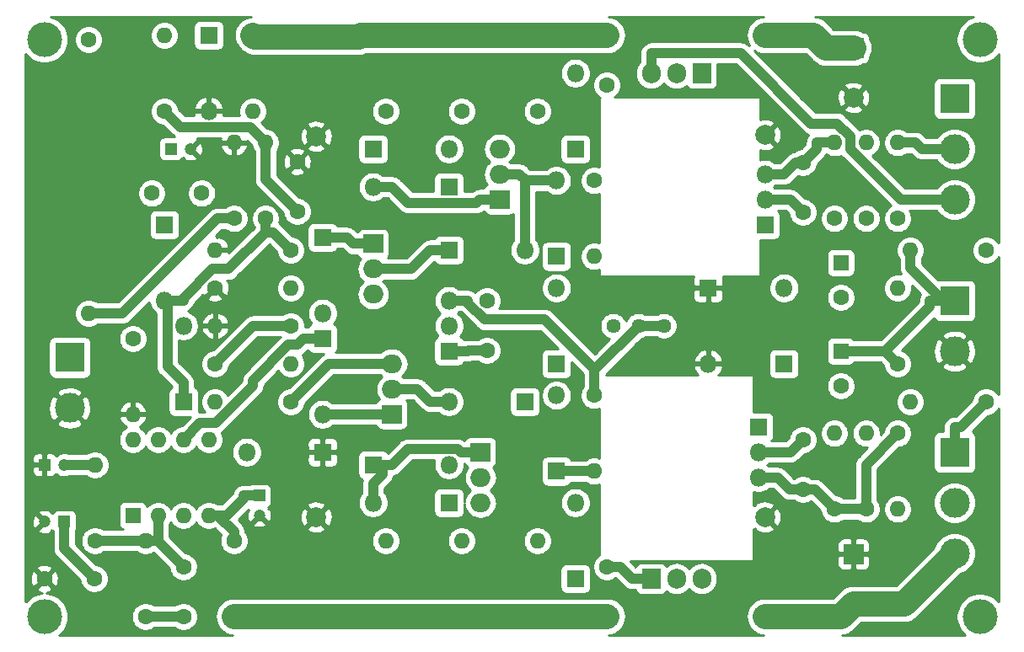
<source format=gbr>
%TF.GenerationSoftware,KiCad,Pcbnew,(5.1.9)-1*%
%TF.CreationDate,2021-06-08T11:17:56-03:00*%
%TF.ProjectId,amp1000,616d7031-3030-4302-9e6b-696361645f70,rev?*%
%TF.SameCoordinates,Original*%
%TF.FileFunction,Copper,L1,Top*%
%TF.FilePolarity,Positive*%
%FSLAX46Y46*%
G04 Gerber Fmt 4.6, Leading zero omitted, Abs format (unit mm)*
G04 Created by KiCad (PCBNEW (5.1.9)-1) date 2021-06-08 11:17:56*
%MOMM*%
%LPD*%
G01*
G04 APERTURE LIST*
%TA.AperFunction,ComponentPad*%
%ADD10O,1.600000X1.600000*%
%TD*%
%TA.AperFunction,ComponentPad*%
%ADD11C,1.600000*%
%TD*%
%TA.AperFunction,ComponentPad*%
%ADD12R,1.600000X1.600000*%
%TD*%
%TA.AperFunction,ComponentPad*%
%ADD13C,1.440000*%
%TD*%
%TA.AperFunction,ComponentPad*%
%ADD14O,1.905000X2.000000*%
%TD*%
%TA.AperFunction,ComponentPad*%
%ADD15R,1.905000X2.000000*%
%TD*%
%TA.AperFunction,ComponentPad*%
%ADD16O,1.800000X1.800000*%
%TD*%
%TA.AperFunction,ComponentPad*%
%ADD17R,1.800000X1.800000*%
%TD*%
%TA.AperFunction,ComponentPad*%
%ADD18O,2.000000X1.905000*%
%TD*%
%TA.AperFunction,ComponentPad*%
%ADD19R,2.000000X1.905000*%
%TD*%
%TA.AperFunction,ComponentPad*%
%ADD20C,3.000000*%
%TD*%
%TA.AperFunction,ComponentPad*%
%ADD21R,3.000000X3.000000*%
%TD*%
%TA.AperFunction,ComponentPad*%
%ADD22C,2.000000*%
%TD*%
%TA.AperFunction,ComponentPad*%
%ADD23R,2.000000X2.000000*%
%TD*%
%TA.AperFunction,ComponentPad*%
%ADD24C,1.200000*%
%TD*%
%TA.AperFunction,ComponentPad*%
%ADD25R,1.200000X1.200000*%
%TD*%
%TA.AperFunction,ViaPad*%
%ADD26C,3.500000*%
%TD*%
%TA.AperFunction,Conductor*%
%ADD27C,1.000000*%
%TD*%
%TA.AperFunction,Conductor*%
%ADD28C,2.500000*%
%TD*%
%TA.AperFunction,Conductor*%
%ADD29C,0.254000*%
%TD*%
%TA.AperFunction,Conductor*%
%ADD30C,0.100000*%
%TD*%
G04 APERTURE END LIST*
D10*
%TO.P,R31,2*%
%TO.N,/+basedriver*%
X169545000Y-104140000D03*
D11*
%TO.P,R31,1*%
%TO.N,/-basedriver*%
X177165000Y-104140000D03*
%TD*%
D10*
%TO.P,R30,2*%
%TO.N,/OUT*%
X169545000Y-88900000D03*
D11*
%TO.P,R30,1*%
%TO.N,/-basedriver*%
X177165000Y-88900000D03*
%TD*%
D10*
%TO.P,R29,2*%
%TO.N,/+basedriver*%
X168275000Y-92710000D03*
D11*
%TO.P,R29,1*%
%TO.N,/OUT*%
X168275000Y-100330000D03*
%TD*%
D10*
%TO.P,R28,2*%
%TO.N,/-PROTECTION_DC_OUT*%
X168275000Y-114935000D03*
D11*
%TO.P,R28,1*%
%TO.N,Net-(C14-Pad2)*%
X168275000Y-107315000D03*
%TD*%
D10*
%TO.P,R27,2*%
%TO.N,/+PROTECTION_DC_OUT*%
X168275000Y-78105000D03*
D11*
%TO.P,R27,1*%
%TO.N,Net-(C13-Pad1)*%
X168275000Y-85725000D03*
%TD*%
D10*
%TO.P,R26,2*%
%TO.N,Net-(C18-Pad2)*%
X165100000Y-107315000D03*
D11*
%TO.P,R26,1*%
%TO.N,Net-(C14-Pad2)*%
X165100000Y-114935000D03*
%TD*%
D10*
%TO.P,R25,2*%
%TO.N,Net-(C13-Pad1)*%
X165100000Y-78105000D03*
D11*
%TO.P,R25,1*%
%TO.N,Net-(C17-Pad1)*%
X165100000Y-85725000D03*
%TD*%
D10*
%TO.P,R24,2*%
%TO.N,Net-(D19-Pad1)*%
X161925000Y-107315000D03*
D11*
%TO.P,R24,1*%
%TO.N,Net-(C14-Pad2)*%
X161925000Y-114935000D03*
%TD*%
D10*
%TO.P,R23,2*%
%TO.N,Net-(C13-Pad1)*%
X161925000Y-78105000D03*
D11*
%TO.P,R23,1*%
%TO.N,Net-(D18-Pad2)*%
X161925000Y-85725000D03*
%TD*%
D10*
%TO.P,R22,2*%
%TO.N,Net-(R21-Pad3)*%
X137795000Y-89535000D03*
D11*
%TO.P,R22,1*%
%TO.N,Net-(C12-Pad1)*%
X137795000Y-81915000D03*
%TD*%
D10*
%TO.P,R20,2*%
%TO.N,Net-(D15-Pad1)*%
X137795000Y-111125000D03*
D11*
%TO.P,R20,1*%
%TO.N,Net-(Q5-Pad3)*%
X137795000Y-103505000D03*
%TD*%
D10*
%TO.P,R19,2*%
%TO.N,Net-(Q4-Pad3)*%
X132080000Y-118110000D03*
D11*
%TO.P,R19,1*%
%TO.N,/-B*%
X132080000Y-125730000D03*
%TD*%
D10*
%TO.P,R18,2*%
%TO.N,/+B*%
X132080000Y-67310000D03*
D11*
%TO.P,R18,1*%
%TO.N,Net-(Q3-Pad3)*%
X132080000Y-74930000D03*
%TD*%
D10*
%TO.P,R17,2*%
%TO.N,Net-(D10-Pad1)*%
X124460000Y-118110000D03*
D11*
%TO.P,R17,1*%
%TO.N,/-B*%
X124460000Y-125730000D03*
%TD*%
D10*
%TO.P,R16,2*%
%TO.N,Net-(R13-Pad1)*%
X99695000Y-104140000D03*
D11*
%TO.P,R16,1*%
%TO.N,Net-(Q2-Pad3)*%
X107315000Y-104140000D03*
%TD*%
D10*
%TO.P,R15,2*%
%TO.N,Net-(Q1-Pad3)*%
X107315000Y-100330000D03*
D11*
%TO.P,R15,1*%
%TO.N,Net-(R13-Pad1)*%
X99695000Y-100330000D03*
%TD*%
D10*
%TO.P,R14,2*%
%TO.N,/+B*%
X124460000Y-67310000D03*
D11*
%TO.P,R14,1*%
%TO.N,Net-(D7-Pad2)*%
X124460000Y-74930000D03*
%TD*%
D10*
%TO.P,R13,2*%
%TO.N,Earth*%
X99695000Y-96520000D03*
D11*
%TO.P,R13,1*%
%TO.N,Net-(R13-Pad1)*%
X107315000Y-96520000D03*
%TD*%
D10*
%TO.P,R12,2*%
%TO.N,Net-(D5-Pad2)*%
X107315000Y-92710000D03*
D11*
%TO.P,R12,1*%
%TO.N,Earth*%
X99695000Y-92710000D03*
%TD*%
D10*
%TO.P,R11,2*%
%TO.N,Net-(D6-Pad2)*%
X116840000Y-118110000D03*
D11*
%TO.P,R11,1*%
%TO.N,/-B*%
X116840000Y-125730000D03*
%TD*%
D10*
%TO.P,R10,2*%
%TO.N,/+B*%
X116840000Y-67310000D03*
D11*
%TO.P,R10,1*%
%TO.N,Net-(D5-Pad1)*%
X116840000Y-74930000D03*
%TD*%
D10*
%TO.P,R9,2*%
%TO.N,Net-(C7-Pad1)*%
X103505000Y-74930000D03*
D11*
%TO.P,R9,1*%
%TO.N,/+B*%
X103505000Y-67310000D03*
%TD*%
D10*
%TO.P,R8,2*%
%TO.N,/-B*%
X101600000Y-125730000D03*
D11*
%TO.P,R8,1*%
%TO.N,Net-(C8-Pad1)*%
X101600000Y-118110000D03*
%TD*%
D10*
%TO.P,R7,2*%
%TO.N,Net-(C5-Pad1)*%
X92710000Y-118110000D03*
D11*
%TO.P,R7,1*%
%TO.N,/OUT*%
X92710000Y-125730000D03*
%TD*%
D10*
%TO.P,R6,2*%
%TO.N,Net-(C3-Pad1)*%
X87630000Y-110490000D03*
D11*
%TO.P,R6,1*%
%TO.N,Net-(C5-Pad1)*%
X87630000Y-118110000D03*
%TD*%
D10*
%TO.P,R5,2*%
%TO.N,Earth*%
X99695000Y-88900000D03*
D11*
%TO.P,R5,1*%
%TO.N,Net-(D1-Pad2)*%
X107315000Y-88900000D03*
%TD*%
D10*
%TO.P,R4,2*%
%TO.N,Net-(C2-Pad2)*%
X104775000Y-78105000D03*
D11*
%TO.P,R4,1*%
%TO.N,Net-(D1-Pad2)*%
X104775000Y-85725000D03*
%TD*%
D10*
%TO.P,R3,2*%
%TO.N,Net-(C1-Pad1)*%
X94615000Y-67310000D03*
D11*
%TO.P,R3,1*%
%TO.N,Net-(C2-Pad2)*%
X94615000Y-74930000D03*
%TD*%
D10*
%TO.P,R2,2*%
%TO.N,Earth*%
X91440000Y-105410000D03*
D11*
%TO.P,R2,1*%
%TO.N,Net-(C1-Pad1)*%
X91440000Y-97790000D03*
%TD*%
D10*
%TO.P,R1,2*%
%TO.N,Earth*%
X101600000Y-78105000D03*
D11*
%TO.P,R1,1*%
%TO.N,Net-(C1-Pad2)*%
X101600000Y-85725000D03*
%TD*%
D10*
%TO.P,U1,8*%
%TO.N,Net-(U1-Pad8)*%
X91440000Y-107950000D03*
%TO.P,U1,4*%
%TO.N,Net-(C8-Pad1)*%
X99060000Y-115570000D03*
%TO.P,U1,7*%
%TO.N,Net-(C7-Pad1)*%
X93980000Y-107950000D03*
%TO.P,U1,3*%
%TO.N,Net-(D1-Pad2)*%
X96520000Y-115570000D03*
%TO.P,U1,6*%
%TO.N,Net-(D5-Pad2)*%
X96520000Y-107950000D03*
%TO.P,U1,2*%
%TO.N,Net-(C5-Pad1)*%
X93980000Y-115570000D03*
%TO.P,U1,5*%
%TO.N,Net-(U1-Pad5)*%
X99060000Y-107950000D03*
D12*
%TO.P,U1,1*%
%TO.N,Net-(U1-Pad1)*%
X91440000Y-115570000D03*
%TD*%
D13*
%TO.P,R21,3*%
%TO.N,Net-(R21-Pad3)*%
X139700000Y-96520000D03*
%TO.P,R21,2*%
%TO.N,Net-(Q5-Pad3)*%
X142240000Y-96520000D03*
%TO.P,R21,1*%
X144780000Y-96520000D03*
%TD*%
D14*
%TO.P,Q9,3*%
%TO.N,/-basedriver*%
X148590000Y-121920000D03*
%TO.P,Q9,2*%
%TO.N,/-B*%
X146050000Y-121920000D03*
D15*
%TO.P,Q9,1*%
%TO.N,Net-(C12-Pad1)*%
X143510000Y-121920000D03*
%TD*%
D14*
%TO.P,Q8,3*%
%TO.N,/+basedriver*%
X143510000Y-71120000D03*
%TO.P,Q8,2*%
%TO.N,/+B*%
X146050000Y-71120000D03*
D15*
%TO.P,Q8,1*%
%TO.N,Net-(C12-Pad2)*%
X148590000Y-71120000D03*
%TD*%
D16*
%TO.P,Q7,3*%
%TO.N,Net-(C14-Pad2)*%
X154305000Y-111760000D03*
%TO.P,Q7,2*%
%TO.N,Net-(C14-Pad1)*%
X154305000Y-109220000D03*
D17*
%TO.P,Q7,1*%
%TO.N,/OUT*%
X154305000Y-106680000D03*
%TD*%
D16*
%TO.P,Q6,3*%
%TO.N,Net-(C13-Pad1)*%
X154940000Y-81280000D03*
%TO.P,Q6,2*%
%TO.N,Net-(C13-Pad2)*%
X154940000Y-83820000D03*
D17*
%TO.P,Q6,1*%
%TO.N,/OUT*%
X154940000Y-86360000D03*
%TD*%
D16*
%TO.P,Q5,3*%
%TO.N,Net-(Q5-Pad3)*%
X123190000Y-93980000D03*
%TO.P,Q5,2*%
%TO.N,Net-(C12-Pad2)*%
X123190000Y-96520000D03*
D17*
%TO.P,Q5,1*%
%TO.N,Net-(C12-Pad1)*%
X123190000Y-99060000D03*
%TD*%
D18*
%TO.P,Q4,3*%
%TO.N,Net-(Q4-Pad3)*%
X126365000Y-114300000D03*
%TO.P,Q4,2*%
%TO.N,Net-(C12-Pad1)*%
X126365000Y-111760000D03*
D19*
%TO.P,Q4,1*%
%TO.N,Net-(D10-Pad2)*%
X126365000Y-109220000D03*
%TD*%
D18*
%TO.P,Q3,3*%
%TO.N,Net-(Q3-Pad3)*%
X128270000Y-78740000D03*
%TO.P,Q3,2*%
%TO.N,Net-(C12-Pad2)*%
X128270000Y-81280000D03*
D19*
%TO.P,Q3,1*%
%TO.N,Net-(D7-Pad1)*%
X128270000Y-83820000D03*
%TD*%
D18*
%TO.P,Q2,3*%
%TO.N,Net-(Q2-Pad3)*%
X117475000Y-100330000D03*
%TO.P,Q2,2*%
%TO.N,Net-(D12-Pad2)*%
X117475000Y-102870000D03*
D19*
%TO.P,Q2,1*%
%TO.N,Net-(D6-Pad2)*%
X117475000Y-105410000D03*
%TD*%
D18*
%TO.P,Q1,3*%
%TO.N,Net-(Q1-Pad3)*%
X115570000Y-93345000D03*
%TO.P,Q1,2*%
%TO.N,Net-(D11-Pad1)*%
X115570000Y-90805000D03*
D19*
%TO.P,Q1,1*%
%TO.N,Net-(D5-Pad1)*%
X115570000Y-88265000D03*
%TD*%
D20*
%TO.P,J4,3*%
%TO.N,/-B*%
X173990000Y-119380000D03*
%TO.P,J4,2*%
%TO.N,/-PROTECTION_DC_OUT*%
X173990000Y-114300000D03*
D21*
%TO.P,J4,1*%
%TO.N,/-basedriver*%
X173990000Y-109220000D03*
%TD*%
D20*
%TO.P,J3,2*%
%TO.N,Earth*%
X173990000Y-99060000D03*
D21*
%TO.P,J3,1*%
%TO.N,/OUT*%
X173990000Y-93980000D03*
%TD*%
D20*
%TO.P,J2,3*%
%TO.N,/+basedriver*%
X173990000Y-83820000D03*
%TO.P,J2,2*%
%TO.N,/+PROTECTION_DC_OUT*%
X173990000Y-78740000D03*
D21*
%TO.P,J2,1*%
%TO.N,/+B*%
X173990000Y-73660000D03*
%TD*%
D20*
%TO.P,J1,2*%
%TO.N,Earth*%
X85090000Y-104775000D03*
D21*
%TO.P,J1,1*%
%TO.N,Net-(C1-Pad2)*%
X85090000Y-99695000D03*
%TD*%
D16*
%TO.P,D19,2*%
%TO.N,Earth*%
X149225000Y-100330000D03*
D17*
%TO.P,D19,1*%
%TO.N,Net-(D19-Pad1)*%
X156845000Y-100330000D03*
%TD*%
D16*
%TO.P,D18,2*%
%TO.N,Net-(D18-Pad2)*%
X156845000Y-92710000D03*
D17*
%TO.P,D18,1*%
%TO.N,Earth*%
X149225000Y-92710000D03*
%TD*%
D16*
%TO.P,D17,2*%
%TO.N,Net-(C14-Pad1)*%
X135890000Y-114300000D03*
D17*
%TO.P,D17,1*%
%TO.N,Net-(C12-Pad1)*%
X135890000Y-121920000D03*
%TD*%
D16*
%TO.P,D16,2*%
%TO.N,Net-(C12-Pad2)*%
X135890000Y-71120000D03*
D17*
%TO.P,D16,1*%
%TO.N,Net-(C13-Pad2)*%
X135890000Y-78740000D03*
%TD*%
D16*
%TO.P,D15,2*%
%TO.N,Net-(D14-Pad1)*%
X133985000Y-103505000D03*
D17*
%TO.P,D15,1*%
%TO.N,Net-(D15-Pad1)*%
X133985000Y-111125000D03*
%TD*%
D16*
%TO.P,D14,2*%
%TO.N,Net-(D13-Pad1)*%
X133985000Y-92710000D03*
D17*
%TO.P,D14,1*%
%TO.N,Net-(D14-Pad1)*%
X133985000Y-100330000D03*
%TD*%
D16*
%TO.P,D13,2*%
%TO.N,Net-(C12-Pad2)*%
X133985000Y-81915000D03*
D17*
%TO.P,D13,1*%
%TO.N,Net-(D13-Pad1)*%
X133985000Y-89535000D03*
%TD*%
D16*
%TO.P,D12,2*%
%TO.N,Net-(D12-Pad2)*%
X123190000Y-104140000D03*
D17*
%TO.P,D12,1*%
%TO.N,Net-(C12-Pad1)*%
X130810000Y-104140000D03*
%TD*%
D16*
%TO.P,D11,2*%
%TO.N,Net-(C12-Pad2)*%
X130810000Y-88900000D03*
D17*
%TO.P,D11,1*%
%TO.N,Net-(D11-Pad1)*%
X123190000Y-88900000D03*
%TD*%
D16*
%TO.P,D10,2*%
%TO.N,Net-(D10-Pad2)*%
X115570000Y-114300000D03*
D17*
%TO.P,D10,1*%
%TO.N,Net-(D10-Pad1)*%
X123190000Y-114300000D03*
%TD*%
D16*
%TO.P,D9,2*%
%TO.N,Net-(D12-Pad2)*%
X123190000Y-110490000D03*
D17*
%TO.P,D9,1*%
%TO.N,Net-(D10-Pad2)*%
X115570000Y-110490000D03*
%TD*%
D16*
%TO.P,D8,2*%
%TO.N,Net-(D7-Pad1)*%
X115570000Y-82550000D03*
D17*
%TO.P,D8,1*%
%TO.N,Net-(D11-Pad1)*%
X123190000Y-82550000D03*
%TD*%
D16*
%TO.P,D7,2*%
%TO.N,Net-(D7-Pad2)*%
X123190000Y-78740000D03*
D17*
%TO.P,D7,1*%
%TO.N,Net-(D7-Pad1)*%
X115570000Y-78740000D03*
%TD*%
D16*
%TO.P,D6,2*%
%TO.N,Net-(D6-Pad2)*%
X110490000Y-105410000D03*
D17*
%TO.P,D6,1*%
%TO.N,Net-(D5-Pad2)*%
X110490000Y-97790000D03*
%TD*%
D16*
%TO.P,D5,2*%
%TO.N,Net-(D5-Pad2)*%
X110490000Y-95250000D03*
D17*
%TO.P,D5,1*%
%TO.N,Net-(D5-Pad1)*%
X110490000Y-87630000D03*
%TD*%
D16*
%TO.P,D4,2*%
%TO.N,Earth*%
X99060000Y-74930000D03*
D17*
%TO.P,D4,1*%
%TO.N,Net-(C7-Pad1)*%
X99060000Y-67310000D03*
%TD*%
D16*
%TO.P,D3,2*%
%TO.N,Net-(C8-Pad1)*%
X102870000Y-109220000D03*
D17*
%TO.P,D3,1*%
%TO.N,Earth*%
X110490000Y-109220000D03*
%TD*%
D16*
%TO.P,D2,2*%
%TO.N,Net-(C8-Pad1)*%
X96520000Y-96520000D03*
D17*
%TO.P,D2,1*%
%TO.N,Net-(D1-Pad2)*%
X96520000Y-104140000D03*
%TD*%
D16*
%TO.P,D1,2*%
%TO.N,Net-(D1-Pad2)*%
X94615000Y-93980000D03*
D17*
%TO.P,D1,1*%
%TO.N,Net-(C7-Pad1)*%
X94615000Y-86360000D03*
%TD*%
D22*
%TO.P,C22,2*%
%TO.N,Earth*%
X163830000Y-73580000D03*
D23*
%TO.P,C22,1*%
%TO.N,/+B*%
X163830000Y-68580000D03*
%TD*%
D22*
%TO.P,C21,2*%
%TO.N,/-B*%
X163830000Y-124460000D03*
D23*
%TO.P,C21,1*%
%TO.N,Earth*%
X163830000Y-119460000D03*
%TD*%
D22*
%TO.P,C20,2*%
%TO.N,Earth*%
X154940000Y-115730000D03*
%TO.P,C20,1*%
%TO.N,/-B*%
X154940000Y-125730000D03*
%TD*%
%TO.P,C19,2*%
%TO.N,Earth*%
X154940000Y-77310000D03*
%TO.P,C19,1*%
%TO.N,/+B*%
X154940000Y-67310000D03*
%TD*%
D11*
%TO.P,C18,2*%
%TO.N,Net-(C18-Pad2)*%
X162560000Y-102560000D03*
D12*
%TO.P,C18,1*%
%TO.N,/OUT*%
X162560000Y-99060000D03*
%TD*%
D11*
%TO.P,C17,2*%
%TO.N,/OUT*%
X162560000Y-93670000D03*
D12*
%TO.P,C17,1*%
%TO.N,Net-(C17-Pad1)*%
X162560000Y-90170000D03*
%TD*%
D11*
%TO.P,C16,2*%
%TO.N,Net-(C12-Pad2)*%
X139065000Y-72310000D03*
%TO.P,C16,1*%
%TO.N,/+B*%
X139065000Y-67310000D03*
%TD*%
%TO.P,C15,2*%
%TO.N,Net-(C12-Pad1)*%
X139065000Y-120730000D03*
%TO.P,C15,1*%
%TO.N,/-B*%
X139065000Y-125730000D03*
%TD*%
%TO.P,C14,2*%
%TO.N,Net-(C14-Pad2)*%
X158750000Y-112950000D03*
%TO.P,C14,1*%
%TO.N,Net-(C14-Pad1)*%
X158750000Y-107950000D03*
%TD*%
%TO.P,C13,2*%
%TO.N,Net-(C13-Pad2)*%
X158750000Y-85090000D03*
%TO.P,C13,1*%
%TO.N,Net-(C13-Pad1)*%
X158750000Y-80090000D03*
%TD*%
%TO.P,C12,2*%
%TO.N,Net-(C12-Pad2)*%
X127000000Y-93980000D03*
%TO.P,C12,1*%
%TO.N,Net-(C12-Pad1)*%
X127000000Y-98980000D03*
%TD*%
D22*
%TO.P,C11,2*%
%TO.N,Earth*%
X109855000Y-77470000D03*
%TO.P,C11,1*%
%TO.N,/+B*%
X109855000Y-67470000D03*
%TD*%
%TO.P,C10,2*%
%TO.N,Earth*%
X109855000Y-115730000D03*
%TO.P,C10,1*%
%TO.N,/-B*%
X109855000Y-125730000D03*
%TD*%
D24*
%TO.P,C9,2*%
%TO.N,Earth*%
X104140000Y-115570000D03*
D25*
%TO.P,C9,1*%
%TO.N,Net-(C8-Pad1)*%
X104140000Y-113570000D03*
%TD*%
D11*
%TO.P,C8,2*%
%TO.N,Net-(C7-Pad1)*%
X93345000Y-83185000D03*
%TO.P,C8,1*%
%TO.N,Net-(C8-Pad1)*%
X98345000Y-83185000D03*
%TD*%
D24*
%TO.P,C7,2*%
%TO.N,Earth*%
X97250000Y-78740000D03*
D25*
%TO.P,C7,1*%
%TO.N,Net-(C7-Pad1)*%
X95250000Y-78740000D03*
%TD*%
D11*
%TO.P,C6,2*%
%TO.N,Net-(C3-Pad1)*%
X87550000Y-121920000D03*
%TO.P,C6,1*%
%TO.N,Earth*%
X82550000Y-121920000D03*
%TD*%
%TO.P,C5,2*%
%TO.N,/OUT*%
X96520000Y-125730000D03*
%TO.P,C5,1*%
%TO.N,Net-(C5-Pad1)*%
X96520000Y-120730000D03*
%TD*%
D24*
%TO.P,C4,2*%
%TO.N,Net-(C3-Pad1)*%
X84550000Y-110490000D03*
D25*
%TO.P,C4,1*%
%TO.N,Earth*%
X82550000Y-110490000D03*
%TD*%
D24*
%TO.P,C3,2*%
%TO.N,Earth*%
X82550000Y-116205000D03*
D25*
%TO.P,C3,1*%
%TO.N,Net-(C3-Pad1)*%
X84550000Y-116205000D03*
%TD*%
D11*
%TO.P,C2,2*%
%TO.N,Net-(C2-Pad2)*%
X107950000Y-85010000D03*
%TO.P,C2,1*%
%TO.N,Earth*%
X107950000Y-80010000D03*
%TD*%
D10*
%TO.P,C1,2*%
%TO.N,Net-(C1-Pad2)*%
X86995000Y-95250000D03*
D11*
%TO.P,C1,1*%
%TO.N,Net-(C1-Pad1)*%
X86995000Y-67750000D03*
%TD*%
D26*
%TO.N,*%
X82550000Y-125730000D03*
X82550000Y-67730000D03*
X176530000Y-67730000D03*
X176530000Y-125730000D03*
%TD*%
D27*
%TO.N,Net-(C1-Pad2)*%
X86995000Y-95250000D02*
X90384000Y-95250000D01*
X90384000Y-95250000D02*
X99909000Y-85725000D01*
X99909000Y-85725000D02*
X101600000Y-85725000D01*
%TO.N,Net-(C2-Pad2)*%
X107950000Y-85010000D02*
X104775000Y-81835000D01*
X104775000Y-81835000D02*
X104775000Y-78105000D01*
X94615000Y-74930000D02*
X96223600Y-76538600D01*
X96223600Y-76538600D02*
X103208600Y-76538600D01*
X103208600Y-76538600D02*
X104775000Y-78105000D01*
%TO.N,Net-(C3-Pad1)*%
X84550000Y-116205000D02*
X84550000Y-118920000D01*
X84550000Y-118920000D02*
X87550000Y-121920000D01*
X84550000Y-110490000D02*
X87630000Y-110490000D01*
%TO.N,/OUT*%
X167005000Y-99060000D02*
X168275000Y-100330000D01*
X162560000Y-99060000D02*
X167005000Y-99060000D01*
X167005000Y-99060000D02*
X171490000Y-94575000D01*
X171490000Y-94575000D02*
X171490000Y-93980000D01*
X169545000Y-88900000D02*
X169545000Y-90700000D01*
X172740000Y-93980000D02*
X172740000Y-93895000D01*
X172740000Y-93895000D02*
X169545000Y-90700000D01*
X172740000Y-93980000D02*
X171490000Y-93980000D01*
X173990000Y-93980000D02*
X172740000Y-93980000D01*
X96520000Y-125730000D02*
X92710000Y-125730000D01*
%TO.N,Net-(C5-Pad1)*%
X96520000Y-120730000D02*
X93980000Y-118190000D01*
X93980000Y-118190000D02*
X93980000Y-118110000D01*
X92710000Y-118110000D02*
X93980000Y-118110000D01*
X93980000Y-115570000D02*
X93980000Y-118110000D01*
X87630000Y-118110000D02*
X92710000Y-118110000D01*
%TO.N,Net-(C8-Pad1)*%
X99960000Y-115570000D02*
X101600000Y-117210000D01*
X101600000Y-117210000D02*
X101600000Y-118110000D01*
X99960000Y-115570000D02*
X100860000Y-115570000D01*
X99060000Y-115570000D02*
X99960000Y-115570000D01*
X104140000Y-113570000D02*
X102540000Y-113570000D01*
X102540000Y-113570000D02*
X102540000Y-113890000D01*
X102540000Y-113890000D02*
X100860000Y-115570000D01*
D28*
%TO.N,/-B*%
X163830000Y-124460000D02*
X168910000Y-124460000D01*
X168910000Y-124460000D02*
X173990000Y-119380000D01*
X154940000Y-125730000D02*
X162560000Y-125730000D01*
X162560000Y-125730000D02*
X163830000Y-124460000D01*
X132080000Y-125730000D02*
X139065000Y-125730000D01*
X124460000Y-125730000D02*
X132080000Y-125730000D01*
X116840000Y-125730000D02*
X124460000Y-125730000D01*
X109855000Y-125730000D02*
X116840000Y-125730000D01*
X101600000Y-125730000D02*
X109855000Y-125730000D01*
%TO.N,/+B*%
X124460000Y-67310000D02*
X132080000Y-67310000D01*
X116840000Y-67310000D02*
X124460000Y-67310000D01*
X115564900Y-67310000D02*
X116840000Y-67310000D01*
X115564900Y-67310000D02*
X114289700Y-67310000D01*
X109855000Y-67470000D02*
X114129700Y-67470000D01*
X114129700Y-67470000D02*
X114289700Y-67310000D01*
X103505000Y-67310000D02*
X103665000Y-67470000D01*
X103665000Y-67470000D02*
X109855000Y-67470000D01*
X163830000Y-68580000D02*
X161079700Y-68580000D01*
X154940000Y-67310000D02*
X159809700Y-67310000D01*
X159809700Y-67310000D02*
X161079700Y-68580000D01*
X139065000Y-67310000D02*
X132080000Y-67310000D01*
D27*
%TO.N,Net-(C12-Pad2)*%
X130905000Y-81915000D02*
X130270000Y-81280000D01*
X133985000Y-81915000D02*
X130905000Y-81915000D01*
X130810000Y-88900000D02*
X130810000Y-82010000D01*
X130810000Y-82010000D02*
X130905000Y-81915000D01*
X128270000Y-81280000D02*
X130270000Y-81280000D01*
%TO.N,Net-(C12-Pad1)*%
X123190000Y-99060000D02*
X125090000Y-99060000D01*
X127000000Y-98980000D02*
X125170000Y-98980000D01*
X125170000Y-98980000D02*
X125090000Y-99060000D01*
X143510000Y-121920000D02*
X141557500Y-121920000D01*
X139065000Y-120730000D02*
X140367500Y-120730000D01*
X140367500Y-120730000D02*
X141557500Y-121920000D01*
%TO.N,Net-(C13-Pad2)*%
X158750000Y-85090000D02*
X157480000Y-83820000D01*
X157480000Y-83820000D02*
X154940000Y-83820000D01*
%TO.N,Net-(C13-Pad1)*%
X161925000Y-78105000D02*
X160125000Y-78105000D01*
X158750000Y-80090000D02*
X160125000Y-78715000D01*
X160125000Y-78715000D02*
X160125000Y-78105000D01*
X156840000Y-81280000D02*
X158030000Y-80090000D01*
X158030000Y-80090000D02*
X158750000Y-80090000D01*
X154940000Y-81280000D02*
X156840000Y-81280000D01*
%TO.N,Net-(C14-Pad2)*%
X165100000Y-114935000D02*
X165100000Y-110490000D01*
X165100000Y-110490000D02*
X168275000Y-107315000D01*
X161925000Y-114935000D02*
X165100000Y-114935000D01*
X158750000Y-112950000D02*
X159940000Y-112950000D01*
X159940000Y-112950000D02*
X161925000Y-114935000D01*
X156205000Y-111760000D02*
X157395000Y-112950000D01*
X157395000Y-112950000D02*
X158750000Y-112950000D01*
X154305000Y-111760000D02*
X156205000Y-111760000D01*
%TO.N,Net-(C14-Pad1)*%
X158750000Y-107950000D02*
X157480000Y-109220000D01*
X157480000Y-109220000D02*
X154305000Y-109220000D01*
%TO.N,Net-(D1-Pad2)*%
X96520000Y-104140000D02*
X96520000Y-102240000D01*
X95004700Y-93980000D02*
X94901900Y-94082800D01*
X94901900Y-94082800D02*
X94901900Y-100621900D01*
X94901900Y-100621900D02*
X96520000Y-102240000D01*
X95004700Y-93980000D02*
X96515000Y-93980000D01*
X94615000Y-93980000D02*
X95004700Y-93980000D01*
X104775000Y-87101900D02*
X105516900Y-87101900D01*
X105516900Y-87101900D02*
X107315000Y-88900000D01*
X96515000Y-93980000D02*
X96515000Y-93742500D01*
X96515000Y-93742500D02*
X99452500Y-90805000D01*
X99452500Y-90805000D02*
X101071900Y-90805000D01*
X101071900Y-90805000D02*
X104775000Y-87101900D01*
X104775000Y-87101900D02*
X104775000Y-85725000D01*
%TO.N,Net-(D5-Pad2)*%
X110490000Y-97790000D02*
X108590000Y-97790000D01*
X108590000Y-97790000D02*
X107955000Y-98425000D01*
X107955000Y-98425000D02*
X107084700Y-98425000D01*
X107084700Y-98425000D02*
X103505100Y-102004600D01*
X103505100Y-102004600D02*
X103505100Y-102518700D01*
X103505100Y-102518700D02*
X99745200Y-106278600D01*
X99745200Y-106278600D02*
X98191400Y-106278600D01*
X98191400Y-106278600D02*
X96520000Y-107950000D01*
%TO.N,Net-(D5-Pad1)*%
X115570000Y-88265000D02*
X113570000Y-88265000D01*
X110490000Y-87630000D02*
X112935000Y-87630000D01*
X112935000Y-87630000D02*
X113570000Y-88265000D01*
%TO.N,Net-(D6-Pad2)*%
X110490000Y-105410000D02*
X117475000Y-105410000D01*
%TO.N,Net-(D7-Pad1)*%
X128270000Y-83820000D02*
X126270000Y-83820000D01*
X115570000Y-82550000D02*
X117470000Y-82550000D01*
X117470000Y-82550000D02*
X119070400Y-84150400D01*
X119070400Y-84150400D02*
X125939600Y-84150400D01*
X125939600Y-84150400D02*
X126270000Y-83820000D01*
%TO.N,Net-(D11-Pad1)*%
X123190000Y-88900000D02*
X121290000Y-88900000D01*
X121290000Y-88900000D02*
X119385000Y-90805000D01*
X119385000Y-90805000D02*
X115570000Y-90805000D01*
%TO.N,Net-(D12-Pad2)*%
X123190000Y-104140000D02*
X121290000Y-104140000D01*
X121290000Y-104140000D02*
X120020000Y-102870000D01*
X120020000Y-102870000D02*
X117475000Y-102870000D01*
%TO.N,Net-(D10-Pad2)*%
X115570000Y-114300000D02*
X115570000Y-112400000D01*
X116520000Y-110490000D02*
X116520000Y-111450000D01*
X116520000Y-111450000D02*
X115570000Y-112400000D01*
X116520000Y-110490000D02*
X117470000Y-110490000D01*
X115570000Y-110490000D02*
X116520000Y-110490000D01*
X126365000Y-109220000D02*
X124365000Y-109220000D01*
X117470000Y-110490000D02*
X119070400Y-108889600D01*
X119070400Y-108889600D02*
X124034600Y-108889600D01*
X124034600Y-108889600D02*
X124365000Y-109220000D01*
%TO.N,Net-(D15-Pad1)*%
X133985000Y-111125000D02*
X137795000Y-111125000D01*
%TO.N,/+basedriver*%
X143510000Y-71120000D02*
X143510000Y-69120000D01*
X143510000Y-69120000D02*
X143548200Y-69081800D01*
X143548200Y-69081800D02*
X152477800Y-69081800D01*
X152477800Y-69081800D02*
X159582300Y-76186300D01*
X159582300Y-76186300D02*
X162208300Y-76186300D01*
X162208300Y-76186300D02*
X163512500Y-77490500D01*
X163512500Y-77490500D02*
X163512500Y-78769900D01*
X163512500Y-78769900D02*
X168562600Y-83820000D01*
X168562600Y-83820000D02*
X173990000Y-83820000D01*
%TO.N,/+PROTECTION_DC_OUT*%
X168275000Y-78105000D02*
X170075000Y-78105000D01*
X173990000Y-78740000D02*
X170710000Y-78740000D01*
X170710000Y-78740000D02*
X170075000Y-78105000D01*
%TO.N,/-basedriver*%
X173990000Y-109220000D02*
X173990000Y-106720000D01*
X173990000Y-106720000D02*
X174585000Y-106720000D01*
X174585000Y-106720000D02*
X177165000Y-104140000D01*
%TO.N,Net-(Q2-Pad3)*%
X117475000Y-100330000D02*
X111125000Y-100330000D01*
X111125000Y-100330000D02*
X107315000Y-104140000D01*
%TO.N,Net-(Q5-Pad3)*%
X137795000Y-100868900D02*
X137891100Y-100868900D01*
X137891100Y-100868900D02*
X142240000Y-96520000D01*
X125090000Y-93980000D02*
X125090000Y-94217600D01*
X125090000Y-94217600D02*
X126752400Y-95880000D01*
X126752400Y-95880000D02*
X132806100Y-95880000D01*
X132806100Y-95880000D02*
X137795000Y-100868900D01*
X137795000Y-100868900D02*
X137795000Y-103505000D01*
X144780000Y-96520000D02*
X142240000Y-96520000D01*
X123190000Y-93980000D02*
X125090000Y-93980000D01*
%TO.N,Net-(R13-Pad1)*%
X107315000Y-96520000D02*
X103505000Y-96520000D01*
X103505000Y-96520000D02*
X99695000Y-100330000D01*
%TD*%
D29*
%TO.N,Earth*%
X103135476Y-65452275D02*
X102780152Y-65560062D01*
X102452683Y-65735098D01*
X102165655Y-65970655D01*
X101930098Y-66257683D01*
X101755062Y-66585152D01*
X101647275Y-66940476D01*
X101610881Y-67310000D01*
X101647275Y-67679524D01*
X101755062Y-68034848D01*
X101930098Y-68362317D01*
X102106628Y-68577420D01*
X102266626Y-68737418D01*
X102325655Y-68809345D01*
X102612683Y-69044903D01*
X102940152Y-69219939D01*
X103295476Y-69327725D01*
X103572403Y-69355000D01*
X103572413Y-69355000D01*
X103664999Y-69364119D01*
X103757586Y-69355000D01*
X114037111Y-69355000D01*
X114129700Y-69364119D01*
X114222289Y-69355000D01*
X114222297Y-69355000D01*
X114499224Y-69327725D01*
X114854548Y-69219939D01*
X114901206Y-69195000D01*
X139157597Y-69195000D01*
X139434524Y-69167725D01*
X139789848Y-69059939D01*
X140117317Y-68884903D01*
X140404345Y-68649345D01*
X140639903Y-68362317D01*
X140814939Y-68034848D01*
X140922725Y-67679524D01*
X140959120Y-67310000D01*
X140922725Y-66940476D01*
X140814939Y-66585152D01*
X140639903Y-66257683D01*
X140404345Y-65970655D01*
X140117317Y-65735097D01*
X139789848Y-65560061D01*
X139434524Y-65452275D01*
X139208363Y-65430000D01*
X154796637Y-65430000D01*
X154570476Y-65452275D01*
X154215152Y-65560061D01*
X153887683Y-65735097D01*
X153600655Y-65970655D01*
X153365097Y-66257683D01*
X153190061Y-66585152D01*
X153082275Y-66940476D01*
X153045880Y-67310000D01*
X153082275Y-67679524D01*
X153190061Y-68034848D01*
X153365097Y-68362317D01*
X153372644Y-68371513D01*
X153319796Y-68318665D01*
X153284249Y-68275351D01*
X153111423Y-68133516D01*
X152914247Y-68028124D01*
X152700299Y-67963223D01*
X152533552Y-67946800D01*
X152533551Y-67946800D01*
X152477800Y-67941309D01*
X152422049Y-67946800D01*
X143603951Y-67946800D01*
X143548200Y-67941309D01*
X143492449Y-67946800D01*
X143492448Y-67946800D01*
X143325701Y-67963223D01*
X143111753Y-68028124D01*
X142914577Y-68133516D01*
X142741751Y-68275351D01*
X142724530Y-68296335D01*
X142703552Y-68313551D01*
X142561717Y-68486377D01*
X142542507Y-68522317D01*
X142456324Y-68683554D01*
X142391423Y-68897502D01*
X142369509Y-69120000D01*
X142375001Y-69175761D01*
X142375001Y-69953111D01*
X142183655Y-70186265D01*
X142036245Y-70462051D01*
X141945470Y-70761296D01*
X141922500Y-70994514D01*
X141922500Y-71245485D01*
X141945470Y-71478703D01*
X142036245Y-71777948D01*
X142183655Y-72053734D01*
X142382037Y-72295463D01*
X142623765Y-72493845D01*
X142899551Y-72641255D01*
X143198796Y-72732030D01*
X143510000Y-72762681D01*
X143821203Y-72732030D01*
X144120448Y-72641255D01*
X144396234Y-72493845D01*
X144637963Y-72295463D01*
X144780000Y-72122391D01*
X144922037Y-72295463D01*
X145163765Y-72493845D01*
X145439551Y-72641255D01*
X145738796Y-72732030D01*
X146050000Y-72762681D01*
X146361203Y-72732030D01*
X146660448Y-72641255D01*
X146936234Y-72493845D01*
X147062095Y-72390553D01*
X147106963Y-72474494D01*
X147186315Y-72571185D01*
X147283006Y-72650537D01*
X147393320Y-72709502D01*
X147513018Y-72745812D01*
X147637500Y-72758072D01*
X149542500Y-72758072D01*
X149666982Y-72745812D01*
X149786680Y-72709502D01*
X149896994Y-72650537D01*
X149993685Y-72571185D01*
X150073037Y-72474494D01*
X150132002Y-72364180D01*
X150168312Y-72244482D01*
X150180572Y-72120000D01*
X150180572Y-70216800D01*
X152007669Y-70216800D01*
X158740309Y-76949441D01*
X158775851Y-76992749D01*
X158948677Y-77134584D01*
X159145853Y-77239976D01*
X159324055Y-77294034D01*
X159318551Y-77298551D01*
X159176716Y-77471377D01*
X159071324Y-77668553D01*
X159006423Y-77882501D01*
X158984509Y-78105000D01*
X158990000Y-78160752D01*
X158990000Y-78244868D01*
X158572718Y-78662150D01*
X158331426Y-78710147D01*
X158070273Y-78818320D01*
X157846953Y-78967537D01*
X157807500Y-78971423D01*
X157757705Y-78986529D01*
X157593553Y-79036324D01*
X157396377Y-79141716D01*
X157223551Y-79283551D01*
X157188011Y-79326857D01*
X156369869Y-80145000D01*
X155975817Y-80145000D01*
X155918505Y-80087688D01*
X155667095Y-79919701D01*
X155387743Y-79803989D01*
X155091184Y-79745000D01*
X154788816Y-79745000D01*
X154492257Y-79803989D01*
X154432000Y-79828948D01*
X154432000Y-78867072D01*
X154681108Y-78932384D01*
X155002595Y-78951718D01*
X155321675Y-78907961D01*
X155626088Y-78802795D01*
X155800044Y-78709814D01*
X155895808Y-78445413D01*
X154940000Y-77489605D01*
X154925858Y-77503748D01*
X154746253Y-77324143D01*
X154760395Y-77310000D01*
X155119605Y-77310000D01*
X156075413Y-78265808D01*
X156339814Y-78170044D01*
X156480704Y-77880429D01*
X156562384Y-77568892D01*
X156581718Y-77247405D01*
X156537961Y-76928325D01*
X156432795Y-76623912D01*
X156339814Y-76449956D01*
X156075413Y-76354192D01*
X155119605Y-77310000D01*
X154760395Y-77310000D01*
X154746253Y-77295858D01*
X154925858Y-77116253D01*
X154940000Y-77130395D01*
X155895808Y-76174587D01*
X155800044Y-75910186D01*
X155510429Y-75769296D01*
X155198892Y-75687616D01*
X154877405Y-75668282D01*
X154558325Y-75712039D01*
X154432000Y-75755681D01*
X154432000Y-73660000D01*
X154429560Y-73635224D01*
X154422333Y-73611399D01*
X154410597Y-73589443D01*
X154394803Y-73570197D01*
X154375557Y-73554403D01*
X154353601Y-73542667D01*
X154329776Y-73535440D01*
X154305000Y-73533000D01*
X139817582Y-73533000D01*
X139979759Y-73424637D01*
X140179637Y-73224759D01*
X140336680Y-72989727D01*
X140444853Y-72728574D01*
X140500000Y-72451335D01*
X140500000Y-72168665D01*
X140444853Y-71891426D01*
X140336680Y-71630273D01*
X140179637Y-71395241D01*
X139979759Y-71195363D01*
X139744727Y-71038320D01*
X139483574Y-70930147D01*
X139206335Y-70875000D01*
X138923665Y-70875000D01*
X138646426Y-70930147D01*
X138385273Y-71038320D01*
X138150241Y-71195363D01*
X137950363Y-71395241D01*
X137793320Y-71630273D01*
X137685147Y-71891426D01*
X137630000Y-72168665D01*
X137630000Y-72451335D01*
X137685147Y-72728574D01*
X137793320Y-72989727D01*
X137950363Y-73224759D01*
X138150241Y-73424637D01*
X138352714Y-73559925D01*
X138340197Y-73570197D01*
X138324403Y-73589443D01*
X138312667Y-73611399D01*
X138305440Y-73635224D01*
X138303000Y-73660000D01*
X138303000Y-80572188D01*
X138213574Y-80535147D01*
X137936335Y-80480000D01*
X137653665Y-80480000D01*
X137376426Y-80535147D01*
X137115273Y-80643320D01*
X136880241Y-80800363D01*
X136680363Y-81000241D01*
X136523320Y-81235273D01*
X136415147Y-81496426D01*
X136360000Y-81773665D01*
X136360000Y-82056335D01*
X136415147Y-82333574D01*
X136523320Y-82594727D01*
X136680363Y-82829759D01*
X136880241Y-83029637D01*
X137115273Y-83186680D01*
X137376426Y-83294853D01*
X137653665Y-83350000D01*
X137936335Y-83350000D01*
X138213574Y-83294853D01*
X138303000Y-83257812D01*
X138303000Y-88192188D01*
X138213574Y-88155147D01*
X137936335Y-88100000D01*
X137653665Y-88100000D01*
X137376426Y-88155147D01*
X137115273Y-88263320D01*
X136880241Y-88420363D01*
X136680363Y-88620241D01*
X136523320Y-88855273D01*
X136415147Y-89116426D01*
X136360000Y-89393665D01*
X136360000Y-89676335D01*
X136415147Y-89953574D01*
X136523320Y-90214727D01*
X136680363Y-90449759D01*
X136880241Y-90649637D01*
X137115273Y-90806680D01*
X137376426Y-90914853D01*
X137653665Y-90970000D01*
X137936335Y-90970000D01*
X138213574Y-90914853D01*
X138303000Y-90877812D01*
X138303000Y-91440000D01*
X138305440Y-91464776D01*
X138312667Y-91488601D01*
X138324403Y-91510557D01*
X138340197Y-91529803D01*
X138359443Y-91545597D01*
X138381399Y-91557333D01*
X138405224Y-91564560D01*
X138430000Y-91567000D01*
X147735140Y-91567000D01*
X147699188Y-91685518D01*
X147686928Y-91810000D01*
X147690000Y-92424250D01*
X147848750Y-92583000D01*
X149098000Y-92583000D01*
X149098000Y-92563000D01*
X149352000Y-92563000D01*
X149352000Y-92583000D01*
X150601250Y-92583000D01*
X150625434Y-92558816D01*
X155310000Y-92558816D01*
X155310000Y-92861184D01*
X155368989Y-93157743D01*
X155484701Y-93437095D01*
X155652688Y-93688505D01*
X155866495Y-93902312D01*
X156117905Y-94070299D01*
X156397257Y-94186011D01*
X156693816Y-94245000D01*
X156996184Y-94245000D01*
X157292743Y-94186011D01*
X157572095Y-94070299D01*
X157823505Y-93902312D01*
X158037312Y-93688505D01*
X158144113Y-93528665D01*
X161125000Y-93528665D01*
X161125000Y-93811335D01*
X161180147Y-94088574D01*
X161288320Y-94349727D01*
X161445363Y-94584759D01*
X161645241Y-94784637D01*
X161880273Y-94941680D01*
X162141426Y-95049853D01*
X162418665Y-95105000D01*
X162701335Y-95105000D01*
X162978574Y-95049853D01*
X163239727Y-94941680D01*
X163474759Y-94784637D01*
X163674637Y-94584759D01*
X163831680Y-94349727D01*
X163939853Y-94088574D01*
X163995000Y-93811335D01*
X163995000Y-93528665D01*
X163939853Y-93251426D01*
X163831680Y-92990273D01*
X163674637Y-92755241D01*
X163474759Y-92555363D01*
X163239727Y-92398320D01*
X162978574Y-92290147D01*
X162701335Y-92235000D01*
X162418665Y-92235000D01*
X162141426Y-92290147D01*
X161880273Y-92398320D01*
X161645241Y-92555363D01*
X161445363Y-92755241D01*
X161288320Y-92990273D01*
X161180147Y-93251426D01*
X161125000Y-93528665D01*
X158144113Y-93528665D01*
X158205299Y-93437095D01*
X158321011Y-93157743D01*
X158380000Y-92861184D01*
X158380000Y-92558816D01*
X158321011Y-92262257D01*
X158205299Y-91982905D01*
X158037312Y-91731495D01*
X157823505Y-91517688D01*
X157572095Y-91349701D01*
X157292743Y-91233989D01*
X156996184Y-91175000D01*
X156693816Y-91175000D01*
X156397257Y-91233989D01*
X156117905Y-91349701D01*
X155866495Y-91517688D01*
X155652688Y-91731495D01*
X155484701Y-91982905D01*
X155368989Y-92262257D01*
X155310000Y-92558816D01*
X150625434Y-92558816D01*
X150760000Y-92424250D01*
X150763072Y-91810000D01*
X150750812Y-91685518D01*
X150714860Y-91567000D01*
X154305000Y-91567000D01*
X154329776Y-91564560D01*
X154353601Y-91557333D01*
X154375557Y-91545597D01*
X154394803Y-91529803D01*
X154410597Y-91510557D01*
X154422333Y-91488601D01*
X154429560Y-91464776D01*
X154432000Y-91440000D01*
X154432000Y-89370000D01*
X161121928Y-89370000D01*
X161121928Y-90970000D01*
X161134188Y-91094482D01*
X161170498Y-91214180D01*
X161229463Y-91324494D01*
X161308815Y-91421185D01*
X161405506Y-91500537D01*
X161515820Y-91559502D01*
X161635518Y-91595812D01*
X161760000Y-91608072D01*
X163360000Y-91608072D01*
X163484482Y-91595812D01*
X163604180Y-91559502D01*
X163714494Y-91500537D01*
X163811185Y-91421185D01*
X163890537Y-91324494D01*
X163949502Y-91214180D01*
X163985812Y-91094482D01*
X163998072Y-90970000D01*
X163998072Y-89370000D01*
X163985812Y-89245518D01*
X163949502Y-89125820D01*
X163890537Y-89015506D01*
X163811185Y-88918815D01*
X163714494Y-88839463D01*
X163604180Y-88780498D01*
X163484482Y-88744188D01*
X163360000Y-88731928D01*
X161760000Y-88731928D01*
X161635518Y-88744188D01*
X161515820Y-88780498D01*
X161405506Y-88839463D01*
X161308815Y-88918815D01*
X161229463Y-89015506D01*
X161170498Y-89125820D01*
X161134188Y-89245518D01*
X161121928Y-89370000D01*
X154432000Y-89370000D01*
X154432000Y-87898072D01*
X155840000Y-87898072D01*
X155964482Y-87885812D01*
X156084180Y-87849502D01*
X156194494Y-87790537D01*
X156291185Y-87711185D01*
X156370537Y-87614494D01*
X156429502Y-87504180D01*
X156465812Y-87384482D01*
X156478072Y-87260000D01*
X156478072Y-85460000D01*
X156465812Y-85335518D01*
X156429502Y-85215820D01*
X156370537Y-85105506D01*
X156291185Y-85008815D01*
X156225611Y-84955000D01*
X157009869Y-84955000D01*
X157322150Y-85267282D01*
X157370147Y-85508574D01*
X157478320Y-85769727D01*
X157635363Y-86004759D01*
X157835241Y-86204637D01*
X158070273Y-86361680D01*
X158331426Y-86469853D01*
X158608665Y-86525000D01*
X158891335Y-86525000D01*
X159168574Y-86469853D01*
X159429727Y-86361680D01*
X159664759Y-86204637D01*
X159864637Y-86004759D01*
X160021680Y-85769727D01*
X160098749Y-85583665D01*
X160490000Y-85583665D01*
X160490000Y-85866335D01*
X160545147Y-86143574D01*
X160653320Y-86404727D01*
X160810363Y-86639759D01*
X161010241Y-86839637D01*
X161245273Y-86996680D01*
X161506426Y-87104853D01*
X161783665Y-87160000D01*
X162066335Y-87160000D01*
X162343574Y-87104853D01*
X162604727Y-86996680D01*
X162839759Y-86839637D01*
X163039637Y-86639759D01*
X163196680Y-86404727D01*
X163304853Y-86143574D01*
X163360000Y-85866335D01*
X163360000Y-85583665D01*
X163665000Y-85583665D01*
X163665000Y-85866335D01*
X163720147Y-86143574D01*
X163828320Y-86404727D01*
X163985363Y-86639759D01*
X164185241Y-86839637D01*
X164420273Y-86996680D01*
X164681426Y-87104853D01*
X164958665Y-87160000D01*
X165241335Y-87160000D01*
X165518574Y-87104853D01*
X165779727Y-86996680D01*
X166014759Y-86839637D01*
X166214637Y-86639759D01*
X166371680Y-86404727D01*
X166479853Y-86143574D01*
X166535000Y-85866335D01*
X166535000Y-85583665D01*
X166479853Y-85306426D01*
X166371680Y-85045273D01*
X166214637Y-84810241D01*
X166014759Y-84610363D01*
X165779727Y-84453320D01*
X165518574Y-84345147D01*
X165241335Y-84290000D01*
X164958665Y-84290000D01*
X164681426Y-84345147D01*
X164420273Y-84453320D01*
X164185241Y-84610363D01*
X163985363Y-84810241D01*
X163828320Y-85045273D01*
X163720147Y-85306426D01*
X163665000Y-85583665D01*
X163360000Y-85583665D01*
X163304853Y-85306426D01*
X163196680Y-85045273D01*
X163039637Y-84810241D01*
X162839759Y-84610363D01*
X162604727Y-84453320D01*
X162343574Y-84345147D01*
X162066335Y-84290000D01*
X161783665Y-84290000D01*
X161506426Y-84345147D01*
X161245273Y-84453320D01*
X161010241Y-84610363D01*
X160810363Y-84810241D01*
X160653320Y-85045273D01*
X160545147Y-85306426D01*
X160490000Y-85583665D01*
X160098749Y-85583665D01*
X160129853Y-85508574D01*
X160185000Y-85231335D01*
X160185000Y-84948665D01*
X160129853Y-84671426D01*
X160021680Y-84410273D01*
X159864637Y-84175241D01*
X159664759Y-83975363D01*
X159429727Y-83818320D01*
X159168574Y-83710147D01*
X158927282Y-83662150D01*
X158321996Y-83056865D01*
X158286449Y-83013551D01*
X158113623Y-82871716D01*
X157916447Y-82766324D01*
X157702499Y-82701423D01*
X157535752Y-82685000D01*
X157535751Y-82685000D01*
X157480000Y-82679509D01*
X157424249Y-82685000D01*
X155975817Y-82685000D01*
X155918505Y-82627688D01*
X155802237Y-82550000D01*
X155918505Y-82472312D01*
X155975817Y-82415000D01*
X156784249Y-82415000D01*
X156840000Y-82420491D01*
X156895751Y-82415000D01*
X156895752Y-82415000D01*
X157062499Y-82398577D01*
X157276447Y-82333676D01*
X157473623Y-82228284D01*
X157646449Y-82086449D01*
X157681996Y-82043135D01*
X158277582Y-81447550D01*
X158331426Y-81469853D01*
X158608665Y-81525000D01*
X158891335Y-81525000D01*
X159168574Y-81469853D01*
X159429727Y-81361680D01*
X159664759Y-81204637D01*
X159864637Y-81004759D01*
X160021680Y-80769727D01*
X160129853Y-80508574D01*
X160177850Y-80267282D01*
X160888146Y-79556987D01*
X160931449Y-79521449D01*
X160976057Y-79467095D01*
X161073284Y-79348623D01*
X161107494Y-79284619D01*
X161245273Y-79376680D01*
X161506426Y-79484853D01*
X161783665Y-79540000D01*
X162066335Y-79540000D01*
X162343574Y-79484853D01*
X162559813Y-79395284D01*
X162564217Y-79403523D01*
X162706052Y-79576349D01*
X162749360Y-79611891D01*
X167592584Y-84455116D01*
X167360241Y-84610363D01*
X167160363Y-84810241D01*
X167003320Y-85045273D01*
X166895147Y-85306426D01*
X166840000Y-85583665D01*
X166840000Y-85866335D01*
X166895147Y-86143574D01*
X167003320Y-86404727D01*
X167160363Y-86639759D01*
X167360241Y-86839637D01*
X167595273Y-86996680D01*
X167856426Y-87104853D01*
X168133665Y-87160000D01*
X168416335Y-87160000D01*
X168693574Y-87104853D01*
X168954727Y-86996680D01*
X169189759Y-86839637D01*
X169389637Y-86639759D01*
X169546680Y-86404727D01*
X169654853Y-86143574D01*
X169710000Y-85866335D01*
X169710000Y-85583665D01*
X169654853Y-85306426D01*
X169546680Y-85045273D01*
X169486362Y-84955000D01*
X172180640Y-84955000D01*
X172331637Y-85180983D01*
X172629017Y-85478363D01*
X172978698Y-85712012D01*
X173367244Y-85872953D01*
X173779721Y-85955000D01*
X174200279Y-85955000D01*
X174612756Y-85872953D01*
X175001302Y-85712012D01*
X175350983Y-85478363D01*
X175648363Y-85180983D01*
X175882012Y-84831302D01*
X176042953Y-84442756D01*
X176125000Y-84030279D01*
X176125000Y-83609721D01*
X176042953Y-83197244D01*
X175882012Y-82808698D01*
X175648363Y-82459017D01*
X175350983Y-82161637D01*
X175001302Y-81927988D01*
X174612756Y-81767047D01*
X174200279Y-81685000D01*
X173779721Y-81685000D01*
X173367244Y-81767047D01*
X172978698Y-81927988D01*
X172629017Y-82161637D01*
X172331637Y-82459017D01*
X172180640Y-82685000D01*
X169032732Y-82685000D01*
X165740613Y-79392882D01*
X165779727Y-79376680D01*
X166014759Y-79219637D01*
X166214637Y-79019759D01*
X166371680Y-78784727D01*
X166479853Y-78523574D01*
X166535000Y-78246335D01*
X166535000Y-77963665D01*
X166840000Y-77963665D01*
X166840000Y-78246335D01*
X166895147Y-78523574D01*
X167003320Y-78784727D01*
X167160363Y-79019759D01*
X167360241Y-79219637D01*
X167595273Y-79376680D01*
X167856426Y-79484853D01*
X168133665Y-79540000D01*
X168416335Y-79540000D01*
X168693574Y-79484853D01*
X168954727Y-79376680D01*
X169159284Y-79240000D01*
X169604868Y-79240000D01*
X169868008Y-79503140D01*
X169903551Y-79546449D01*
X170055836Y-79671426D01*
X170076377Y-79688284D01*
X170273553Y-79793676D01*
X170487501Y-79858577D01*
X170710000Y-79880491D01*
X170765752Y-79875000D01*
X172180640Y-79875000D01*
X172331637Y-80100983D01*
X172629017Y-80398363D01*
X172978698Y-80632012D01*
X173367244Y-80792953D01*
X173779721Y-80875000D01*
X174200279Y-80875000D01*
X174612756Y-80792953D01*
X175001302Y-80632012D01*
X175350983Y-80398363D01*
X175648363Y-80100983D01*
X175882012Y-79751302D01*
X176042953Y-79362756D01*
X176125000Y-78950279D01*
X176125000Y-78529721D01*
X176042953Y-78117244D01*
X175882012Y-77728698D01*
X175648363Y-77379017D01*
X175350983Y-77081637D01*
X175001302Y-76847988D01*
X174612756Y-76687047D01*
X174200279Y-76605000D01*
X173779721Y-76605000D01*
X173367244Y-76687047D01*
X172978698Y-76847988D01*
X172629017Y-77081637D01*
X172331637Y-77379017D01*
X172180640Y-77605000D01*
X171180131Y-77605000D01*
X170916995Y-77341864D01*
X170881449Y-77298551D01*
X170708623Y-77156716D01*
X170511447Y-77051324D01*
X170297499Y-76986423D01*
X170130752Y-76970000D01*
X170130751Y-76970000D01*
X170075000Y-76964509D01*
X170019249Y-76970000D01*
X169159284Y-76970000D01*
X168954727Y-76833320D01*
X168693574Y-76725147D01*
X168416335Y-76670000D01*
X168133665Y-76670000D01*
X167856426Y-76725147D01*
X167595273Y-76833320D01*
X167360241Y-76990363D01*
X167160363Y-77190241D01*
X167003320Y-77425273D01*
X166895147Y-77686426D01*
X166840000Y-77963665D01*
X166535000Y-77963665D01*
X166479853Y-77686426D01*
X166371680Y-77425273D01*
X166214637Y-77190241D01*
X166014759Y-76990363D01*
X165779727Y-76833320D01*
X165518574Y-76725147D01*
X165241335Y-76670000D01*
X164958665Y-76670000D01*
X164681426Y-76725147D01*
X164436078Y-76826773D01*
X164318949Y-76684051D01*
X164275640Y-76648508D01*
X163050296Y-75423165D01*
X163014749Y-75379851D01*
X162841923Y-75238016D01*
X162644747Y-75132624D01*
X162430799Y-75067723D01*
X162264052Y-75051300D01*
X162264051Y-75051300D01*
X162208300Y-75045809D01*
X162152549Y-75051300D01*
X160052432Y-75051300D01*
X159716545Y-74715413D01*
X162874192Y-74715413D01*
X162969956Y-74979814D01*
X163259571Y-75120704D01*
X163571108Y-75202384D01*
X163892595Y-75221718D01*
X164211675Y-75177961D01*
X164516088Y-75072795D01*
X164690044Y-74979814D01*
X164785808Y-74715413D01*
X163830000Y-73759605D01*
X162874192Y-74715413D01*
X159716545Y-74715413D01*
X158643727Y-73642595D01*
X162188282Y-73642595D01*
X162232039Y-73961675D01*
X162337205Y-74266088D01*
X162430186Y-74440044D01*
X162694587Y-74535808D01*
X163650395Y-73580000D01*
X164009605Y-73580000D01*
X164965413Y-74535808D01*
X165229814Y-74440044D01*
X165370704Y-74150429D01*
X165452384Y-73838892D01*
X165471718Y-73517405D01*
X165427961Y-73198325D01*
X165322795Y-72893912D01*
X165229814Y-72719956D01*
X164965413Y-72624192D01*
X164009605Y-73580000D01*
X163650395Y-73580000D01*
X162694587Y-72624192D01*
X162430186Y-72719956D01*
X162289296Y-73009571D01*
X162207616Y-73321108D01*
X162188282Y-73642595D01*
X158643727Y-73642595D01*
X157445719Y-72444587D01*
X162874192Y-72444587D01*
X163830000Y-73400395D01*
X164785808Y-72444587D01*
X164690044Y-72180186D01*
X164648550Y-72160000D01*
X171851928Y-72160000D01*
X171851928Y-75160000D01*
X171864188Y-75284482D01*
X171900498Y-75404180D01*
X171959463Y-75514494D01*
X172038815Y-75611185D01*
X172135506Y-75690537D01*
X172245820Y-75749502D01*
X172365518Y-75785812D01*
X172490000Y-75798072D01*
X175490000Y-75798072D01*
X175614482Y-75785812D01*
X175734180Y-75749502D01*
X175844494Y-75690537D01*
X175941185Y-75611185D01*
X176020537Y-75514494D01*
X176079502Y-75404180D01*
X176115812Y-75284482D01*
X176128072Y-75160000D01*
X176128072Y-72160000D01*
X176115812Y-72035518D01*
X176079502Y-71915820D01*
X176020537Y-71805506D01*
X175941185Y-71708815D01*
X175844494Y-71629463D01*
X175734180Y-71570498D01*
X175614482Y-71534188D01*
X175490000Y-71521928D01*
X172490000Y-71521928D01*
X172365518Y-71534188D01*
X172245820Y-71570498D01*
X172135506Y-71629463D01*
X172038815Y-71708815D01*
X171959463Y-71805506D01*
X171900498Y-71915820D01*
X171864188Y-72035518D01*
X171851928Y-72160000D01*
X164648550Y-72160000D01*
X164400429Y-72039296D01*
X164088892Y-71957616D01*
X163767405Y-71938282D01*
X163448325Y-71982039D01*
X163143912Y-72087205D01*
X162969956Y-72180186D01*
X162874192Y-72444587D01*
X157445719Y-72444587D01*
X153878488Y-68877357D01*
X153887683Y-68884903D01*
X154215152Y-69059939D01*
X154570476Y-69167725D01*
X154847403Y-69195000D01*
X159028908Y-69195000D01*
X159681330Y-69847423D01*
X159740355Y-69919345D01*
X159812277Y-69978370D01*
X159812279Y-69978372D01*
X159876632Y-70031185D01*
X160027383Y-70154903D01*
X160354852Y-70329939D01*
X160710176Y-70437725D01*
X160987103Y-70465000D01*
X160987112Y-70465000D01*
X161079699Y-70474119D01*
X161172286Y-70465000D01*
X163922597Y-70465000D01*
X164199524Y-70437725D01*
X164554848Y-70329939D01*
X164764136Y-70218072D01*
X164830000Y-70218072D01*
X164954482Y-70205812D01*
X165074180Y-70169502D01*
X165184494Y-70110537D01*
X165281185Y-70031185D01*
X165360537Y-69934494D01*
X165419502Y-69824180D01*
X165455812Y-69704482D01*
X165468072Y-69580000D01*
X165468072Y-69514136D01*
X165579939Y-69304848D01*
X165687725Y-68949524D01*
X165724120Y-68580000D01*
X165687725Y-68210476D01*
X165579939Y-67855152D01*
X165468072Y-67645864D01*
X165468072Y-67580000D01*
X165455812Y-67455518D01*
X165419502Y-67335820D01*
X165360537Y-67225506D01*
X165281185Y-67128815D01*
X165184494Y-67049463D01*
X165074180Y-66990498D01*
X164954482Y-66954188D01*
X164830000Y-66941928D01*
X164764136Y-66941928D01*
X164554848Y-66830061D01*
X164199524Y-66722275D01*
X163922597Y-66695000D01*
X161860493Y-66695000D01*
X161208074Y-66042582D01*
X161149045Y-65970655D01*
X160862017Y-65735097D01*
X160534548Y-65560061D01*
X160179224Y-65452275D01*
X159953063Y-65430000D01*
X175867773Y-65430000D01*
X175834321Y-65436654D01*
X175400279Y-65616440D01*
X175009651Y-65877450D01*
X174677450Y-66209651D01*
X174416440Y-66600279D01*
X174236654Y-67034321D01*
X174145000Y-67495098D01*
X174145000Y-67964902D01*
X174236654Y-68425679D01*
X174416440Y-68859721D01*
X174677450Y-69250349D01*
X175009651Y-69582550D01*
X175400279Y-69843560D01*
X175834321Y-70023346D01*
X176295098Y-70115000D01*
X176764902Y-70115000D01*
X177225679Y-70023346D01*
X177659721Y-69843560D01*
X178050349Y-69582550D01*
X178382550Y-69250349D01*
X178410000Y-69209267D01*
X178410000Y-88180344D01*
X178279637Y-87985241D01*
X178079759Y-87785363D01*
X177844727Y-87628320D01*
X177583574Y-87520147D01*
X177306335Y-87465000D01*
X177023665Y-87465000D01*
X176746426Y-87520147D01*
X176485273Y-87628320D01*
X176250241Y-87785363D01*
X176050363Y-87985241D01*
X175893320Y-88220273D01*
X175785147Y-88481426D01*
X175730000Y-88758665D01*
X175730000Y-89041335D01*
X175785147Y-89318574D01*
X175893320Y-89579727D01*
X176050363Y-89814759D01*
X176250241Y-90014637D01*
X176485273Y-90171680D01*
X176746426Y-90279853D01*
X177023665Y-90335000D01*
X177306335Y-90335000D01*
X177583574Y-90279853D01*
X177844727Y-90171680D01*
X178079759Y-90014637D01*
X178279637Y-89814759D01*
X178410000Y-89619656D01*
X178410001Y-103420344D01*
X178279637Y-103225241D01*
X178079759Y-103025363D01*
X177844727Y-102868320D01*
X177583574Y-102760147D01*
X177306335Y-102705000D01*
X177023665Y-102705000D01*
X176746426Y-102760147D01*
X176485273Y-102868320D01*
X176250241Y-103025363D01*
X176050363Y-103225241D01*
X175893320Y-103460273D01*
X175785147Y-103721426D01*
X175737150Y-103962718D01*
X174114869Y-105585000D01*
X174045752Y-105585000D01*
X173990000Y-105579509D01*
X173934249Y-105585000D01*
X173934248Y-105585000D01*
X173767501Y-105601423D01*
X173553553Y-105666324D01*
X173356377Y-105771716D01*
X173183551Y-105913551D01*
X173041716Y-106086377D01*
X172936324Y-106283553D01*
X172871423Y-106497501D01*
X172849509Y-106720000D01*
X172855001Y-106775761D01*
X172855001Y-107081928D01*
X172490000Y-107081928D01*
X172365518Y-107094188D01*
X172245820Y-107130498D01*
X172135506Y-107189463D01*
X172038815Y-107268815D01*
X171959463Y-107365506D01*
X171900498Y-107475820D01*
X171864188Y-107595518D01*
X171851928Y-107720000D01*
X171851928Y-110720000D01*
X171864188Y-110844482D01*
X171900498Y-110964180D01*
X171959463Y-111074494D01*
X172038815Y-111171185D01*
X172135506Y-111250537D01*
X172245820Y-111309502D01*
X172365518Y-111345812D01*
X172490000Y-111358072D01*
X175490000Y-111358072D01*
X175614482Y-111345812D01*
X175734180Y-111309502D01*
X175844494Y-111250537D01*
X175941185Y-111171185D01*
X176020537Y-111074494D01*
X176079502Y-110964180D01*
X176115812Y-110844482D01*
X176128072Y-110720000D01*
X176128072Y-107720000D01*
X176115812Y-107595518D01*
X176079502Y-107475820D01*
X176020537Y-107365506D01*
X175941185Y-107268815D01*
X175844494Y-107189463D01*
X175763800Y-107146331D01*
X177342282Y-105567850D01*
X177583574Y-105519853D01*
X177844727Y-105411680D01*
X178079759Y-105254637D01*
X178279637Y-105054759D01*
X178410001Y-104859656D01*
X178410001Y-124250734D01*
X178382550Y-124209651D01*
X178050349Y-123877450D01*
X177659721Y-123616440D01*
X177225679Y-123436654D01*
X176764902Y-123345000D01*
X176295098Y-123345000D01*
X175834321Y-123436654D01*
X175400279Y-123616440D01*
X175009651Y-123877450D01*
X174677450Y-124209651D01*
X174416440Y-124600279D01*
X174236654Y-125034321D01*
X174145000Y-125495098D01*
X174145000Y-125964902D01*
X174236654Y-126425679D01*
X174416440Y-126859721D01*
X174677450Y-127250349D01*
X175009651Y-127582550D01*
X175050733Y-127610000D01*
X162703363Y-127610000D01*
X162929524Y-127587725D01*
X163284848Y-127479939D01*
X163612317Y-127304903D01*
X163899345Y-127069345D01*
X163958374Y-126997418D01*
X164610793Y-126345000D01*
X168817411Y-126345000D01*
X168910000Y-126354119D01*
X169002589Y-126345000D01*
X169002597Y-126345000D01*
X169279524Y-126317725D01*
X169634848Y-126209939D01*
X169962317Y-126034903D01*
X170249345Y-125799345D01*
X170308374Y-125727418D01*
X174600378Y-121435415D01*
X174612756Y-121432953D01*
X175001302Y-121272012D01*
X175350983Y-121038363D01*
X175648363Y-120740983D01*
X175882012Y-120391302D01*
X176042953Y-120002756D01*
X176125000Y-119590279D01*
X176125000Y-119169721D01*
X176042953Y-118757244D01*
X175882012Y-118368698D01*
X175648363Y-118019017D01*
X175350983Y-117721637D01*
X175001302Y-117487988D01*
X174612756Y-117327047D01*
X174200279Y-117245000D01*
X173779721Y-117245000D01*
X173367244Y-117327047D01*
X172978698Y-117487988D01*
X172629017Y-117721637D01*
X172331637Y-118019017D01*
X172097988Y-118368698D01*
X171937047Y-118757244D01*
X171934585Y-118769622D01*
X168129208Y-122575000D01*
X163922586Y-122575000D01*
X163829999Y-122565881D01*
X163737412Y-122575000D01*
X163737403Y-122575000D01*
X163460476Y-122602275D01*
X163105152Y-122710061D01*
X162777683Y-122885097D01*
X162744046Y-122912702D01*
X162562579Y-123061628D01*
X162562577Y-123061630D01*
X162490655Y-123120655D01*
X162431630Y-123192577D01*
X161779208Y-123845000D01*
X154847403Y-123845000D01*
X154570476Y-123872275D01*
X154215152Y-123980061D01*
X153887683Y-124155097D01*
X153600655Y-124390655D01*
X153365097Y-124677683D01*
X153190061Y-125005152D01*
X153082275Y-125360476D01*
X153045880Y-125730000D01*
X153082275Y-126099524D01*
X153190061Y-126454848D01*
X153365097Y-126782317D01*
X153600655Y-127069345D01*
X153887683Y-127304903D01*
X154215152Y-127479939D01*
X154570476Y-127587725D01*
X154796637Y-127610000D01*
X139208363Y-127610000D01*
X139434524Y-127587725D01*
X139789848Y-127479939D01*
X140117317Y-127304903D01*
X140404345Y-127069345D01*
X140639903Y-126782317D01*
X140814939Y-126454848D01*
X140922725Y-126099524D01*
X140959120Y-125730000D01*
X140922725Y-125360476D01*
X140814939Y-125005152D01*
X140639903Y-124677683D01*
X140404345Y-124390655D01*
X140117317Y-124155097D01*
X139789848Y-123980061D01*
X139434524Y-123872275D01*
X139157597Y-123845000D01*
X101507403Y-123845000D01*
X101230476Y-123872275D01*
X100875152Y-123980061D01*
X100547683Y-124155097D01*
X100260655Y-124390655D01*
X100025097Y-124677683D01*
X99850061Y-125005152D01*
X99742275Y-125360476D01*
X99705880Y-125730000D01*
X99742275Y-126099524D01*
X99850061Y-126454848D01*
X100025097Y-126782317D01*
X100260655Y-127069345D01*
X100547683Y-127304903D01*
X100875152Y-127479939D01*
X101230476Y-127587725D01*
X101456637Y-127610000D01*
X84029267Y-127610000D01*
X84070349Y-127582550D01*
X84402550Y-127250349D01*
X84663560Y-126859721D01*
X84843346Y-126425679D01*
X84935000Y-125964902D01*
X84935000Y-125588665D01*
X91275000Y-125588665D01*
X91275000Y-125871335D01*
X91330147Y-126148574D01*
X91438320Y-126409727D01*
X91595363Y-126644759D01*
X91795241Y-126844637D01*
X92030273Y-127001680D01*
X92291426Y-127109853D01*
X92568665Y-127165000D01*
X92851335Y-127165000D01*
X93128574Y-127109853D01*
X93389727Y-127001680D01*
X93594284Y-126865000D01*
X95635716Y-126865000D01*
X95840273Y-127001680D01*
X96101426Y-127109853D01*
X96378665Y-127165000D01*
X96661335Y-127165000D01*
X96938574Y-127109853D01*
X97199727Y-127001680D01*
X97434759Y-126844637D01*
X97634637Y-126644759D01*
X97791680Y-126409727D01*
X97899853Y-126148574D01*
X97955000Y-125871335D01*
X97955000Y-125588665D01*
X97899853Y-125311426D01*
X97791680Y-125050273D01*
X97634637Y-124815241D01*
X97434759Y-124615363D01*
X97199727Y-124458320D01*
X96938574Y-124350147D01*
X96661335Y-124295000D01*
X96378665Y-124295000D01*
X96101426Y-124350147D01*
X95840273Y-124458320D01*
X95635716Y-124595000D01*
X93594284Y-124595000D01*
X93389727Y-124458320D01*
X93128574Y-124350147D01*
X92851335Y-124295000D01*
X92568665Y-124295000D01*
X92291426Y-124350147D01*
X92030273Y-124458320D01*
X91795241Y-124615363D01*
X91595363Y-124815241D01*
X91438320Y-125050273D01*
X91330147Y-125311426D01*
X91275000Y-125588665D01*
X84935000Y-125588665D01*
X84935000Y-125495098D01*
X84843346Y-125034321D01*
X84663560Y-124600279D01*
X84402550Y-124209651D01*
X84070349Y-123877450D01*
X83679721Y-123616440D01*
X83245679Y-123436654D01*
X82784902Y-123345000D01*
X82723214Y-123345000D01*
X82900130Y-123318787D01*
X83166292Y-123223603D01*
X83291514Y-123156671D01*
X83363097Y-122912702D01*
X82550000Y-122099605D01*
X81736903Y-122912702D01*
X81808486Y-123156671D01*
X82063996Y-123277571D01*
X82332998Y-123345000D01*
X82315098Y-123345000D01*
X81854321Y-123436654D01*
X81420279Y-123616440D01*
X81029651Y-123877450D01*
X80697450Y-124209651D01*
X80670000Y-124250733D01*
X80670000Y-121990512D01*
X81109783Y-121990512D01*
X81151213Y-122270130D01*
X81246397Y-122536292D01*
X81313329Y-122661514D01*
X81557298Y-122733097D01*
X82370395Y-121920000D01*
X82729605Y-121920000D01*
X83542702Y-122733097D01*
X83786671Y-122661514D01*
X83907571Y-122406004D01*
X83976300Y-122131816D01*
X83990217Y-121849488D01*
X83948787Y-121569870D01*
X83853603Y-121303708D01*
X83786671Y-121178486D01*
X83542702Y-121106903D01*
X82729605Y-121920000D01*
X82370395Y-121920000D01*
X81557298Y-121106903D01*
X81313329Y-121178486D01*
X81192429Y-121433996D01*
X81123700Y-121708184D01*
X81109783Y-121990512D01*
X80670000Y-121990512D01*
X80670000Y-120927298D01*
X81736903Y-120927298D01*
X82550000Y-121740395D01*
X83363097Y-120927298D01*
X83291514Y-120683329D01*
X83036004Y-120562429D01*
X82761816Y-120493700D01*
X82479488Y-120479783D01*
X82199870Y-120521213D01*
X81933708Y-120616397D01*
X81808486Y-120683329D01*
X81736903Y-120927298D01*
X80670000Y-120927298D01*
X80670000Y-116283438D01*
X81311505Y-116283438D01*
X81350605Y-116523549D01*
X81435798Y-116751418D01*
X81476652Y-116827852D01*
X81700236Y-116875159D01*
X82370395Y-116205000D01*
X81700236Y-115534841D01*
X81476652Y-115582148D01*
X81375763Y-115803516D01*
X81320000Y-116040313D01*
X81311505Y-116283438D01*
X80670000Y-116283438D01*
X80670000Y-115355236D01*
X81879841Y-115355236D01*
X82550000Y-116025395D01*
X82564143Y-116011253D01*
X82743748Y-116190858D01*
X82729605Y-116205000D01*
X82743748Y-116219143D01*
X82564143Y-116398748D01*
X82550000Y-116384605D01*
X81879841Y-117054764D01*
X81927148Y-117278348D01*
X82148516Y-117379237D01*
X82385313Y-117435000D01*
X82628438Y-117443495D01*
X82868549Y-117404395D01*
X83096418Y-117319202D01*
X83172852Y-117278348D01*
X83220158Y-117054766D01*
X83337264Y-117171872D01*
X83395142Y-117113994D01*
X83415000Y-117151145D01*
X83415001Y-118864239D01*
X83409509Y-118920000D01*
X83431423Y-119142498D01*
X83496324Y-119356446D01*
X83496325Y-119356447D01*
X83601717Y-119553623D01*
X83743552Y-119726449D01*
X83786860Y-119761991D01*
X86122151Y-122097283D01*
X86170147Y-122338574D01*
X86278320Y-122599727D01*
X86435363Y-122834759D01*
X86635241Y-123034637D01*
X86870273Y-123191680D01*
X87131426Y-123299853D01*
X87408665Y-123355000D01*
X87691335Y-123355000D01*
X87968574Y-123299853D01*
X88229727Y-123191680D01*
X88464759Y-123034637D01*
X88664637Y-122834759D01*
X88821680Y-122599727D01*
X88929853Y-122338574D01*
X88985000Y-122061335D01*
X88985000Y-121778665D01*
X88929853Y-121501426D01*
X88821680Y-121240273D01*
X88664637Y-121005241D01*
X88464759Y-120805363D01*
X88229727Y-120648320D01*
X87968574Y-120540147D01*
X87727283Y-120492151D01*
X85685000Y-118449869D01*
X85685000Y-117968665D01*
X86195000Y-117968665D01*
X86195000Y-118251335D01*
X86250147Y-118528574D01*
X86358320Y-118789727D01*
X86515363Y-119024759D01*
X86715241Y-119224637D01*
X86950273Y-119381680D01*
X87211426Y-119489853D01*
X87488665Y-119545000D01*
X87771335Y-119545000D01*
X88048574Y-119489853D01*
X88309727Y-119381680D01*
X88514284Y-119245000D01*
X91825716Y-119245000D01*
X92030273Y-119381680D01*
X92291426Y-119489853D01*
X92568665Y-119545000D01*
X92851335Y-119545000D01*
X93128574Y-119489853D01*
X93389727Y-119381680D01*
X93495724Y-119310855D01*
X95092150Y-120907282D01*
X95140147Y-121148574D01*
X95248320Y-121409727D01*
X95405363Y-121644759D01*
X95605241Y-121844637D01*
X95840273Y-122001680D01*
X96101426Y-122109853D01*
X96378665Y-122165000D01*
X96661335Y-122165000D01*
X96938574Y-122109853D01*
X97199727Y-122001680D01*
X97434759Y-121844637D01*
X97634637Y-121644759D01*
X97791680Y-121409727D01*
X97899853Y-121148574D01*
X97925428Y-121020000D01*
X134351928Y-121020000D01*
X134351928Y-122820000D01*
X134364188Y-122944482D01*
X134400498Y-123064180D01*
X134459463Y-123174494D01*
X134538815Y-123271185D01*
X134635506Y-123350537D01*
X134745820Y-123409502D01*
X134865518Y-123445812D01*
X134990000Y-123458072D01*
X136790000Y-123458072D01*
X136914482Y-123445812D01*
X137034180Y-123409502D01*
X137144494Y-123350537D01*
X137241185Y-123271185D01*
X137320537Y-123174494D01*
X137379502Y-123064180D01*
X137415812Y-122944482D01*
X137428072Y-122820000D01*
X137428072Y-121020000D01*
X137415812Y-120895518D01*
X137379502Y-120775820D01*
X137320537Y-120665506D01*
X137241185Y-120568815D01*
X137144494Y-120489463D01*
X137034180Y-120430498D01*
X136914482Y-120394188D01*
X136790000Y-120381928D01*
X134990000Y-120381928D01*
X134865518Y-120394188D01*
X134745820Y-120430498D01*
X134635506Y-120489463D01*
X134538815Y-120568815D01*
X134459463Y-120665506D01*
X134400498Y-120775820D01*
X134364188Y-120895518D01*
X134351928Y-121020000D01*
X97925428Y-121020000D01*
X97955000Y-120871335D01*
X97955000Y-120588665D01*
X97899853Y-120311426D01*
X97791680Y-120050273D01*
X97634637Y-119815241D01*
X97434759Y-119615363D01*
X97199727Y-119458320D01*
X96938574Y-119350147D01*
X96697282Y-119302150D01*
X95115000Y-117719869D01*
X95115000Y-116454284D01*
X95250000Y-116252241D01*
X95405363Y-116484759D01*
X95605241Y-116684637D01*
X95840273Y-116841680D01*
X96101426Y-116949853D01*
X96378665Y-117005000D01*
X96661335Y-117005000D01*
X96938574Y-116949853D01*
X97199727Y-116841680D01*
X97434759Y-116684637D01*
X97634637Y-116484759D01*
X97790000Y-116252241D01*
X97945363Y-116484759D01*
X98145241Y-116684637D01*
X98380273Y-116841680D01*
X98641426Y-116949853D01*
X98918665Y-117005000D01*
X99201335Y-117005000D01*
X99478574Y-116949853D01*
X99659698Y-116874829D01*
X100295171Y-117510302D01*
X100220147Y-117691426D01*
X100165000Y-117968665D01*
X100165000Y-118251335D01*
X100220147Y-118528574D01*
X100328320Y-118789727D01*
X100485363Y-119024759D01*
X100685241Y-119224637D01*
X100920273Y-119381680D01*
X101181426Y-119489853D01*
X101458665Y-119545000D01*
X101741335Y-119545000D01*
X102018574Y-119489853D01*
X102279727Y-119381680D01*
X102514759Y-119224637D01*
X102714637Y-119024759D01*
X102871680Y-118789727D01*
X102979853Y-118528574D01*
X103035000Y-118251335D01*
X103035000Y-117968665D01*
X115405000Y-117968665D01*
X115405000Y-118251335D01*
X115460147Y-118528574D01*
X115568320Y-118789727D01*
X115725363Y-119024759D01*
X115925241Y-119224637D01*
X116160273Y-119381680D01*
X116421426Y-119489853D01*
X116698665Y-119545000D01*
X116981335Y-119545000D01*
X117258574Y-119489853D01*
X117519727Y-119381680D01*
X117754759Y-119224637D01*
X117954637Y-119024759D01*
X118111680Y-118789727D01*
X118219853Y-118528574D01*
X118275000Y-118251335D01*
X118275000Y-117968665D01*
X123025000Y-117968665D01*
X123025000Y-118251335D01*
X123080147Y-118528574D01*
X123188320Y-118789727D01*
X123345363Y-119024759D01*
X123545241Y-119224637D01*
X123780273Y-119381680D01*
X124041426Y-119489853D01*
X124318665Y-119545000D01*
X124601335Y-119545000D01*
X124878574Y-119489853D01*
X125139727Y-119381680D01*
X125374759Y-119224637D01*
X125574637Y-119024759D01*
X125731680Y-118789727D01*
X125839853Y-118528574D01*
X125895000Y-118251335D01*
X125895000Y-117968665D01*
X130645000Y-117968665D01*
X130645000Y-118251335D01*
X130700147Y-118528574D01*
X130808320Y-118789727D01*
X130965363Y-119024759D01*
X131165241Y-119224637D01*
X131400273Y-119381680D01*
X131661426Y-119489853D01*
X131938665Y-119545000D01*
X132221335Y-119545000D01*
X132498574Y-119489853D01*
X132759727Y-119381680D01*
X132994759Y-119224637D01*
X133194637Y-119024759D01*
X133351680Y-118789727D01*
X133459853Y-118528574D01*
X133515000Y-118251335D01*
X133515000Y-117968665D01*
X133459853Y-117691426D01*
X133351680Y-117430273D01*
X133194637Y-117195241D01*
X132994759Y-116995363D01*
X132759727Y-116838320D01*
X132498574Y-116730147D01*
X132221335Y-116675000D01*
X131938665Y-116675000D01*
X131661426Y-116730147D01*
X131400273Y-116838320D01*
X131165241Y-116995363D01*
X130965363Y-117195241D01*
X130808320Y-117430273D01*
X130700147Y-117691426D01*
X130645000Y-117968665D01*
X125895000Y-117968665D01*
X125839853Y-117691426D01*
X125731680Y-117430273D01*
X125574637Y-117195241D01*
X125374759Y-116995363D01*
X125139727Y-116838320D01*
X124878574Y-116730147D01*
X124601335Y-116675000D01*
X124318665Y-116675000D01*
X124041426Y-116730147D01*
X123780273Y-116838320D01*
X123545241Y-116995363D01*
X123345363Y-117195241D01*
X123188320Y-117430273D01*
X123080147Y-117691426D01*
X123025000Y-117968665D01*
X118275000Y-117968665D01*
X118219853Y-117691426D01*
X118111680Y-117430273D01*
X117954637Y-117195241D01*
X117754759Y-116995363D01*
X117519727Y-116838320D01*
X117258574Y-116730147D01*
X116981335Y-116675000D01*
X116698665Y-116675000D01*
X116421426Y-116730147D01*
X116160273Y-116838320D01*
X115925241Y-116995363D01*
X115725363Y-117195241D01*
X115568320Y-117430273D01*
X115460147Y-117691426D01*
X115405000Y-117968665D01*
X103035000Y-117968665D01*
X102979853Y-117691426D01*
X102871680Y-117430273D01*
X102738436Y-117230858D01*
X102740490Y-117209999D01*
X102735000Y-117154257D01*
X102735000Y-117154248D01*
X102718577Y-116987501D01*
X102681542Y-116865413D01*
X108899192Y-116865413D01*
X108994956Y-117129814D01*
X109284571Y-117270704D01*
X109596108Y-117352384D01*
X109917595Y-117371718D01*
X110236675Y-117327961D01*
X110541088Y-117222795D01*
X110715044Y-117129814D01*
X110810808Y-116865413D01*
X109855000Y-115909605D01*
X108899192Y-116865413D01*
X102681542Y-116865413D01*
X102653676Y-116773553D01*
X102548284Y-116576377D01*
X102419755Y-116419764D01*
X103469841Y-116419764D01*
X103517148Y-116643348D01*
X103738516Y-116744237D01*
X103975313Y-116800000D01*
X104218438Y-116808495D01*
X104458549Y-116769395D01*
X104686418Y-116684202D01*
X104762852Y-116643348D01*
X104810159Y-116419764D01*
X104140000Y-115749605D01*
X103469841Y-116419764D01*
X102419755Y-116419764D01*
X102406449Y-116403551D01*
X102363140Y-116368009D01*
X102015131Y-116020000D01*
X103048789Y-114986343D01*
X102965763Y-115168516D01*
X102910000Y-115405313D01*
X102901505Y-115648438D01*
X102940605Y-115888549D01*
X103025798Y-116116418D01*
X103066652Y-116192852D01*
X103290236Y-116240159D01*
X103960395Y-115570000D01*
X103946253Y-115555858D01*
X104125858Y-115376253D01*
X104140000Y-115390395D01*
X104154143Y-115376253D01*
X104333748Y-115555858D01*
X104319605Y-115570000D01*
X104989764Y-116240159D01*
X105213348Y-116192852D01*
X105314237Y-115971484D01*
X105356363Y-115792595D01*
X108213282Y-115792595D01*
X108257039Y-116111675D01*
X108362205Y-116416088D01*
X108455186Y-116590044D01*
X108719587Y-116685808D01*
X109675395Y-115730000D01*
X110034605Y-115730000D01*
X110990413Y-116685808D01*
X111254814Y-116590044D01*
X111395704Y-116300429D01*
X111477384Y-115988892D01*
X111496718Y-115667405D01*
X111452961Y-115348325D01*
X111347795Y-115043912D01*
X111254814Y-114869956D01*
X110990413Y-114774192D01*
X110034605Y-115730000D01*
X109675395Y-115730000D01*
X108719587Y-114774192D01*
X108455186Y-114869956D01*
X108314296Y-115159571D01*
X108232616Y-115471108D01*
X108213282Y-115792595D01*
X105356363Y-115792595D01*
X105370000Y-115734687D01*
X105378495Y-115491562D01*
X105339395Y-115251451D01*
X105254202Y-115023582D01*
X105213348Y-114947148D01*
X104989766Y-114899842D01*
X105106872Y-114782736D01*
X105048994Y-114724858D01*
X105094494Y-114700537D01*
X105191185Y-114621185D01*
X105213013Y-114594587D01*
X108899192Y-114594587D01*
X109855000Y-115550395D01*
X110810808Y-114594587D01*
X110715044Y-114330186D01*
X110425429Y-114189296D01*
X110113892Y-114107616D01*
X109792405Y-114088282D01*
X109473325Y-114132039D01*
X109168912Y-114237205D01*
X108994956Y-114330186D01*
X108899192Y-114594587D01*
X105213013Y-114594587D01*
X105270537Y-114524494D01*
X105329502Y-114414180D01*
X105365812Y-114294482D01*
X105378072Y-114170000D01*
X105378072Y-112970000D01*
X105365812Y-112845518D01*
X105329502Y-112725820D01*
X105270537Y-112615506D01*
X105191185Y-112518815D01*
X105094494Y-112439463D01*
X104984180Y-112380498D01*
X104864482Y-112344188D01*
X104740000Y-112331928D01*
X103540000Y-112331928D01*
X103415518Y-112344188D01*
X103295820Y-112380498D01*
X103193856Y-112435000D01*
X102595751Y-112435000D01*
X102540000Y-112429509D01*
X102484248Y-112435000D01*
X102317501Y-112451423D01*
X102103553Y-112516324D01*
X101906377Y-112621716D01*
X101733551Y-112763551D01*
X101591716Y-112936377D01*
X101486324Y-113133553D01*
X101421423Y-113347501D01*
X101415311Y-113409557D01*
X100389869Y-114435000D01*
X100015751Y-114435000D01*
X99960000Y-114429509D01*
X99939140Y-114431563D01*
X99739727Y-114298320D01*
X99478574Y-114190147D01*
X99201335Y-114135000D01*
X98918665Y-114135000D01*
X98641426Y-114190147D01*
X98380273Y-114298320D01*
X98145241Y-114455363D01*
X97945363Y-114655241D01*
X97790000Y-114887759D01*
X97634637Y-114655241D01*
X97434759Y-114455363D01*
X97199727Y-114298320D01*
X96938574Y-114190147D01*
X96661335Y-114135000D01*
X96378665Y-114135000D01*
X96101426Y-114190147D01*
X95840273Y-114298320D01*
X95605241Y-114455363D01*
X95405363Y-114655241D01*
X95250000Y-114887759D01*
X95094637Y-114655241D01*
X94894759Y-114455363D01*
X94659727Y-114298320D01*
X94398574Y-114190147D01*
X94121335Y-114135000D01*
X93838665Y-114135000D01*
X93561426Y-114190147D01*
X93300273Y-114298320D01*
X93065241Y-114455363D01*
X92866643Y-114653961D01*
X92865812Y-114645518D01*
X92829502Y-114525820D01*
X92770537Y-114415506D01*
X92691185Y-114318815D01*
X92594494Y-114239463D01*
X92484180Y-114180498D01*
X92364482Y-114144188D01*
X92240000Y-114131928D01*
X90640000Y-114131928D01*
X90515518Y-114144188D01*
X90395820Y-114180498D01*
X90285506Y-114239463D01*
X90188815Y-114318815D01*
X90109463Y-114415506D01*
X90050498Y-114525820D01*
X90014188Y-114645518D01*
X90001928Y-114770000D01*
X90001928Y-116370000D01*
X90014188Y-116494482D01*
X90050498Y-116614180D01*
X90109463Y-116724494D01*
X90188815Y-116821185D01*
X90285506Y-116900537D01*
X90395820Y-116959502D01*
X90446910Y-116975000D01*
X88514284Y-116975000D01*
X88309727Y-116838320D01*
X88048574Y-116730147D01*
X87771335Y-116675000D01*
X87488665Y-116675000D01*
X87211426Y-116730147D01*
X86950273Y-116838320D01*
X86715241Y-116995363D01*
X86515363Y-117195241D01*
X86358320Y-117430273D01*
X86250147Y-117691426D01*
X86195000Y-117968665D01*
X85685000Y-117968665D01*
X85685000Y-117151144D01*
X85739502Y-117049180D01*
X85775812Y-116929482D01*
X85788072Y-116805000D01*
X85788072Y-115605000D01*
X85775812Y-115480518D01*
X85739502Y-115360820D01*
X85680537Y-115250506D01*
X85601185Y-115153815D01*
X85504494Y-115074463D01*
X85394180Y-115015498D01*
X85274482Y-114979188D01*
X85150000Y-114966928D01*
X83950000Y-114966928D01*
X83825518Y-114979188D01*
X83705820Y-115015498D01*
X83595506Y-115074463D01*
X83498815Y-115153815D01*
X83419463Y-115250506D01*
X83395142Y-115296006D01*
X83337264Y-115238128D01*
X83220158Y-115355234D01*
X83172852Y-115131652D01*
X82951484Y-115030763D01*
X82714687Y-114975000D01*
X82471562Y-114966505D01*
X82231451Y-115005605D01*
X82003582Y-115090798D01*
X81927148Y-115131652D01*
X81879841Y-115355236D01*
X80670000Y-115355236D01*
X80670000Y-111090000D01*
X81311928Y-111090000D01*
X81324188Y-111214482D01*
X81360498Y-111334180D01*
X81419463Y-111444494D01*
X81498815Y-111541185D01*
X81595506Y-111620537D01*
X81705820Y-111679502D01*
X81825518Y-111715812D01*
X81950000Y-111728072D01*
X82264250Y-111725000D01*
X82423000Y-111566250D01*
X82423000Y-110617000D01*
X81473750Y-110617000D01*
X81315000Y-110775750D01*
X81311928Y-111090000D01*
X80670000Y-111090000D01*
X80670000Y-109890000D01*
X81311928Y-109890000D01*
X81315000Y-110204250D01*
X81473750Y-110363000D01*
X82423000Y-110363000D01*
X82423000Y-109413750D01*
X82677000Y-109413750D01*
X82677000Y-110363000D01*
X82697000Y-110363000D01*
X82697000Y-110617000D01*
X82677000Y-110617000D01*
X82677000Y-111566250D01*
X82835750Y-111725000D01*
X83150000Y-111728072D01*
X83274482Y-111715812D01*
X83394180Y-111679502D01*
X83504494Y-111620537D01*
X83601185Y-111541185D01*
X83680537Y-111444494D01*
X83707499Y-111394053D01*
X83762733Y-111449287D01*
X83965008Y-111584443D01*
X84189764Y-111677540D01*
X84428363Y-111725000D01*
X84671637Y-111725000D01*
X84910236Y-111677540D01*
X85037079Y-111625000D01*
X86745716Y-111625000D01*
X86950273Y-111761680D01*
X87211426Y-111869853D01*
X87488665Y-111925000D01*
X87771335Y-111925000D01*
X88048574Y-111869853D01*
X88309727Y-111761680D01*
X88544759Y-111604637D01*
X88744637Y-111404759D01*
X88901680Y-111169727D01*
X89009853Y-110908574D01*
X89065000Y-110631335D01*
X89065000Y-110348665D01*
X89009853Y-110071426D01*
X88901680Y-109810273D01*
X88744637Y-109575241D01*
X88544759Y-109375363D01*
X88309727Y-109218320D01*
X88048574Y-109110147D01*
X87771335Y-109055000D01*
X87488665Y-109055000D01*
X87211426Y-109110147D01*
X86950273Y-109218320D01*
X86745716Y-109355000D01*
X85037079Y-109355000D01*
X84910236Y-109302460D01*
X84671637Y-109255000D01*
X84428363Y-109255000D01*
X84189764Y-109302460D01*
X83965008Y-109395557D01*
X83762733Y-109530713D01*
X83707499Y-109585947D01*
X83680537Y-109535506D01*
X83601185Y-109438815D01*
X83504494Y-109359463D01*
X83394180Y-109300498D01*
X83274482Y-109264188D01*
X83150000Y-109251928D01*
X82835750Y-109255000D01*
X82677000Y-109413750D01*
X82423000Y-109413750D01*
X82264250Y-109255000D01*
X81950000Y-109251928D01*
X81825518Y-109264188D01*
X81705820Y-109300498D01*
X81595506Y-109359463D01*
X81498815Y-109438815D01*
X81419463Y-109535506D01*
X81360498Y-109645820D01*
X81324188Y-109765518D01*
X81311928Y-109890000D01*
X80670000Y-109890000D01*
X80670000Y-106266653D01*
X83777952Y-106266653D01*
X83933962Y-106582214D01*
X84308745Y-106773020D01*
X84713551Y-106887044D01*
X85132824Y-106919902D01*
X85550451Y-106870334D01*
X85950383Y-106740243D01*
X86246038Y-106582214D01*
X86402048Y-106266653D01*
X85090000Y-104954605D01*
X83777952Y-106266653D01*
X80670000Y-106266653D01*
X80670000Y-104817824D01*
X82945098Y-104817824D01*
X82994666Y-105235451D01*
X83124757Y-105635383D01*
X83282786Y-105931038D01*
X83598347Y-106087048D01*
X84910395Y-104775000D01*
X85269605Y-104775000D01*
X86581653Y-106087048D01*
X86897214Y-105931038D01*
X87088020Y-105556255D01*
X87202044Y-105151449D01*
X87209135Y-105060960D01*
X90048091Y-105060960D01*
X90169376Y-105283000D01*
X91313000Y-105283000D01*
X91313000Y-104140085D01*
X91567000Y-104140085D01*
X91567000Y-105283000D01*
X92710624Y-105283000D01*
X92831909Y-105060960D01*
X92737070Y-104796119D01*
X92592385Y-104554869D01*
X92403414Y-104346481D01*
X92177420Y-104178963D01*
X91923087Y-104058754D01*
X91789039Y-104018096D01*
X91567000Y-104140085D01*
X91313000Y-104140085D01*
X91090961Y-104018096D01*
X90956913Y-104058754D01*
X90702580Y-104178963D01*
X90476586Y-104346481D01*
X90287615Y-104554869D01*
X90142930Y-104796119D01*
X90048091Y-105060960D01*
X87209135Y-105060960D01*
X87234902Y-104732176D01*
X87185334Y-104314549D01*
X87055243Y-103914617D01*
X86897214Y-103618962D01*
X86581653Y-103462952D01*
X85269605Y-104775000D01*
X84910395Y-104775000D01*
X83598347Y-103462952D01*
X83282786Y-103618962D01*
X83091980Y-103993745D01*
X82977956Y-104398551D01*
X82945098Y-104817824D01*
X80670000Y-104817824D01*
X80670000Y-103283347D01*
X83777952Y-103283347D01*
X85090000Y-104595395D01*
X86402048Y-103283347D01*
X86246038Y-102967786D01*
X85871255Y-102776980D01*
X85466449Y-102662956D01*
X85047176Y-102630098D01*
X84629549Y-102679666D01*
X84229617Y-102809757D01*
X83933962Y-102967786D01*
X83777952Y-103283347D01*
X80670000Y-103283347D01*
X80670000Y-98195000D01*
X82951928Y-98195000D01*
X82951928Y-101195000D01*
X82964188Y-101319482D01*
X83000498Y-101439180D01*
X83059463Y-101549494D01*
X83138815Y-101646185D01*
X83235506Y-101725537D01*
X83345820Y-101784502D01*
X83465518Y-101820812D01*
X83590000Y-101833072D01*
X86590000Y-101833072D01*
X86714482Y-101820812D01*
X86834180Y-101784502D01*
X86944494Y-101725537D01*
X87041185Y-101646185D01*
X87120537Y-101549494D01*
X87179502Y-101439180D01*
X87215812Y-101319482D01*
X87228072Y-101195000D01*
X87228072Y-98195000D01*
X87215812Y-98070518D01*
X87179502Y-97950820D01*
X87120537Y-97840506D01*
X87041185Y-97743815D01*
X86944494Y-97664463D01*
X86914939Y-97648665D01*
X90005000Y-97648665D01*
X90005000Y-97931335D01*
X90060147Y-98208574D01*
X90168320Y-98469727D01*
X90325363Y-98704759D01*
X90525241Y-98904637D01*
X90760273Y-99061680D01*
X91021426Y-99169853D01*
X91298665Y-99225000D01*
X91581335Y-99225000D01*
X91858574Y-99169853D01*
X92119727Y-99061680D01*
X92354759Y-98904637D01*
X92554637Y-98704759D01*
X92711680Y-98469727D01*
X92819853Y-98208574D01*
X92875000Y-97931335D01*
X92875000Y-97648665D01*
X92819853Y-97371426D01*
X92711680Y-97110273D01*
X92554637Y-96875241D01*
X92354759Y-96675363D01*
X92119727Y-96518320D01*
X91858574Y-96410147D01*
X91581335Y-96355000D01*
X91298665Y-96355000D01*
X91021426Y-96410147D01*
X90760273Y-96518320D01*
X90525241Y-96675363D01*
X90325363Y-96875241D01*
X90168320Y-97110273D01*
X90060147Y-97371426D01*
X90005000Y-97648665D01*
X86914939Y-97648665D01*
X86834180Y-97605498D01*
X86714482Y-97569188D01*
X86590000Y-97556928D01*
X83590000Y-97556928D01*
X83465518Y-97569188D01*
X83345820Y-97605498D01*
X83235506Y-97664463D01*
X83138815Y-97743815D01*
X83059463Y-97840506D01*
X83000498Y-97950820D01*
X82964188Y-98070518D01*
X82951928Y-98195000D01*
X80670000Y-98195000D01*
X80670000Y-95108665D01*
X85560000Y-95108665D01*
X85560000Y-95391335D01*
X85615147Y-95668574D01*
X85723320Y-95929727D01*
X85880363Y-96164759D01*
X86080241Y-96364637D01*
X86315273Y-96521680D01*
X86576426Y-96629853D01*
X86853665Y-96685000D01*
X87136335Y-96685000D01*
X87413574Y-96629853D01*
X87674727Y-96521680D01*
X87879284Y-96385000D01*
X90328249Y-96385000D01*
X90384000Y-96390491D01*
X90439751Y-96385000D01*
X90439752Y-96385000D01*
X90606499Y-96368577D01*
X90820447Y-96303676D01*
X91017623Y-96198284D01*
X91190449Y-96056449D01*
X91225996Y-96013135D01*
X93084637Y-94154494D01*
X93138989Y-94427743D01*
X93254701Y-94707095D01*
X93422688Y-94958505D01*
X93636495Y-95172312D01*
X93766900Y-95259446D01*
X93766901Y-100566139D01*
X93761409Y-100621900D01*
X93783323Y-100844398D01*
X93848224Y-101058346D01*
X93889971Y-101136449D01*
X93953617Y-101255523D01*
X94095452Y-101428349D01*
X94138760Y-101463891D01*
X95342941Y-102668073D01*
X95265506Y-102709463D01*
X95168815Y-102788815D01*
X95089463Y-102885506D01*
X95030498Y-102995820D01*
X94994188Y-103115518D01*
X94981928Y-103240000D01*
X94981928Y-105040000D01*
X94994188Y-105164482D01*
X95030498Y-105284180D01*
X95089463Y-105394494D01*
X95168815Y-105491185D01*
X95265506Y-105570537D01*
X95375820Y-105629502D01*
X95495518Y-105665812D01*
X95620000Y-105678072D01*
X97186795Y-105678072D01*
X96342718Y-106522150D01*
X96101426Y-106570147D01*
X95840273Y-106678320D01*
X95605241Y-106835363D01*
X95405363Y-107035241D01*
X95250000Y-107267759D01*
X95094637Y-107035241D01*
X94894759Y-106835363D01*
X94659727Y-106678320D01*
X94398574Y-106570147D01*
X94121335Y-106515000D01*
X93838665Y-106515000D01*
X93561426Y-106570147D01*
X93300273Y-106678320D01*
X93065241Y-106835363D01*
X92865363Y-107035241D01*
X92710000Y-107267759D01*
X92554637Y-107035241D01*
X92354759Y-106835363D01*
X92119727Y-106678320D01*
X92108435Y-106673643D01*
X92177420Y-106641037D01*
X92403414Y-106473519D01*
X92592385Y-106265131D01*
X92737070Y-106023881D01*
X92831909Y-105759040D01*
X92710624Y-105537000D01*
X91567000Y-105537000D01*
X91567000Y-105557000D01*
X91313000Y-105557000D01*
X91313000Y-105537000D01*
X90169376Y-105537000D01*
X90048091Y-105759040D01*
X90142930Y-106023881D01*
X90287615Y-106265131D01*
X90476586Y-106473519D01*
X90702580Y-106641037D01*
X90771565Y-106673643D01*
X90760273Y-106678320D01*
X90525241Y-106835363D01*
X90325363Y-107035241D01*
X90168320Y-107270273D01*
X90060147Y-107531426D01*
X90005000Y-107808665D01*
X90005000Y-108091335D01*
X90060147Y-108368574D01*
X90168320Y-108629727D01*
X90325363Y-108864759D01*
X90525241Y-109064637D01*
X90760273Y-109221680D01*
X91021426Y-109329853D01*
X91298665Y-109385000D01*
X91581335Y-109385000D01*
X91858574Y-109329853D01*
X92119727Y-109221680D01*
X92354759Y-109064637D01*
X92554637Y-108864759D01*
X92710000Y-108632241D01*
X92865363Y-108864759D01*
X93065241Y-109064637D01*
X93300273Y-109221680D01*
X93561426Y-109329853D01*
X93838665Y-109385000D01*
X94121335Y-109385000D01*
X94398574Y-109329853D01*
X94659727Y-109221680D01*
X94894759Y-109064637D01*
X95094637Y-108864759D01*
X95250000Y-108632241D01*
X95405363Y-108864759D01*
X95605241Y-109064637D01*
X95840273Y-109221680D01*
X96101426Y-109329853D01*
X96378665Y-109385000D01*
X96661335Y-109385000D01*
X96938574Y-109329853D01*
X97199727Y-109221680D01*
X97434759Y-109064637D01*
X97634637Y-108864759D01*
X97790000Y-108632241D01*
X97945363Y-108864759D01*
X98145241Y-109064637D01*
X98380273Y-109221680D01*
X98641426Y-109329853D01*
X98918665Y-109385000D01*
X99201335Y-109385000D01*
X99478574Y-109329853D01*
X99739727Y-109221680D01*
X99968504Y-109068816D01*
X101335000Y-109068816D01*
X101335000Y-109371184D01*
X101393989Y-109667743D01*
X101509701Y-109947095D01*
X101677688Y-110198505D01*
X101891495Y-110412312D01*
X102142905Y-110580299D01*
X102422257Y-110696011D01*
X102718816Y-110755000D01*
X103021184Y-110755000D01*
X103317743Y-110696011D01*
X103597095Y-110580299D01*
X103848505Y-110412312D01*
X104062312Y-110198505D01*
X104114767Y-110120000D01*
X108951928Y-110120000D01*
X108964188Y-110244482D01*
X109000498Y-110364180D01*
X109059463Y-110474494D01*
X109138815Y-110571185D01*
X109235506Y-110650537D01*
X109345820Y-110709502D01*
X109465518Y-110745812D01*
X109590000Y-110758072D01*
X110204250Y-110755000D01*
X110363000Y-110596250D01*
X110363000Y-109347000D01*
X110617000Y-109347000D01*
X110617000Y-110596250D01*
X110775750Y-110755000D01*
X111390000Y-110758072D01*
X111514482Y-110745812D01*
X111634180Y-110709502D01*
X111744494Y-110650537D01*
X111841185Y-110571185D01*
X111920537Y-110474494D01*
X111979502Y-110364180D01*
X112015812Y-110244482D01*
X112028072Y-110120000D01*
X112025422Y-109590000D01*
X114031928Y-109590000D01*
X114031928Y-111390000D01*
X114044188Y-111514482D01*
X114080498Y-111634180D01*
X114139463Y-111744494D01*
X114218815Y-111841185D01*
X114315506Y-111920537D01*
X114425820Y-111979502D01*
X114504267Y-112003299D01*
X114451423Y-112177502D01*
X114429509Y-112400000D01*
X114435001Y-112455761D01*
X114435001Y-113264182D01*
X114377688Y-113321495D01*
X114209701Y-113572905D01*
X114093989Y-113852257D01*
X114035000Y-114148816D01*
X114035000Y-114451184D01*
X114093989Y-114747743D01*
X114209701Y-115027095D01*
X114377688Y-115278505D01*
X114591495Y-115492312D01*
X114842905Y-115660299D01*
X115122257Y-115776011D01*
X115418816Y-115835000D01*
X115721184Y-115835000D01*
X116017743Y-115776011D01*
X116297095Y-115660299D01*
X116548505Y-115492312D01*
X116762312Y-115278505D01*
X116930299Y-115027095D01*
X117046011Y-114747743D01*
X117105000Y-114451184D01*
X117105000Y-114148816D01*
X117046011Y-113852257D01*
X116930299Y-113572905D01*
X116762312Y-113321495D01*
X116705000Y-113264183D01*
X116705000Y-112870131D01*
X117283140Y-112291992D01*
X117326449Y-112256449D01*
X117468284Y-112083623D01*
X117573676Y-111886447D01*
X117638577Y-111672499D01*
X117644406Y-111613314D01*
X117692499Y-111608577D01*
X117906447Y-111543676D01*
X118103623Y-111438284D01*
X118276449Y-111296449D01*
X118311996Y-111253135D01*
X119540532Y-110024600D01*
X121721303Y-110024600D01*
X121713989Y-110042257D01*
X121655000Y-110338816D01*
X121655000Y-110641184D01*
X121713989Y-110937743D01*
X121829701Y-111217095D01*
X121997688Y-111468505D01*
X122211495Y-111682312D01*
X122462905Y-111850299D01*
X122742257Y-111966011D01*
X123038816Y-112025000D01*
X123341184Y-112025000D01*
X123637743Y-111966011D01*
X123917095Y-111850299D01*
X124168505Y-111682312D01*
X124382312Y-111468505D01*
X124550299Y-111217095D01*
X124666011Y-110937743D01*
X124725000Y-110641184D01*
X124725000Y-110355000D01*
X124756788Y-110355000D01*
X124775498Y-110416680D01*
X124834463Y-110526994D01*
X124913815Y-110623685D01*
X125010506Y-110703037D01*
X125094446Y-110747905D01*
X124991155Y-110873765D01*
X124843745Y-111149551D01*
X124752970Y-111448796D01*
X124722319Y-111760000D01*
X124752970Y-112071204D01*
X124843745Y-112370449D01*
X124991155Y-112646235D01*
X125189537Y-112887963D01*
X125362609Y-113030000D01*
X125189537Y-113172037D01*
X124991155Y-113413765D01*
X124843745Y-113689551D01*
X124752970Y-113988796D01*
X124728072Y-114241589D01*
X124728072Y-113400000D01*
X124715812Y-113275518D01*
X124679502Y-113155820D01*
X124620537Y-113045506D01*
X124541185Y-112948815D01*
X124444494Y-112869463D01*
X124334180Y-112810498D01*
X124214482Y-112774188D01*
X124090000Y-112761928D01*
X122290000Y-112761928D01*
X122165518Y-112774188D01*
X122045820Y-112810498D01*
X121935506Y-112869463D01*
X121838815Y-112948815D01*
X121759463Y-113045506D01*
X121700498Y-113155820D01*
X121664188Y-113275518D01*
X121651928Y-113400000D01*
X121651928Y-115200000D01*
X121664188Y-115324482D01*
X121700498Y-115444180D01*
X121759463Y-115554494D01*
X121838815Y-115651185D01*
X121935506Y-115730537D01*
X122045820Y-115789502D01*
X122165518Y-115825812D01*
X122290000Y-115838072D01*
X124090000Y-115838072D01*
X124214482Y-115825812D01*
X124334180Y-115789502D01*
X124444494Y-115730537D01*
X124541185Y-115651185D01*
X124620537Y-115554494D01*
X124679502Y-115444180D01*
X124715812Y-115324482D01*
X124728072Y-115200000D01*
X124728072Y-114358411D01*
X124752970Y-114611204D01*
X124843745Y-114910449D01*
X124991155Y-115186235D01*
X125189537Y-115427963D01*
X125431265Y-115626345D01*
X125707051Y-115773755D01*
X126006296Y-115864530D01*
X126239514Y-115887500D01*
X126490486Y-115887500D01*
X126723704Y-115864530D01*
X127022949Y-115773755D01*
X127298735Y-115626345D01*
X127540463Y-115427963D01*
X127738845Y-115186235D01*
X127886255Y-114910449D01*
X127977030Y-114611204D01*
X128007681Y-114300000D01*
X127992791Y-114148816D01*
X134355000Y-114148816D01*
X134355000Y-114451184D01*
X134413989Y-114747743D01*
X134529701Y-115027095D01*
X134697688Y-115278505D01*
X134911495Y-115492312D01*
X135162905Y-115660299D01*
X135442257Y-115776011D01*
X135738816Y-115835000D01*
X136041184Y-115835000D01*
X136337743Y-115776011D01*
X136617095Y-115660299D01*
X136868505Y-115492312D01*
X137082312Y-115278505D01*
X137250299Y-115027095D01*
X137366011Y-114747743D01*
X137425000Y-114451184D01*
X137425000Y-114148816D01*
X137366011Y-113852257D01*
X137250299Y-113572905D01*
X137082312Y-113321495D01*
X136868505Y-113107688D01*
X136617095Y-112939701D01*
X136337743Y-112823989D01*
X136041184Y-112765000D01*
X135738816Y-112765000D01*
X135442257Y-112823989D01*
X135162905Y-112939701D01*
X134911495Y-113107688D01*
X134697688Y-113321495D01*
X134529701Y-113572905D01*
X134413989Y-113852257D01*
X134355000Y-114148816D01*
X127992791Y-114148816D01*
X127977030Y-113988796D01*
X127886255Y-113689551D01*
X127738845Y-113413765D01*
X127540463Y-113172037D01*
X127367391Y-113030000D01*
X127540463Y-112887963D01*
X127738845Y-112646235D01*
X127886255Y-112370449D01*
X127977030Y-112071204D01*
X128007681Y-111760000D01*
X127977030Y-111448796D01*
X127886255Y-111149551D01*
X127738845Y-110873765D01*
X127635554Y-110747905D01*
X127719494Y-110703037D01*
X127816185Y-110623685D01*
X127895537Y-110526994D01*
X127954502Y-110416680D01*
X127990812Y-110296982D01*
X128003072Y-110172500D01*
X128003072Y-108267500D01*
X127990812Y-108143018D01*
X127954502Y-108023320D01*
X127895537Y-107913006D01*
X127816185Y-107816315D01*
X127719494Y-107736963D01*
X127609180Y-107677998D01*
X127489482Y-107641688D01*
X127365000Y-107629428D01*
X125365000Y-107629428D01*
X125240518Y-107641688D01*
X125120820Y-107677998D01*
X125010506Y-107736963D01*
X124913815Y-107816315D01*
X124834463Y-107913006D01*
X124775498Y-108023320D01*
X124774032Y-108028152D01*
X124668223Y-107941316D01*
X124471047Y-107835924D01*
X124257099Y-107771023D01*
X124090352Y-107754600D01*
X124090351Y-107754600D01*
X124034600Y-107749109D01*
X123978849Y-107754600D01*
X119126141Y-107754600D01*
X119070399Y-107749110D01*
X119014657Y-107754600D01*
X119014648Y-107754600D01*
X118847901Y-107771023D01*
X118633953Y-107835924D01*
X118436777Y-107941316D01*
X118263951Y-108083151D01*
X118228409Y-108126460D01*
X117041928Y-109312941D01*
X117000537Y-109235506D01*
X116921185Y-109138815D01*
X116824494Y-109059463D01*
X116714180Y-109000498D01*
X116594482Y-108964188D01*
X116470000Y-108951928D01*
X114670000Y-108951928D01*
X114545518Y-108964188D01*
X114425820Y-109000498D01*
X114315506Y-109059463D01*
X114218815Y-109138815D01*
X114139463Y-109235506D01*
X114080498Y-109345820D01*
X114044188Y-109465518D01*
X114031928Y-109590000D01*
X112025422Y-109590000D01*
X112025000Y-109505750D01*
X111866250Y-109347000D01*
X110617000Y-109347000D01*
X110363000Y-109347000D01*
X109113750Y-109347000D01*
X108955000Y-109505750D01*
X108951928Y-110120000D01*
X104114767Y-110120000D01*
X104230299Y-109947095D01*
X104346011Y-109667743D01*
X104405000Y-109371184D01*
X104405000Y-109068816D01*
X104346011Y-108772257D01*
X104230299Y-108492905D01*
X104114768Y-108320000D01*
X108951928Y-108320000D01*
X108955000Y-108934250D01*
X109113750Y-109093000D01*
X110363000Y-109093000D01*
X110363000Y-107843750D01*
X110617000Y-107843750D01*
X110617000Y-109093000D01*
X111866250Y-109093000D01*
X112025000Y-108934250D01*
X112028072Y-108320000D01*
X112015812Y-108195518D01*
X111979502Y-108075820D01*
X111920537Y-107965506D01*
X111841185Y-107868815D01*
X111744494Y-107789463D01*
X111634180Y-107730498D01*
X111514482Y-107694188D01*
X111390000Y-107681928D01*
X110775750Y-107685000D01*
X110617000Y-107843750D01*
X110363000Y-107843750D01*
X110204250Y-107685000D01*
X109590000Y-107681928D01*
X109465518Y-107694188D01*
X109345820Y-107730498D01*
X109235506Y-107789463D01*
X109138815Y-107868815D01*
X109059463Y-107965506D01*
X109000498Y-108075820D01*
X108964188Y-108195518D01*
X108951928Y-108320000D01*
X104114768Y-108320000D01*
X104062312Y-108241495D01*
X103848505Y-108027688D01*
X103597095Y-107859701D01*
X103317743Y-107743989D01*
X103021184Y-107685000D01*
X102718816Y-107685000D01*
X102422257Y-107743989D01*
X102142905Y-107859701D01*
X101891495Y-108027688D01*
X101677688Y-108241495D01*
X101509701Y-108492905D01*
X101393989Y-108772257D01*
X101335000Y-109068816D01*
X99968504Y-109068816D01*
X99974759Y-109064637D01*
X100174637Y-108864759D01*
X100331680Y-108629727D01*
X100439853Y-108368574D01*
X100495000Y-108091335D01*
X100495000Y-107808665D01*
X100439853Y-107531426D01*
X100331680Y-107270273D01*
X100322724Y-107256869D01*
X100378823Y-107226884D01*
X100551649Y-107085049D01*
X100587196Y-107041735D01*
X104268246Y-103360687D01*
X104311549Y-103325149D01*
X104453384Y-103152323D01*
X104558776Y-102955147D01*
X104623677Y-102741199D01*
X104645591Y-102518700D01*
X104641156Y-102473675D01*
X106068067Y-101046764D01*
X106200363Y-101244759D01*
X106400241Y-101444637D01*
X106635273Y-101601680D01*
X106896426Y-101709853D01*
X107173665Y-101765000D01*
X107456335Y-101765000D01*
X107733574Y-101709853D01*
X107994727Y-101601680D01*
X108229759Y-101444637D01*
X108429637Y-101244759D01*
X108586680Y-101009727D01*
X108694853Y-100748574D01*
X108750000Y-100471335D01*
X108750000Y-100188665D01*
X108694853Y-99911426D01*
X108586680Y-99650273D01*
X108450819Y-99446941D01*
X108588623Y-99373284D01*
X108761449Y-99231449D01*
X108796995Y-99188136D01*
X109018072Y-98967059D01*
X109059463Y-99044494D01*
X109138815Y-99141185D01*
X109235506Y-99220537D01*
X109345820Y-99279502D01*
X109465518Y-99315812D01*
X109590000Y-99328072D01*
X110591739Y-99328072D01*
X110491377Y-99381716D01*
X110361856Y-99488011D01*
X110361854Y-99488013D01*
X110318551Y-99523551D01*
X110283013Y-99566854D01*
X107137718Y-102712150D01*
X106896426Y-102760147D01*
X106635273Y-102868320D01*
X106400241Y-103025363D01*
X106200363Y-103225241D01*
X106043320Y-103460273D01*
X105935147Y-103721426D01*
X105880000Y-103998665D01*
X105880000Y-104281335D01*
X105935147Y-104558574D01*
X106043320Y-104819727D01*
X106200363Y-105054759D01*
X106400241Y-105254637D01*
X106635273Y-105411680D01*
X106896426Y-105519853D01*
X107173665Y-105575000D01*
X107456335Y-105575000D01*
X107733574Y-105519853D01*
X107994727Y-105411680D01*
X108229759Y-105254637D01*
X108429637Y-105054759D01*
X108586680Y-104819727D01*
X108694853Y-104558574D01*
X108742850Y-104317282D01*
X111595133Y-101465000D01*
X116308112Y-101465000D01*
X116472609Y-101600000D01*
X116299537Y-101742037D01*
X116101155Y-101983765D01*
X115953745Y-102259551D01*
X115862970Y-102558796D01*
X115832319Y-102870000D01*
X115862970Y-103181204D01*
X115953745Y-103480449D01*
X116101155Y-103756235D01*
X116204446Y-103882095D01*
X116120506Y-103926963D01*
X116023815Y-104006315D01*
X115944463Y-104103006D01*
X115885498Y-104213320D01*
X115866788Y-104275000D01*
X111525817Y-104275000D01*
X111468505Y-104217688D01*
X111217095Y-104049701D01*
X110937743Y-103933989D01*
X110641184Y-103875000D01*
X110338816Y-103875000D01*
X110042257Y-103933989D01*
X109762905Y-104049701D01*
X109511495Y-104217688D01*
X109297688Y-104431495D01*
X109129701Y-104682905D01*
X109013989Y-104962257D01*
X108955000Y-105258816D01*
X108955000Y-105561184D01*
X109013989Y-105857743D01*
X109129701Y-106137095D01*
X109297688Y-106388505D01*
X109511495Y-106602312D01*
X109762905Y-106770299D01*
X110042257Y-106886011D01*
X110338816Y-106945000D01*
X110641184Y-106945000D01*
X110937743Y-106886011D01*
X111217095Y-106770299D01*
X111468505Y-106602312D01*
X111525817Y-106545000D01*
X115866788Y-106545000D01*
X115885498Y-106606680D01*
X115944463Y-106716994D01*
X116023815Y-106813685D01*
X116120506Y-106893037D01*
X116230820Y-106952002D01*
X116350518Y-106988312D01*
X116475000Y-107000572D01*
X118475000Y-107000572D01*
X118599482Y-106988312D01*
X118719180Y-106952002D01*
X118829494Y-106893037D01*
X118926185Y-106813685D01*
X119005537Y-106716994D01*
X119064502Y-106606680D01*
X119100812Y-106486982D01*
X119113072Y-106362500D01*
X119113072Y-104457500D01*
X119100812Y-104333018D01*
X119064502Y-104213320D01*
X119005537Y-104103006D01*
X118926185Y-104006315D01*
X118924583Y-104005000D01*
X119549869Y-104005000D01*
X120448008Y-104903140D01*
X120483551Y-104946449D01*
X120656377Y-105088284D01*
X120853553Y-105193676D01*
X121017705Y-105243471D01*
X121067500Y-105258577D01*
X121088493Y-105260644D01*
X121234248Y-105275000D01*
X121234255Y-105275000D01*
X121289999Y-105280490D01*
X121345743Y-105275000D01*
X122154183Y-105275000D01*
X122211495Y-105332312D01*
X122462905Y-105500299D01*
X122742257Y-105616011D01*
X123038816Y-105675000D01*
X123341184Y-105675000D01*
X123637743Y-105616011D01*
X123917095Y-105500299D01*
X124168505Y-105332312D01*
X124382312Y-105118505D01*
X124550299Y-104867095D01*
X124666011Y-104587743D01*
X124725000Y-104291184D01*
X124725000Y-103988816D01*
X124666011Y-103692257D01*
X124550299Y-103412905D01*
X124434768Y-103240000D01*
X129271928Y-103240000D01*
X129271928Y-105040000D01*
X129284188Y-105164482D01*
X129320498Y-105284180D01*
X129379463Y-105394494D01*
X129458815Y-105491185D01*
X129555506Y-105570537D01*
X129665820Y-105629502D01*
X129785518Y-105665812D01*
X129910000Y-105678072D01*
X131710000Y-105678072D01*
X131834482Y-105665812D01*
X131954180Y-105629502D01*
X132064494Y-105570537D01*
X132161185Y-105491185D01*
X132240537Y-105394494D01*
X132299502Y-105284180D01*
X132335812Y-105164482D01*
X132348072Y-105040000D01*
X132348072Y-103353816D01*
X132450000Y-103353816D01*
X132450000Y-103656184D01*
X132508989Y-103952743D01*
X132624701Y-104232095D01*
X132792688Y-104483505D01*
X133006495Y-104697312D01*
X133257905Y-104865299D01*
X133537257Y-104981011D01*
X133833816Y-105040000D01*
X134136184Y-105040000D01*
X134432743Y-104981011D01*
X134712095Y-104865299D01*
X134963505Y-104697312D01*
X135177312Y-104483505D01*
X135345299Y-104232095D01*
X135461011Y-103952743D01*
X135520000Y-103656184D01*
X135520000Y-103353816D01*
X135461011Y-103057257D01*
X135345299Y-102777905D01*
X135177312Y-102526495D01*
X134963505Y-102312688D01*
X134712095Y-102144701D01*
X134432743Y-102028989D01*
X134136184Y-101970000D01*
X133833816Y-101970000D01*
X133537257Y-102028989D01*
X133257905Y-102144701D01*
X133006495Y-102312688D01*
X132792688Y-102526495D01*
X132624701Y-102777905D01*
X132508989Y-103057257D01*
X132450000Y-103353816D01*
X132348072Y-103353816D01*
X132348072Y-103240000D01*
X132335812Y-103115518D01*
X132299502Y-102995820D01*
X132240537Y-102885506D01*
X132161185Y-102788815D01*
X132064494Y-102709463D01*
X131954180Y-102650498D01*
X131834482Y-102614188D01*
X131710000Y-102601928D01*
X129910000Y-102601928D01*
X129785518Y-102614188D01*
X129665820Y-102650498D01*
X129555506Y-102709463D01*
X129458815Y-102788815D01*
X129379463Y-102885506D01*
X129320498Y-102995820D01*
X129284188Y-103115518D01*
X129271928Y-103240000D01*
X124434768Y-103240000D01*
X124382312Y-103161495D01*
X124168505Y-102947688D01*
X123917095Y-102779701D01*
X123637743Y-102663989D01*
X123341184Y-102605000D01*
X123038816Y-102605000D01*
X122742257Y-102663989D01*
X122462905Y-102779701D01*
X122211495Y-102947688D01*
X122154183Y-103005000D01*
X121760132Y-103005000D01*
X120861996Y-102106865D01*
X120826449Y-102063551D01*
X120653623Y-101921716D01*
X120456447Y-101816324D01*
X120242499Y-101751423D01*
X120075752Y-101735000D01*
X120075751Y-101735000D01*
X120020000Y-101729509D01*
X119964249Y-101735000D01*
X118641888Y-101735000D01*
X118477391Y-101600000D01*
X118650463Y-101457963D01*
X118848845Y-101216235D01*
X118996255Y-100940449D01*
X119087030Y-100641204D01*
X119117681Y-100330000D01*
X119087030Y-100018796D01*
X118996255Y-99719551D01*
X118848845Y-99443765D01*
X118650463Y-99202037D01*
X118408735Y-99003655D01*
X118132949Y-98856245D01*
X117833704Y-98765470D01*
X117600486Y-98742500D01*
X117349514Y-98742500D01*
X117116296Y-98765470D01*
X116817051Y-98856245D01*
X116541265Y-99003655D01*
X116308112Y-99195000D01*
X111775611Y-99195000D01*
X111841185Y-99141185D01*
X111920537Y-99044494D01*
X111979502Y-98934180D01*
X112015812Y-98814482D01*
X112028072Y-98690000D01*
X112028072Y-98160000D01*
X121651928Y-98160000D01*
X121651928Y-99960000D01*
X121664188Y-100084482D01*
X121700498Y-100204180D01*
X121759463Y-100314494D01*
X121838815Y-100411185D01*
X121935506Y-100490537D01*
X122045820Y-100549502D01*
X122165518Y-100585812D01*
X122290000Y-100598072D01*
X124090000Y-100598072D01*
X124214482Y-100585812D01*
X124334180Y-100549502D01*
X124444494Y-100490537D01*
X124541185Y-100411185D01*
X124620537Y-100314494D01*
X124679502Y-100204180D01*
X124682287Y-100195000D01*
X125034249Y-100195000D01*
X125090000Y-100200491D01*
X125145751Y-100195000D01*
X125145752Y-100195000D01*
X125312499Y-100178577D01*
X125522082Y-100115000D01*
X126115716Y-100115000D01*
X126320273Y-100251680D01*
X126581426Y-100359853D01*
X126858665Y-100415000D01*
X127141335Y-100415000D01*
X127418574Y-100359853D01*
X127679727Y-100251680D01*
X127914759Y-100094637D01*
X128114637Y-99894759D01*
X128271680Y-99659727D01*
X128379853Y-99398574D01*
X128435000Y-99121335D01*
X128435000Y-98838665D01*
X128379853Y-98561426D01*
X128271680Y-98300273D01*
X128114637Y-98065241D01*
X127914759Y-97865363D01*
X127679727Y-97708320D01*
X127418574Y-97600147D01*
X127141335Y-97545000D01*
X126858665Y-97545000D01*
X126581426Y-97600147D01*
X126320273Y-97708320D01*
X126115716Y-97845000D01*
X125225751Y-97845000D01*
X125169999Y-97839509D01*
X125114248Y-97845000D01*
X124947501Y-97861423D01*
X124737918Y-97925000D01*
X124682287Y-97925000D01*
X124679502Y-97915820D01*
X124620537Y-97805506D01*
X124541185Y-97708815D01*
X124444494Y-97629463D01*
X124334180Y-97570498D01*
X124315873Y-97564944D01*
X124382312Y-97498505D01*
X124550299Y-97247095D01*
X124666011Y-96967743D01*
X124725000Y-96671184D01*
X124725000Y-96368816D01*
X124666011Y-96072257D01*
X124550299Y-95792905D01*
X124382312Y-95541495D01*
X124168505Y-95327688D01*
X124052237Y-95250000D01*
X124168505Y-95172312D01*
X124225817Y-95115000D01*
X124382269Y-95115000D01*
X125910413Y-96643146D01*
X125945951Y-96686449D01*
X125989254Y-96721987D01*
X125989256Y-96721989D01*
X126118777Y-96828284D01*
X126315953Y-96933676D01*
X126529901Y-96998577D01*
X126752400Y-97020491D01*
X126808152Y-97015000D01*
X132335969Y-97015000D01*
X134112897Y-98791928D01*
X133085000Y-98791928D01*
X132960518Y-98804188D01*
X132840820Y-98840498D01*
X132730506Y-98899463D01*
X132633815Y-98978815D01*
X132554463Y-99075506D01*
X132495498Y-99185820D01*
X132459188Y-99305518D01*
X132446928Y-99430000D01*
X132446928Y-101230000D01*
X132459188Y-101354482D01*
X132495498Y-101474180D01*
X132554463Y-101584494D01*
X132633815Y-101681185D01*
X132730506Y-101760537D01*
X132840820Y-101819502D01*
X132960518Y-101855812D01*
X133085000Y-101868072D01*
X134885000Y-101868072D01*
X135009482Y-101855812D01*
X135129180Y-101819502D01*
X135239494Y-101760537D01*
X135336185Y-101681185D01*
X135415537Y-101584494D01*
X135474502Y-101474180D01*
X135510812Y-101354482D01*
X135523072Y-101230000D01*
X135523072Y-100202104D01*
X136660000Y-101339032D01*
X136660001Y-102620715D01*
X136523320Y-102825273D01*
X136415147Y-103086426D01*
X136360000Y-103363665D01*
X136360000Y-103646335D01*
X136415147Y-103923574D01*
X136523320Y-104184727D01*
X136680363Y-104419759D01*
X136880241Y-104619637D01*
X137115273Y-104776680D01*
X137376426Y-104884853D01*
X137653665Y-104940000D01*
X137936335Y-104940000D01*
X138213574Y-104884853D01*
X138313282Y-104843553D01*
X138304766Y-109782920D01*
X138213574Y-109745147D01*
X137936335Y-109690000D01*
X137653665Y-109690000D01*
X137376426Y-109745147D01*
X137115273Y-109853320D01*
X136910716Y-109990000D01*
X135477287Y-109990000D01*
X135474502Y-109980820D01*
X135415537Y-109870506D01*
X135336185Y-109773815D01*
X135239494Y-109694463D01*
X135129180Y-109635498D01*
X135009482Y-109599188D01*
X134885000Y-109586928D01*
X133085000Y-109586928D01*
X132960518Y-109599188D01*
X132840820Y-109635498D01*
X132730506Y-109694463D01*
X132633815Y-109773815D01*
X132554463Y-109870506D01*
X132495498Y-109980820D01*
X132459188Y-110100518D01*
X132446928Y-110225000D01*
X132446928Y-112025000D01*
X132459188Y-112149482D01*
X132495498Y-112269180D01*
X132554463Y-112379494D01*
X132633815Y-112476185D01*
X132730506Y-112555537D01*
X132840820Y-112614502D01*
X132960518Y-112650812D01*
X133085000Y-112663072D01*
X134885000Y-112663072D01*
X135009482Y-112650812D01*
X135129180Y-112614502D01*
X135239494Y-112555537D01*
X135336185Y-112476185D01*
X135415537Y-112379494D01*
X135474502Y-112269180D01*
X135477287Y-112260000D01*
X136910716Y-112260000D01*
X137115273Y-112396680D01*
X137376426Y-112504853D01*
X137653665Y-112560000D01*
X137936335Y-112560000D01*
X138213574Y-112504853D01*
X138300135Y-112468998D01*
X138287972Y-119523334D01*
X138150241Y-119615363D01*
X137950363Y-119815241D01*
X137793320Y-120050273D01*
X137685147Y-120311426D01*
X137630000Y-120588665D01*
X137630000Y-120871335D01*
X137685147Y-121148574D01*
X137793320Y-121409727D01*
X137950363Y-121644759D01*
X138150241Y-121844637D01*
X138385273Y-122001680D01*
X138646426Y-122109853D01*
X138923665Y-122165000D01*
X139206335Y-122165000D01*
X139483574Y-122109853D01*
X139744727Y-122001680D01*
X139918163Y-121885794D01*
X140715508Y-122683140D01*
X140751051Y-122726449D01*
X140923877Y-122868284D01*
X141121053Y-122973676D01*
X141285205Y-123023471D01*
X141335000Y-123038577D01*
X141557499Y-123060491D01*
X141613251Y-123055000D01*
X141934879Y-123055000D01*
X141967998Y-123164180D01*
X142026963Y-123274494D01*
X142106315Y-123371185D01*
X142203006Y-123450537D01*
X142313320Y-123509502D01*
X142433018Y-123545812D01*
X142557500Y-123558072D01*
X144462500Y-123558072D01*
X144586982Y-123545812D01*
X144706680Y-123509502D01*
X144816994Y-123450537D01*
X144913685Y-123371185D01*
X144993037Y-123274494D01*
X145037905Y-123190553D01*
X145163766Y-123293845D01*
X145439552Y-123441255D01*
X145738797Y-123532030D01*
X146050000Y-123562681D01*
X146361204Y-123532030D01*
X146660449Y-123441255D01*
X146936235Y-123293845D01*
X147177963Y-123095463D01*
X147320000Y-122922391D01*
X147462037Y-123095463D01*
X147703766Y-123293845D01*
X147979552Y-123441255D01*
X148278797Y-123532030D01*
X148590000Y-123562681D01*
X148901204Y-123532030D01*
X149200449Y-123441255D01*
X149476235Y-123293845D01*
X149717963Y-123095463D01*
X149916345Y-122853734D01*
X150063755Y-122577948D01*
X150154530Y-122278703D01*
X150177500Y-122045485D01*
X150177500Y-121794514D01*
X150154530Y-121561296D01*
X150063755Y-121262051D01*
X149916345Y-120986265D01*
X149717963Y-120744537D01*
X149476234Y-120546155D01*
X149315049Y-120460000D01*
X162191928Y-120460000D01*
X162204188Y-120584482D01*
X162240498Y-120704180D01*
X162299463Y-120814494D01*
X162378815Y-120911185D01*
X162475506Y-120990537D01*
X162585820Y-121049502D01*
X162705518Y-121085812D01*
X162830000Y-121098072D01*
X163544250Y-121095000D01*
X163703000Y-120936250D01*
X163703000Y-119587000D01*
X163957000Y-119587000D01*
X163957000Y-120936250D01*
X164115750Y-121095000D01*
X164830000Y-121098072D01*
X164954482Y-121085812D01*
X165074180Y-121049502D01*
X165184494Y-120990537D01*
X165281185Y-120911185D01*
X165360537Y-120814494D01*
X165419502Y-120704180D01*
X165455812Y-120584482D01*
X165468072Y-120460000D01*
X165465000Y-119745750D01*
X165306250Y-119587000D01*
X163957000Y-119587000D01*
X163703000Y-119587000D01*
X162353750Y-119587000D01*
X162195000Y-119745750D01*
X162191928Y-120460000D01*
X149315049Y-120460000D01*
X149200448Y-120398745D01*
X148901203Y-120307970D01*
X148590000Y-120277319D01*
X148278796Y-120307970D01*
X147979551Y-120398745D01*
X147703765Y-120546155D01*
X147462037Y-120744537D01*
X147320000Y-120917609D01*
X147177963Y-120744537D01*
X146936234Y-120546155D01*
X146660448Y-120398745D01*
X146361203Y-120307970D01*
X146050000Y-120277319D01*
X145738796Y-120307970D01*
X145439551Y-120398745D01*
X145163765Y-120546155D01*
X145037905Y-120649446D01*
X144993037Y-120565506D01*
X144913685Y-120468815D01*
X144816994Y-120389463D01*
X144706680Y-120330498D01*
X144586982Y-120294188D01*
X144462500Y-120281928D01*
X142557500Y-120281928D01*
X142433018Y-120294188D01*
X142313320Y-120330498D01*
X142203006Y-120389463D01*
X142106315Y-120468815D01*
X142026963Y-120565506D01*
X141967998Y-120675820D01*
X141956466Y-120713835D01*
X141384631Y-120142000D01*
X153670000Y-120142000D01*
X153694776Y-120139560D01*
X153718601Y-120132333D01*
X153740557Y-120120597D01*
X153759803Y-120104803D01*
X153775597Y-120085557D01*
X153787333Y-120063601D01*
X153794560Y-120039776D01*
X153797000Y-120015000D01*
X153797000Y-118460000D01*
X162191928Y-118460000D01*
X162195000Y-119174250D01*
X162353750Y-119333000D01*
X163703000Y-119333000D01*
X163703000Y-117983750D01*
X163957000Y-117983750D01*
X163957000Y-119333000D01*
X165306250Y-119333000D01*
X165465000Y-119174250D01*
X165468072Y-118460000D01*
X165455812Y-118335518D01*
X165419502Y-118215820D01*
X165360537Y-118105506D01*
X165281185Y-118008815D01*
X165184494Y-117929463D01*
X165074180Y-117870498D01*
X164954482Y-117834188D01*
X164830000Y-117821928D01*
X164115750Y-117825000D01*
X163957000Y-117983750D01*
X163703000Y-117983750D01*
X163544250Y-117825000D01*
X162830000Y-117821928D01*
X162705518Y-117834188D01*
X162585820Y-117870498D01*
X162475506Y-117929463D01*
X162378815Y-118008815D01*
X162299463Y-118105506D01*
X162240498Y-118215820D01*
X162204188Y-118335518D01*
X162191928Y-118460000D01*
X153797000Y-118460000D01*
X153797000Y-116909558D01*
X153868525Y-116981083D01*
X153984193Y-116865415D01*
X154079956Y-117129814D01*
X154369571Y-117270704D01*
X154681108Y-117352384D01*
X155002595Y-117371718D01*
X155321675Y-117327961D01*
X155626088Y-117222795D01*
X155800044Y-117129814D01*
X155895808Y-116865413D01*
X154940000Y-115909605D01*
X154925858Y-115923748D01*
X154746253Y-115744143D01*
X154760395Y-115730000D01*
X155119605Y-115730000D01*
X156075413Y-116685808D01*
X156339814Y-116590044D01*
X156480704Y-116300429D01*
X156562384Y-115988892D01*
X156581718Y-115667405D01*
X156537961Y-115348325D01*
X156432795Y-115043912D01*
X156339814Y-114869956D01*
X156075413Y-114774192D01*
X155119605Y-115730000D01*
X154760395Y-115730000D01*
X154746253Y-115715858D01*
X154925858Y-115536253D01*
X154940000Y-115550395D01*
X155895808Y-114594587D01*
X155800044Y-114330186D01*
X155510429Y-114189296D01*
X155198892Y-114107616D01*
X154877405Y-114088282D01*
X154558325Y-114132039D01*
X154253912Y-114237205D01*
X154079956Y-114330186D01*
X153984193Y-114594585D01*
X153868525Y-114478917D01*
X153797000Y-114550442D01*
X153797000Y-113211052D01*
X153857257Y-113236011D01*
X154153816Y-113295000D01*
X154456184Y-113295000D01*
X154752743Y-113236011D01*
X155032095Y-113120299D01*
X155283505Y-112952312D01*
X155340817Y-112895000D01*
X155734869Y-112895000D01*
X156553008Y-113713140D01*
X156588551Y-113756449D01*
X156761377Y-113898284D01*
X156958553Y-114003676D01*
X157122705Y-114053471D01*
X157172500Y-114068577D01*
X157394999Y-114090491D01*
X157450751Y-114085000D01*
X157865716Y-114085000D01*
X158070273Y-114221680D01*
X158331426Y-114329853D01*
X158608665Y-114385000D01*
X158891335Y-114385000D01*
X159168574Y-114329853D01*
X159429727Y-114221680D01*
X159535724Y-114150855D01*
X160497150Y-115112282D01*
X160545147Y-115353574D01*
X160653320Y-115614727D01*
X160810363Y-115849759D01*
X161010241Y-116049637D01*
X161245273Y-116206680D01*
X161506426Y-116314853D01*
X161783665Y-116370000D01*
X162066335Y-116370000D01*
X162343574Y-116314853D01*
X162604727Y-116206680D01*
X162809284Y-116070000D01*
X164215716Y-116070000D01*
X164420273Y-116206680D01*
X164681426Y-116314853D01*
X164958665Y-116370000D01*
X165241335Y-116370000D01*
X165518574Y-116314853D01*
X165779727Y-116206680D01*
X166014759Y-116049637D01*
X166214637Y-115849759D01*
X166371680Y-115614727D01*
X166479853Y-115353574D01*
X166535000Y-115076335D01*
X166535000Y-114793665D01*
X166840000Y-114793665D01*
X166840000Y-115076335D01*
X166895147Y-115353574D01*
X167003320Y-115614727D01*
X167160363Y-115849759D01*
X167360241Y-116049637D01*
X167595273Y-116206680D01*
X167856426Y-116314853D01*
X168133665Y-116370000D01*
X168416335Y-116370000D01*
X168693574Y-116314853D01*
X168954727Y-116206680D01*
X169189759Y-116049637D01*
X169389637Y-115849759D01*
X169546680Y-115614727D01*
X169654853Y-115353574D01*
X169710000Y-115076335D01*
X169710000Y-114793665D01*
X169654853Y-114516426D01*
X169546680Y-114255273D01*
X169436062Y-114089721D01*
X171855000Y-114089721D01*
X171855000Y-114510279D01*
X171937047Y-114922756D01*
X172097988Y-115311302D01*
X172331637Y-115660983D01*
X172629017Y-115958363D01*
X172978698Y-116192012D01*
X173367244Y-116352953D01*
X173779721Y-116435000D01*
X174200279Y-116435000D01*
X174612756Y-116352953D01*
X175001302Y-116192012D01*
X175350983Y-115958363D01*
X175648363Y-115660983D01*
X175882012Y-115311302D01*
X176042953Y-114922756D01*
X176125000Y-114510279D01*
X176125000Y-114089721D01*
X176042953Y-113677244D01*
X175882012Y-113288698D01*
X175648363Y-112939017D01*
X175350983Y-112641637D01*
X175001302Y-112407988D01*
X174612756Y-112247047D01*
X174200279Y-112165000D01*
X173779721Y-112165000D01*
X173367244Y-112247047D01*
X172978698Y-112407988D01*
X172629017Y-112641637D01*
X172331637Y-112939017D01*
X172097988Y-113288698D01*
X171937047Y-113677244D01*
X171855000Y-114089721D01*
X169436062Y-114089721D01*
X169389637Y-114020241D01*
X169189759Y-113820363D01*
X168954727Y-113663320D01*
X168693574Y-113555147D01*
X168416335Y-113500000D01*
X168133665Y-113500000D01*
X167856426Y-113555147D01*
X167595273Y-113663320D01*
X167360241Y-113820363D01*
X167160363Y-114020241D01*
X167003320Y-114255273D01*
X166895147Y-114516426D01*
X166840000Y-114793665D01*
X166535000Y-114793665D01*
X166479853Y-114516426D01*
X166371680Y-114255273D01*
X166235000Y-114050716D01*
X166235000Y-110960131D01*
X168452282Y-108742850D01*
X168693574Y-108694853D01*
X168954727Y-108586680D01*
X169189759Y-108429637D01*
X169389637Y-108229759D01*
X169546680Y-107994727D01*
X169654853Y-107733574D01*
X169710000Y-107456335D01*
X169710000Y-107173665D01*
X169654853Y-106896426D01*
X169546680Y-106635273D01*
X169389637Y-106400241D01*
X169189759Y-106200363D01*
X168954727Y-106043320D01*
X168693574Y-105935147D01*
X168416335Y-105880000D01*
X168133665Y-105880000D01*
X167856426Y-105935147D01*
X167595273Y-106043320D01*
X167360241Y-106200363D01*
X167160363Y-106400241D01*
X167003320Y-106635273D01*
X166895147Y-106896426D01*
X166847150Y-107137718D01*
X166535000Y-107449868D01*
X166535000Y-107173665D01*
X166479853Y-106896426D01*
X166371680Y-106635273D01*
X166214637Y-106400241D01*
X166014759Y-106200363D01*
X165779727Y-106043320D01*
X165518574Y-105935147D01*
X165241335Y-105880000D01*
X164958665Y-105880000D01*
X164681426Y-105935147D01*
X164420273Y-106043320D01*
X164185241Y-106200363D01*
X163985363Y-106400241D01*
X163828320Y-106635273D01*
X163720147Y-106896426D01*
X163665000Y-107173665D01*
X163665000Y-107456335D01*
X163720147Y-107733574D01*
X163828320Y-107994727D01*
X163985363Y-108229759D01*
X164185241Y-108429637D01*
X164420273Y-108586680D01*
X164681426Y-108694853D01*
X164958665Y-108750000D01*
X165234869Y-108750000D01*
X164336860Y-109648009D01*
X164293552Y-109683551D01*
X164151717Y-109856377D01*
X164105269Y-109943276D01*
X164046324Y-110053554D01*
X163981423Y-110267502D01*
X163959509Y-110490000D01*
X163965001Y-110545761D01*
X163965000Y-113800000D01*
X162809284Y-113800000D01*
X162604727Y-113663320D01*
X162343574Y-113555147D01*
X162102282Y-113507150D01*
X160781996Y-112186865D01*
X160746449Y-112143551D01*
X160573623Y-112001716D01*
X160376447Y-111896324D01*
X160162499Y-111831423D01*
X159995752Y-111815000D01*
X159995751Y-111815000D01*
X159940000Y-111809509D01*
X159884249Y-111815000D01*
X159634284Y-111815000D01*
X159429727Y-111678320D01*
X159168574Y-111570147D01*
X158891335Y-111515000D01*
X158608665Y-111515000D01*
X158331426Y-111570147D01*
X158070273Y-111678320D01*
X157865716Y-111815000D01*
X157865132Y-111815000D01*
X157046996Y-110996865D01*
X157011449Y-110953551D01*
X156838623Y-110811716D01*
X156641447Y-110706324D01*
X156427499Y-110641423D01*
X156260752Y-110625000D01*
X156260751Y-110625000D01*
X156205000Y-110619509D01*
X156149249Y-110625000D01*
X155340817Y-110625000D01*
X155283505Y-110567688D01*
X155167237Y-110490000D01*
X155283505Y-110412312D01*
X155340817Y-110355000D01*
X157424249Y-110355000D01*
X157480000Y-110360491D01*
X157535751Y-110355000D01*
X157535752Y-110355000D01*
X157702499Y-110338577D01*
X157916447Y-110273676D01*
X158113623Y-110168284D01*
X158286449Y-110026449D01*
X158321996Y-109983135D01*
X158927282Y-109377850D01*
X159168574Y-109329853D01*
X159429727Y-109221680D01*
X159664759Y-109064637D01*
X159864637Y-108864759D01*
X160021680Y-108629727D01*
X160129853Y-108368574D01*
X160185000Y-108091335D01*
X160185000Y-107808665D01*
X160129853Y-107531426D01*
X160021680Y-107270273D01*
X159957129Y-107173665D01*
X160490000Y-107173665D01*
X160490000Y-107456335D01*
X160545147Y-107733574D01*
X160653320Y-107994727D01*
X160810363Y-108229759D01*
X161010241Y-108429637D01*
X161245273Y-108586680D01*
X161506426Y-108694853D01*
X161783665Y-108750000D01*
X162066335Y-108750000D01*
X162343574Y-108694853D01*
X162604727Y-108586680D01*
X162839759Y-108429637D01*
X163039637Y-108229759D01*
X163196680Y-107994727D01*
X163304853Y-107733574D01*
X163360000Y-107456335D01*
X163360000Y-107173665D01*
X163304853Y-106896426D01*
X163196680Y-106635273D01*
X163039637Y-106400241D01*
X162839759Y-106200363D01*
X162604727Y-106043320D01*
X162343574Y-105935147D01*
X162066335Y-105880000D01*
X161783665Y-105880000D01*
X161506426Y-105935147D01*
X161245273Y-106043320D01*
X161010241Y-106200363D01*
X160810363Y-106400241D01*
X160653320Y-106635273D01*
X160545147Y-106896426D01*
X160490000Y-107173665D01*
X159957129Y-107173665D01*
X159864637Y-107035241D01*
X159664759Y-106835363D01*
X159429727Y-106678320D01*
X159168574Y-106570147D01*
X158891335Y-106515000D01*
X158608665Y-106515000D01*
X158331426Y-106570147D01*
X158070273Y-106678320D01*
X157835241Y-106835363D01*
X157635363Y-107035241D01*
X157478320Y-107270273D01*
X157370147Y-107531426D01*
X157322150Y-107772718D01*
X157009869Y-108085000D01*
X155590611Y-108085000D01*
X155656185Y-108031185D01*
X155735537Y-107934494D01*
X155794502Y-107824180D01*
X155830812Y-107704482D01*
X155843072Y-107580000D01*
X155843072Y-105780000D01*
X155830812Y-105655518D01*
X155794502Y-105535820D01*
X155735537Y-105425506D01*
X155656185Y-105328815D01*
X155559494Y-105249463D01*
X155449180Y-105190498D01*
X155329482Y-105154188D01*
X155205000Y-105141928D01*
X153797000Y-105141928D01*
X153797000Y-103998665D01*
X168110000Y-103998665D01*
X168110000Y-104281335D01*
X168165147Y-104558574D01*
X168273320Y-104819727D01*
X168430363Y-105054759D01*
X168630241Y-105254637D01*
X168865273Y-105411680D01*
X169126426Y-105519853D01*
X169403665Y-105575000D01*
X169686335Y-105575000D01*
X169963574Y-105519853D01*
X170224727Y-105411680D01*
X170459759Y-105254637D01*
X170659637Y-105054759D01*
X170816680Y-104819727D01*
X170924853Y-104558574D01*
X170980000Y-104281335D01*
X170980000Y-103998665D01*
X170924853Y-103721426D01*
X170816680Y-103460273D01*
X170659637Y-103225241D01*
X170459759Y-103025363D01*
X170224727Y-102868320D01*
X169963574Y-102760147D01*
X169686335Y-102705000D01*
X169403665Y-102705000D01*
X169126426Y-102760147D01*
X168865273Y-102868320D01*
X168630241Y-103025363D01*
X168430363Y-103225241D01*
X168273320Y-103460273D01*
X168165147Y-103721426D01*
X168110000Y-103998665D01*
X153797000Y-103998665D01*
X153797000Y-102418665D01*
X161125000Y-102418665D01*
X161125000Y-102701335D01*
X161180147Y-102978574D01*
X161288320Y-103239727D01*
X161445363Y-103474759D01*
X161645241Y-103674637D01*
X161880273Y-103831680D01*
X162141426Y-103939853D01*
X162418665Y-103995000D01*
X162701335Y-103995000D01*
X162978574Y-103939853D01*
X163239727Y-103831680D01*
X163474759Y-103674637D01*
X163674637Y-103474759D01*
X163831680Y-103239727D01*
X163939853Y-102978574D01*
X163995000Y-102701335D01*
X163995000Y-102418665D01*
X163939853Y-102141426D01*
X163831680Y-101880273D01*
X163674637Y-101645241D01*
X163474759Y-101445363D01*
X163239727Y-101288320D01*
X162978574Y-101180147D01*
X162701335Y-101125000D01*
X162418665Y-101125000D01*
X162141426Y-101180147D01*
X161880273Y-101288320D01*
X161645241Y-101445363D01*
X161445363Y-101645241D01*
X161288320Y-101880273D01*
X161180147Y-102141426D01*
X161125000Y-102418665D01*
X153797000Y-102418665D01*
X153797000Y-101600000D01*
X153794560Y-101575224D01*
X153787333Y-101551399D01*
X153775597Y-101529443D01*
X153759803Y-101510197D01*
X153740557Y-101494403D01*
X153718601Y-101482667D01*
X153694776Y-101475440D01*
X153670000Y-101473000D01*
X150238518Y-101473000D01*
X150356649Y-101367116D01*
X150537236Y-101126414D01*
X150667394Y-100855107D01*
X150716036Y-100694740D01*
X150595378Y-100457000D01*
X149352000Y-100457000D01*
X149352000Y-100477000D01*
X149098000Y-100477000D01*
X149098000Y-100457000D01*
X147854622Y-100457000D01*
X147733964Y-100694740D01*
X147782606Y-100855107D01*
X147912764Y-101126414D01*
X148093351Y-101367116D01*
X148211482Y-101473000D01*
X138930000Y-101473000D01*
X138930000Y-101435131D01*
X140399871Y-99965260D01*
X147733964Y-99965260D01*
X147854622Y-100203000D01*
X149098000Y-100203000D01*
X149098000Y-98959008D01*
X149352000Y-98959008D01*
X149352000Y-100203000D01*
X150595378Y-100203000D01*
X150716036Y-99965260D01*
X150667394Y-99804893D01*
X150537236Y-99533586D01*
X150459521Y-99430000D01*
X155306928Y-99430000D01*
X155306928Y-101230000D01*
X155319188Y-101354482D01*
X155355498Y-101474180D01*
X155414463Y-101584494D01*
X155493815Y-101681185D01*
X155590506Y-101760537D01*
X155700820Y-101819502D01*
X155820518Y-101855812D01*
X155945000Y-101868072D01*
X157745000Y-101868072D01*
X157869482Y-101855812D01*
X157989180Y-101819502D01*
X158099494Y-101760537D01*
X158196185Y-101681185D01*
X158275537Y-101584494D01*
X158334502Y-101474180D01*
X158370812Y-101354482D01*
X158383072Y-101230000D01*
X158383072Y-99430000D01*
X158370812Y-99305518D01*
X158334502Y-99185820D01*
X158275537Y-99075506D01*
X158196185Y-98978815D01*
X158099494Y-98899463D01*
X157989180Y-98840498D01*
X157869482Y-98804188D01*
X157745000Y-98791928D01*
X155945000Y-98791928D01*
X155820518Y-98804188D01*
X155700820Y-98840498D01*
X155590506Y-98899463D01*
X155493815Y-98978815D01*
X155414463Y-99075506D01*
X155355498Y-99185820D01*
X155319188Y-99305518D01*
X155306928Y-99430000D01*
X150459521Y-99430000D01*
X150356649Y-99292884D01*
X150132573Y-99092038D01*
X149873620Y-98938766D01*
X149589741Y-98838959D01*
X149352000Y-98959008D01*
X149098000Y-98959008D01*
X148860259Y-98838959D01*
X148576380Y-98938766D01*
X148317427Y-99092038D01*
X148093351Y-99292884D01*
X147912764Y-99533586D01*
X147782606Y-99804893D01*
X147733964Y-99965260D01*
X140399871Y-99965260D01*
X142105131Y-98260000D01*
X161121928Y-98260000D01*
X161121928Y-99860000D01*
X161134188Y-99984482D01*
X161170498Y-100104180D01*
X161229463Y-100214494D01*
X161308815Y-100311185D01*
X161405506Y-100390537D01*
X161515820Y-100449502D01*
X161635518Y-100485812D01*
X161760000Y-100498072D01*
X163360000Y-100498072D01*
X163484482Y-100485812D01*
X163604180Y-100449502D01*
X163714494Y-100390537D01*
X163811185Y-100311185D01*
X163890537Y-100214494D01*
X163900957Y-100195000D01*
X166534869Y-100195000D01*
X166847150Y-100507282D01*
X166895147Y-100748574D01*
X167003320Y-101009727D01*
X167160363Y-101244759D01*
X167360241Y-101444637D01*
X167595273Y-101601680D01*
X167856426Y-101709853D01*
X168133665Y-101765000D01*
X168416335Y-101765000D01*
X168693574Y-101709853D01*
X168954727Y-101601680D01*
X169189759Y-101444637D01*
X169389637Y-101244759D01*
X169546680Y-101009727D01*
X169654853Y-100748574D01*
X169694023Y-100551653D01*
X172677952Y-100551653D01*
X172833962Y-100867214D01*
X173208745Y-101058020D01*
X173613551Y-101172044D01*
X174032824Y-101204902D01*
X174450451Y-101155334D01*
X174850383Y-101025243D01*
X175146038Y-100867214D01*
X175302048Y-100551653D01*
X173990000Y-99239605D01*
X172677952Y-100551653D01*
X169694023Y-100551653D01*
X169710000Y-100471335D01*
X169710000Y-100188665D01*
X169654853Y-99911426D01*
X169546680Y-99650273D01*
X169389637Y-99415241D01*
X169189759Y-99215363D01*
X169021333Y-99102824D01*
X171845098Y-99102824D01*
X171894666Y-99520451D01*
X172024757Y-99920383D01*
X172182786Y-100216038D01*
X172498347Y-100372048D01*
X173810395Y-99060000D01*
X174169605Y-99060000D01*
X175481653Y-100372048D01*
X175797214Y-100216038D01*
X175988020Y-99841255D01*
X176102044Y-99436449D01*
X176134902Y-99017176D01*
X176085334Y-98599549D01*
X175955243Y-98199617D01*
X175797214Y-97903962D01*
X175481653Y-97747952D01*
X174169605Y-99060000D01*
X173810395Y-99060000D01*
X172498347Y-97747952D01*
X172182786Y-97903962D01*
X171991980Y-98278745D01*
X171877956Y-98683551D01*
X171845098Y-99102824D01*
X169021333Y-99102824D01*
X168954727Y-99058320D01*
X168712249Y-98957882D01*
X170101784Y-97568347D01*
X172677952Y-97568347D01*
X173990000Y-98880395D01*
X175302048Y-97568347D01*
X175146038Y-97252786D01*
X174771255Y-97061980D01*
X174366449Y-96947956D01*
X173947176Y-96915098D01*
X173529549Y-96964666D01*
X173129617Y-97094757D01*
X172833962Y-97252786D01*
X172677952Y-97568347D01*
X170101784Y-97568347D01*
X171916331Y-95753801D01*
X171959463Y-95834494D01*
X172038815Y-95931185D01*
X172135506Y-96010537D01*
X172245820Y-96069502D01*
X172365518Y-96105812D01*
X172490000Y-96118072D01*
X175490000Y-96118072D01*
X175614482Y-96105812D01*
X175734180Y-96069502D01*
X175844494Y-96010537D01*
X175941185Y-95931185D01*
X176020537Y-95834494D01*
X176079502Y-95724180D01*
X176115812Y-95604482D01*
X176128072Y-95480000D01*
X176128072Y-92480000D01*
X176115812Y-92355518D01*
X176079502Y-92235820D01*
X176020537Y-92125506D01*
X175941185Y-92028815D01*
X175844494Y-91949463D01*
X175734180Y-91890498D01*
X175614482Y-91854188D01*
X175490000Y-91841928D01*
X172490000Y-91841928D01*
X172365518Y-91854188D01*
X172318563Y-91868432D01*
X170680000Y-90229869D01*
X170680000Y-89784284D01*
X170816680Y-89579727D01*
X170924853Y-89318574D01*
X170980000Y-89041335D01*
X170980000Y-88758665D01*
X170924853Y-88481426D01*
X170816680Y-88220273D01*
X170659637Y-87985241D01*
X170459759Y-87785363D01*
X170224727Y-87628320D01*
X169963574Y-87520147D01*
X169686335Y-87465000D01*
X169403665Y-87465000D01*
X169126426Y-87520147D01*
X168865273Y-87628320D01*
X168630241Y-87785363D01*
X168430363Y-87985241D01*
X168273320Y-88220273D01*
X168165147Y-88481426D01*
X168110000Y-88758665D01*
X168110000Y-89041335D01*
X168165147Y-89318574D01*
X168273320Y-89579727D01*
X168410000Y-89784284D01*
X168410000Y-90644249D01*
X168404509Y-90700000D01*
X168426423Y-90922498D01*
X168491324Y-91136446D01*
X168491325Y-91136447D01*
X168583115Y-91308175D01*
X168416335Y-91275000D01*
X168133665Y-91275000D01*
X167856426Y-91330147D01*
X167595273Y-91438320D01*
X167360241Y-91595363D01*
X167160363Y-91795241D01*
X167003320Y-92030273D01*
X166895147Y-92291426D01*
X166840000Y-92568665D01*
X166840000Y-92851335D01*
X166895147Y-93128574D01*
X167003320Y-93389727D01*
X167160363Y-93624759D01*
X167360241Y-93824637D01*
X167595273Y-93981680D01*
X167856426Y-94089853D01*
X168133665Y-94145000D01*
X168416335Y-94145000D01*
X168693574Y-94089853D01*
X168954727Y-93981680D01*
X169189759Y-93824637D01*
X169389637Y-93624759D01*
X169546680Y-93389727D01*
X169654853Y-93128574D01*
X169710000Y-92851335D01*
X169710000Y-92568665D01*
X169685533Y-92445665D01*
X170561788Y-93321919D01*
X170541716Y-93346377D01*
X170481757Y-93458554D01*
X170436324Y-93543553D01*
X170371423Y-93757501D01*
X170357161Y-93902312D01*
X170349509Y-93980000D01*
X170355000Y-94035751D01*
X170355000Y-94104868D01*
X166534869Y-97925000D01*
X163900957Y-97925000D01*
X163890537Y-97905506D01*
X163811185Y-97808815D01*
X163714494Y-97729463D01*
X163604180Y-97670498D01*
X163484482Y-97634188D01*
X163360000Y-97621928D01*
X161760000Y-97621928D01*
X161635518Y-97634188D01*
X161515820Y-97670498D01*
X161405506Y-97729463D01*
X161308815Y-97808815D01*
X161229463Y-97905506D01*
X161170498Y-98015820D01*
X161134188Y-98135518D01*
X161121928Y-98260000D01*
X142105131Y-98260000D01*
X142519103Y-97846029D01*
X142635239Y-97822928D01*
X142881833Y-97720785D01*
X142980287Y-97655000D01*
X144039713Y-97655000D01*
X144138167Y-97720785D01*
X144384761Y-97822928D01*
X144646544Y-97875000D01*
X144913456Y-97875000D01*
X145175239Y-97822928D01*
X145421833Y-97720785D01*
X145643762Y-97572497D01*
X145832497Y-97383762D01*
X145980785Y-97161833D01*
X146082928Y-96915239D01*
X146135000Y-96653456D01*
X146135000Y-96386544D01*
X146082928Y-96124761D01*
X145980785Y-95878167D01*
X145832497Y-95656238D01*
X145643762Y-95467503D01*
X145421833Y-95319215D01*
X145175239Y-95217072D01*
X144913456Y-95165000D01*
X144646544Y-95165000D01*
X144384761Y-95217072D01*
X144138167Y-95319215D01*
X144039713Y-95385000D01*
X142980287Y-95385000D01*
X142881833Y-95319215D01*
X142635239Y-95217072D01*
X142373456Y-95165000D01*
X142106544Y-95165000D01*
X141844761Y-95217072D01*
X141598167Y-95319215D01*
X141376238Y-95467503D01*
X141187503Y-95656238D01*
X141039215Y-95878167D01*
X140970000Y-96045266D01*
X140900785Y-95878167D01*
X140752497Y-95656238D01*
X140563762Y-95467503D01*
X140341833Y-95319215D01*
X140095239Y-95217072D01*
X139833456Y-95165000D01*
X139566544Y-95165000D01*
X139304761Y-95217072D01*
X139058167Y-95319215D01*
X138836238Y-95467503D01*
X138647503Y-95656238D01*
X138499215Y-95878167D01*
X138397072Y-96124761D01*
X138345000Y-96386544D01*
X138345000Y-96653456D01*
X138397072Y-96915239D01*
X138499215Y-97161833D01*
X138647503Y-97383762D01*
X138836238Y-97572497D01*
X139058167Y-97720785D01*
X139304761Y-97822928D01*
X139327431Y-97827437D01*
X137843050Y-99311818D01*
X133648096Y-95116865D01*
X133612549Y-95073551D01*
X133439723Y-94931716D01*
X133242547Y-94826324D01*
X133028599Y-94761423D01*
X132861852Y-94745000D01*
X132861851Y-94745000D01*
X132806100Y-94739509D01*
X132750349Y-94745000D01*
X128214703Y-94745000D01*
X128271680Y-94659727D01*
X128379853Y-94398574D01*
X128435000Y-94121335D01*
X128435000Y-93838665D01*
X128379853Y-93561426D01*
X128271680Y-93300273D01*
X128114637Y-93065241D01*
X127914759Y-92865363D01*
X127679727Y-92708320D01*
X127418574Y-92600147D01*
X127210792Y-92558816D01*
X132450000Y-92558816D01*
X132450000Y-92861184D01*
X132508989Y-93157743D01*
X132624701Y-93437095D01*
X132792688Y-93688505D01*
X133006495Y-93902312D01*
X133257905Y-94070299D01*
X133537257Y-94186011D01*
X133833816Y-94245000D01*
X134136184Y-94245000D01*
X134432743Y-94186011D01*
X134712095Y-94070299D01*
X134963505Y-93902312D01*
X135177312Y-93688505D01*
X135229767Y-93610000D01*
X147686928Y-93610000D01*
X147699188Y-93734482D01*
X147735498Y-93854180D01*
X147794463Y-93964494D01*
X147873815Y-94061185D01*
X147970506Y-94140537D01*
X148080820Y-94199502D01*
X148200518Y-94235812D01*
X148325000Y-94248072D01*
X148939250Y-94245000D01*
X149098000Y-94086250D01*
X149098000Y-92837000D01*
X149352000Y-92837000D01*
X149352000Y-94086250D01*
X149510750Y-94245000D01*
X150125000Y-94248072D01*
X150249482Y-94235812D01*
X150369180Y-94199502D01*
X150479494Y-94140537D01*
X150576185Y-94061185D01*
X150655537Y-93964494D01*
X150714502Y-93854180D01*
X150750812Y-93734482D01*
X150763072Y-93610000D01*
X150760000Y-92995750D01*
X150601250Y-92837000D01*
X149352000Y-92837000D01*
X149098000Y-92837000D01*
X147848750Y-92837000D01*
X147690000Y-92995750D01*
X147686928Y-93610000D01*
X135229767Y-93610000D01*
X135345299Y-93437095D01*
X135461011Y-93157743D01*
X135520000Y-92861184D01*
X135520000Y-92558816D01*
X135461011Y-92262257D01*
X135345299Y-91982905D01*
X135177312Y-91731495D01*
X134963505Y-91517688D01*
X134712095Y-91349701D01*
X134432743Y-91233989D01*
X134136184Y-91175000D01*
X133833816Y-91175000D01*
X133537257Y-91233989D01*
X133257905Y-91349701D01*
X133006495Y-91517688D01*
X132792688Y-91731495D01*
X132624701Y-91982905D01*
X132508989Y-92262257D01*
X132450000Y-92558816D01*
X127210792Y-92558816D01*
X127141335Y-92545000D01*
X126858665Y-92545000D01*
X126581426Y-92600147D01*
X126320273Y-92708320D01*
X126085241Y-92865363D01*
X125885363Y-93065241D01*
X125842549Y-93129316D01*
X125723623Y-93031716D01*
X125625665Y-92979357D01*
X125526447Y-92926324D01*
X125312499Y-92861423D01*
X125145752Y-92845000D01*
X125145751Y-92845000D01*
X125090000Y-92839509D01*
X125034248Y-92845000D01*
X124225817Y-92845000D01*
X124168505Y-92787688D01*
X123917095Y-92619701D01*
X123637743Y-92503989D01*
X123341184Y-92445000D01*
X123038816Y-92445000D01*
X122742257Y-92503989D01*
X122462905Y-92619701D01*
X122211495Y-92787688D01*
X121997688Y-93001495D01*
X121829701Y-93252905D01*
X121713989Y-93532257D01*
X121655000Y-93828816D01*
X121655000Y-94131184D01*
X121713989Y-94427743D01*
X121829701Y-94707095D01*
X121997688Y-94958505D01*
X122211495Y-95172312D01*
X122327763Y-95250000D01*
X122211495Y-95327688D01*
X121997688Y-95541495D01*
X121829701Y-95792905D01*
X121713989Y-96072257D01*
X121655000Y-96368816D01*
X121655000Y-96671184D01*
X121713989Y-96967743D01*
X121829701Y-97247095D01*
X121997688Y-97498505D01*
X122064127Y-97564944D01*
X122045820Y-97570498D01*
X121935506Y-97629463D01*
X121838815Y-97708815D01*
X121759463Y-97805506D01*
X121700498Y-97915820D01*
X121664188Y-98035518D01*
X121651928Y-98160000D01*
X112028072Y-98160000D01*
X112028072Y-96890000D01*
X112015812Y-96765518D01*
X111979502Y-96645820D01*
X111920537Y-96535506D01*
X111841185Y-96438815D01*
X111744494Y-96359463D01*
X111634180Y-96300498D01*
X111615873Y-96294944D01*
X111682312Y-96228505D01*
X111850299Y-95977095D01*
X111966011Y-95697743D01*
X112025000Y-95401184D01*
X112025000Y-95098816D01*
X111966011Y-94802257D01*
X111850299Y-94522905D01*
X111682312Y-94271495D01*
X111468505Y-94057688D01*
X111217095Y-93889701D01*
X110937743Y-93773989D01*
X110641184Y-93715000D01*
X110338816Y-93715000D01*
X110042257Y-93773989D01*
X109762905Y-93889701D01*
X109511495Y-94057688D01*
X109297688Y-94271495D01*
X109129701Y-94522905D01*
X109013989Y-94802257D01*
X108955000Y-95098816D01*
X108955000Y-95401184D01*
X109013989Y-95697743D01*
X109129701Y-95977095D01*
X109297688Y-96228505D01*
X109364127Y-96294944D01*
X109345820Y-96300498D01*
X109235506Y-96359463D01*
X109138815Y-96438815D01*
X109059463Y-96535506D01*
X109000498Y-96645820D01*
X108997713Y-96655000D01*
X108750000Y-96655000D01*
X108750000Y-96378665D01*
X108694853Y-96101426D01*
X108586680Y-95840273D01*
X108429637Y-95605241D01*
X108229759Y-95405363D01*
X107994727Y-95248320D01*
X107733574Y-95140147D01*
X107456335Y-95085000D01*
X107173665Y-95085000D01*
X106896426Y-95140147D01*
X106635273Y-95248320D01*
X106430716Y-95385000D01*
X103560752Y-95385000D01*
X103505000Y-95379509D01*
X103282501Y-95401423D01*
X103068553Y-95466324D01*
X102871377Y-95571716D01*
X102741856Y-95678011D01*
X102741855Y-95678012D01*
X102698551Y-95713551D01*
X102663013Y-95756854D01*
X99517718Y-98902150D01*
X99276426Y-98950147D01*
X99015273Y-99058320D01*
X98780241Y-99215363D01*
X98580363Y-99415241D01*
X98423320Y-99650273D01*
X98315147Y-99911426D01*
X98260000Y-100188665D01*
X98260000Y-100471335D01*
X98315147Y-100748574D01*
X98423320Y-101009727D01*
X98580363Y-101244759D01*
X98780241Y-101444637D01*
X99015273Y-101601680D01*
X99276426Y-101709853D01*
X99553665Y-101765000D01*
X99836335Y-101765000D01*
X100113574Y-101709853D01*
X100374727Y-101601680D01*
X100609759Y-101444637D01*
X100809637Y-101244759D01*
X100966680Y-101009727D01*
X101074853Y-100748574D01*
X101122850Y-100507282D01*
X103975133Y-97655000D01*
X106248338Y-97655000D01*
X106242711Y-97661857D01*
X102741965Y-101162604D01*
X102698651Y-101198151D01*
X102556816Y-101370977D01*
X102464519Y-101543655D01*
X102451424Y-101568154D01*
X102386523Y-101782102D01*
X102364609Y-102004600D01*
X102369043Y-102049624D01*
X100963361Y-103455306D01*
X100809637Y-103225241D01*
X100609759Y-103025363D01*
X100374727Y-102868320D01*
X100113574Y-102760147D01*
X99836335Y-102705000D01*
X99553665Y-102705000D01*
X99276426Y-102760147D01*
X99015273Y-102868320D01*
X98780241Y-103025363D01*
X98580363Y-103225241D01*
X98423320Y-103460273D01*
X98315147Y-103721426D01*
X98260000Y-103998665D01*
X98260000Y-104281335D01*
X98315147Y-104558574D01*
X98423320Y-104819727D01*
X98580363Y-105054759D01*
X98669204Y-105143600D01*
X98247152Y-105143600D01*
X98191400Y-105138109D01*
X98047009Y-105152330D01*
X98058072Y-105040000D01*
X98058072Y-103240000D01*
X98045812Y-103115518D01*
X98009502Y-102995820D01*
X97950537Y-102885506D01*
X97871185Y-102788815D01*
X97774494Y-102709463D01*
X97664180Y-102650498D01*
X97655000Y-102647713D01*
X97655000Y-102295751D01*
X97660491Y-102240000D01*
X97638577Y-102017501D01*
X97573676Y-101803553D01*
X97553069Y-101765000D01*
X97468284Y-101606377D01*
X97326449Y-101433551D01*
X97283140Y-101398009D01*
X96036900Y-100151769D01*
X96036900Y-97981366D01*
X96072257Y-97996011D01*
X96368816Y-98055000D01*
X96671184Y-98055000D01*
X96967743Y-97996011D01*
X97247095Y-97880299D01*
X97498505Y-97712312D01*
X97712312Y-97498505D01*
X97880299Y-97247095D01*
X97996011Y-96967743D01*
X98015644Y-96869039D01*
X98303096Y-96869039D01*
X98343754Y-97003087D01*
X98463963Y-97257420D01*
X98631481Y-97483414D01*
X98839869Y-97672385D01*
X99081119Y-97817070D01*
X99345960Y-97911909D01*
X99568000Y-97790624D01*
X99568000Y-96647000D01*
X99822000Y-96647000D01*
X99822000Y-97790624D01*
X100044040Y-97911909D01*
X100308881Y-97817070D01*
X100550131Y-97672385D01*
X100758519Y-97483414D01*
X100926037Y-97257420D01*
X101046246Y-97003087D01*
X101086904Y-96869039D01*
X100964915Y-96647000D01*
X99822000Y-96647000D01*
X99568000Y-96647000D01*
X98425085Y-96647000D01*
X98303096Y-96869039D01*
X98015644Y-96869039D01*
X98055000Y-96671184D01*
X98055000Y-96368816D01*
X98015645Y-96170961D01*
X98303096Y-96170961D01*
X98425085Y-96393000D01*
X99568000Y-96393000D01*
X99568000Y-95249376D01*
X99822000Y-95249376D01*
X99822000Y-96393000D01*
X100964915Y-96393000D01*
X101086904Y-96170961D01*
X101046246Y-96036913D01*
X100926037Y-95782580D01*
X100758519Y-95556586D01*
X100550131Y-95367615D01*
X100308881Y-95222930D01*
X100044040Y-95128091D01*
X99822000Y-95249376D01*
X99568000Y-95249376D01*
X99345960Y-95128091D01*
X99081119Y-95222930D01*
X98839869Y-95367615D01*
X98631481Y-95556586D01*
X98463963Y-95782580D01*
X98343754Y-96036913D01*
X98303096Y-96170961D01*
X98015645Y-96170961D01*
X97996011Y-96072257D01*
X97880299Y-95792905D01*
X97712312Y-95541495D01*
X97498505Y-95327688D01*
X97247095Y-95159701D01*
X96967743Y-95043989D01*
X96937368Y-95037947D01*
X96951447Y-95033676D01*
X97148623Y-94928284D01*
X97321449Y-94786449D01*
X97463284Y-94613623D01*
X97568676Y-94416447D01*
X97622014Y-94240617D01*
X98159929Y-93702702D01*
X98881903Y-93702702D01*
X98953486Y-93946671D01*
X99208996Y-94067571D01*
X99483184Y-94136300D01*
X99765512Y-94150217D01*
X100045130Y-94108787D01*
X100311292Y-94013603D01*
X100436514Y-93946671D01*
X100508097Y-93702702D01*
X99695000Y-92889605D01*
X98881903Y-93702702D01*
X98159929Y-93702702D01*
X98441884Y-93420747D01*
X98458329Y-93451514D01*
X98702298Y-93523097D01*
X99515395Y-92710000D01*
X99501253Y-92695858D01*
X99680858Y-92516253D01*
X99695000Y-92530395D01*
X99709143Y-92516253D01*
X99888748Y-92695858D01*
X99874605Y-92710000D01*
X100687702Y-93523097D01*
X100931671Y-93451514D01*
X101052571Y-93196004D01*
X101121300Y-92921816D01*
X101135217Y-92639488D01*
X101124724Y-92568665D01*
X105880000Y-92568665D01*
X105880000Y-92851335D01*
X105935147Y-93128574D01*
X106043320Y-93389727D01*
X106200363Y-93624759D01*
X106400241Y-93824637D01*
X106635273Y-93981680D01*
X106896426Y-94089853D01*
X107173665Y-94145000D01*
X107456335Y-94145000D01*
X107733574Y-94089853D01*
X107994727Y-93981680D01*
X108229759Y-93824637D01*
X108429637Y-93624759D01*
X108586680Y-93389727D01*
X108694853Y-93128574D01*
X108750000Y-92851335D01*
X108750000Y-92568665D01*
X108694853Y-92291426D01*
X108586680Y-92030273D01*
X108429637Y-91795241D01*
X108229759Y-91595363D01*
X107994727Y-91438320D01*
X107733574Y-91330147D01*
X107456335Y-91275000D01*
X107173665Y-91275000D01*
X106896426Y-91330147D01*
X106635273Y-91438320D01*
X106400241Y-91595363D01*
X106200363Y-91795241D01*
X106043320Y-92030273D01*
X105935147Y-92291426D01*
X105880000Y-92568665D01*
X101124724Y-92568665D01*
X101093787Y-92359870D01*
X100998603Y-92093708D01*
X100931671Y-91968486D01*
X100834585Y-91940000D01*
X101016149Y-91940000D01*
X101071900Y-91945491D01*
X101127651Y-91940000D01*
X101127652Y-91940000D01*
X101294399Y-91923577D01*
X101508347Y-91858676D01*
X101705523Y-91753284D01*
X101878349Y-91611449D01*
X101913896Y-91568135D01*
X105145950Y-88336082D01*
X105887150Y-89077282D01*
X105935147Y-89318574D01*
X106043320Y-89579727D01*
X106200363Y-89814759D01*
X106400241Y-90014637D01*
X106635273Y-90171680D01*
X106896426Y-90279853D01*
X107173665Y-90335000D01*
X107456335Y-90335000D01*
X107733574Y-90279853D01*
X107994727Y-90171680D01*
X108229759Y-90014637D01*
X108429637Y-89814759D01*
X108586680Y-89579727D01*
X108694853Y-89318574D01*
X108750000Y-89041335D01*
X108750000Y-88758665D01*
X108694853Y-88481426D01*
X108586680Y-88220273D01*
X108429637Y-87985241D01*
X108229759Y-87785363D01*
X107994727Y-87628320D01*
X107733574Y-87520147D01*
X107492282Y-87472150D01*
X106750132Y-86730000D01*
X108951928Y-86730000D01*
X108951928Y-88530000D01*
X108964188Y-88654482D01*
X109000498Y-88774180D01*
X109059463Y-88884494D01*
X109138815Y-88981185D01*
X109235506Y-89060537D01*
X109345820Y-89119502D01*
X109465518Y-89155812D01*
X109590000Y-89168072D01*
X111390000Y-89168072D01*
X111514482Y-89155812D01*
X111634180Y-89119502D01*
X111744494Y-89060537D01*
X111841185Y-88981185D01*
X111920537Y-88884494D01*
X111979502Y-88774180D01*
X111982287Y-88765000D01*
X112464868Y-88765000D01*
X112728008Y-89028140D01*
X112763551Y-89071449D01*
X112881286Y-89168072D01*
X112936377Y-89213284D01*
X113133553Y-89318676D01*
X113347501Y-89383577D01*
X113570000Y-89405491D01*
X113625752Y-89400000D01*
X113961788Y-89400000D01*
X113980498Y-89461680D01*
X114039463Y-89571994D01*
X114118815Y-89668685D01*
X114215506Y-89748037D01*
X114299446Y-89792905D01*
X114196155Y-89918765D01*
X114048745Y-90194551D01*
X113957970Y-90493796D01*
X113927319Y-90805000D01*
X113957970Y-91116204D01*
X114048745Y-91415449D01*
X114196155Y-91691235D01*
X114394537Y-91932963D01*
X114567609Y-92075000D01*
X114394537Y-92217037D01*
X114196155Y-92458765D01*
X114048745Y-92734551D01*
X113957970Y-93033796D01*
X113927319Y-93345000D01*
X113957970Y-93656204D01*
X114048745Y-93955449D01*
X114196155Y-94231235D01*
X114394537Y-94472963D01*
X114636265Y-94671345D01*
X114912051Y-94818755D01*
X115211296Y-94909530D01*
X115444514Y-94932500D01*
X115695486Y-94932500D01*
X115928704Y-94909530D01*
X116227949Y-94818755D01*
X116503735Y-94671345D01*
X116745463Y-94472963D01*
X116943845Y-94231235D01*
X117091255Y-93955449D01*
X117182030Y-93656204D01*
X117212681Y-93345000D01*
X117182030Y-93033796D01*
X117091255Y-92734551D01*
X116943845Y-92458765D01*
X116745463Y-92217037D01*
X116572391Y-92075000D01*
X116736888Y-91940000D01*
X119329249Y-91940000D01*
X119385000Y-91945491D01*
X119440751Y-91940000D01*
X119440752Y-91940000D01*
X119607499Y-91923577D01*
X119821447Y-91858676D01*
X120018623Y-91753284D01*
X120191449Y-91611449D01*
X120226996Y-91568135D01*
X121718073Y-90077059D01*
X121759463Y-90154494D01*
X121838815Y-90251185D01*
X121935506Y-90330537D01*
X122045820Y-90389502D01*
X122165518Y-90425812D01*
X122290000Y-90438072D01*
X124090000Y-90438072D01*
X124214482Y-90425812D01*
X124334180Y-90389502D01*
X124444494Y-90330537D01*
X124541185Y-90251185D01*
X124620537Y-90154494D01*
X124679502Y-90044180D01*
X124715812Y-89924482D01*
X124728072Y-89800000D01*
X124728072Y-88000000D01*
X124715812Y-87875518D01*
X124679502Y-87755820D01*
X124620537Y-87645506D01*
X124541185Y-87548815D01*
X124444494Y-87469463D01*
X124334180Y-87410498D01*
X124214482Y-87374188D01*
X124090000Y-87361928D01*
X122290000Y-87361928D01*
X122165518Y-87374188D01*
X122045820Y-87410498D01*
X121935506Y-87469463D01*
X121838815Y-87548815D01*
X121759463Y-87645506D01*
X121700498Y-87755820D01*
X121697713Y-87765000D01*
X121345752Y-87765000D01*
X121290000Y-87759509D01*
X121234248Y-87765000D01*
X121067501Y-87781423D01*
X120853553Y-87846324D01*
X120656377Y-87951716D01*
X120483551Y-88093551D01*
X120448009Y-88136859D01*
X118914869Y-89670000D01*
X117019583Y-89670000D01*
X117021185Y-89668685D01*
X117100537Y-89571994D01*
X117159502Y-89461680D01*
X117195812Y-89341982D01*
X117208072Y-89217500D01*
X117208072Y-87312500D01*
X117195812Y-87188018D01*
X117159502Y-87068320D01*
X117100537Y-86958006D01*
X117021185Y-86861315D01*
X116924494Y-86781963D01*
X116814180Y-86722998D01*
X116694482Y-86686688D01*
X116570000Y-86674428D01*
X114570000Y-86674428D01*
X114445518Y-86686688D01*
X114325820Y-86722998D01*
X114215506Y-86781963D01*
X114118815Y-86861315D01*
X114039463Y-86958006D01*
X113980498Y-87068320D01*
X113980022Y-87069890D01*
X113776995Y-86866864D01*
X113741449Y-86823551D01*
X113568623Y-86681716D01*
X113371447Y-86576324D01*
X113157499Y-86511423D01*
X112990752Y-86495000D01*
X112990751Y-86495000D01*
X112935000Y-86489509D01*
X112879249Y-86495000D01*
X111982287Y-86495000D01*
X111979502Y-86485820D01*
X111920537Y-86375506D01*
X111841185Y-86278815D01*
X111744494Y-86199463D01*
X111634180Y-86140498D01*
X111514482Y-86104188D01*
X111390000Y-86091928D01*
X109590000Y-86091928D01*
X109465518Y-86104188D01*
X109345820Y-86140498D01*
X109235506Y-86199463D01*
X109138815Y-86278815D01*
X109059463Y-86375506D01*
X109000498Y-86485820D01*
X108964188Y-86605518D01*
X108951928Y-86730000D01*
X106750132Y-86730000D01*
X106358896Y-86338765D01*
X106323349Y-86295451D01*
X106150650Y-86153720D01*
X106154853Y-86143574D01*
X106210000Y-85866335D01*
X106210000Y-85583665D01*
X106154853Y-85306426D01*
X106046680Y-85045273D01*
X105889637Y-84810241D01*
X105689759Y-84610363D01*
X105454727Y-84453320D01*
X105193574Y-84345147D01*
X104916335Y-84290000D01*
X104633665Y-84290000D01*
X104356426Y-84345147D01*
X104095273Y-84453320D01*
X103860241Y-84610363D01*
X103660363Y-84810241D01*
X103503320Y-85045273D01*
X103395147Y-85306426D01*
X103340000Y-85583665D01*
X103340000Y-85866335D01*
X103395147Y-86143574D01*
X103503320Y-86404727D01*
X103640000Y-86609284D01*
X103640000Y-86631768D01*
X101064148Y-89207620D01*
X100964915Y-89027000D01*
X99822000Y-89027000D01*
X99822000Y-89047000D01*
X99568000Y-89047000D01*
X99568000Y-89027000D01*
X99548000Y-89027000D01*
X99548000Y-88773000D01*
X99568000Y-88773000D01*
X99568000Y-88753000D01*
X99822000Y-88753000D01*
X99822000Y-88773000D01*
X100964915Y-88773000D01*
X101086904Y-88550961D01*
X101046246Y-88416913D01*
X100926037Y-88162580D01*
X100758519Y-87936586D01*
X100550131Y-87747615D01*
X100308881Y-87602930D01*
X100044040Y-87508091D01*
X99822002Y-87629375D01*
X99822002Y-87465000D01*
X99774132Y-87465000D01*
X100379132Y-86860000D01*
X100715716Y-86860000D01*
X100920273Y-86996680D01*
X101181426Y-87104853D01*
X101458665Y-87160000D01*
X101741335Y-87160000D01*
X102018574Y-87104853D01*
X102279727Y-86996680D01*
X102514759Y-86839637D01*
X102714637Y-86639759D01*
X102871680Y-86404727D01*
X102979853Y-86143574D01*
X103035000Y-85866335D01*
X103035000Y-85583665D01*
X102979853Y-85306426D01*
X102871680Y-85045273D01*
X102714637Y-84810241D01*
X102514759Y-84610363D01*
X102279727Y-84453320D01*
X102018574Y-84345147D01*
X101741335Y-84290000D01*
X101458665Y-84290000D01*
X101181426Y-84345147D01*
X100920273Y-84453320D01*
X100715716Y-84590000D01*
X99964743Y-84590000D01*
X99908999Y-84584510D01*
X99853255Y-84590000D01*
X99853248Y-84590000D01*
X99707493Y-84604356D01*
X99686500Y-84606423D01*
X99641744Y-84620000D01*
X99472553Y-84671324D01*
X99275377Y-84776716D01*
X99102551Y-84918551D01*
X99067009Y-84961859D01*
X89913869Y-94115000D01*
X87879284Y-94115000D01*
X87674727Y-93978320D01*
X87413574Y-93870147D01*
X87136335Y-93815000D01*
X86853665Y-93815000D01*
X86576426Y-93870147D01*
X86315273Y-93978320D01*
X86080241Y-94135363D01*
X85880363Y-94335241D01*
X85723320Y-94570273D01*
X85615147Y-94831426D01*
X85560000Y-95108665D01*
X80670000Y-95108665D01*
X80670000Y-85460000D01*
X93076928Y-85460000D01*
X93076928Y-87260000D01*
X93089188Y-87384482D01*
X93125498Y-87504180D01*
X93184463Y-87614494D01*
X93263815Y-87711185D01*
X93360506Y-87790537D01*
X93470820Y-87849502D01*
X93590518Y-87885812D01*
X93715000Y-87898072D01*
X95515000Y-87898072D01*
X95639482Y-87885812D01*
X95759180Y-87849502D01*
X95869494Y-87790537D01*
X95966185Y-87711185D01*
X96045537Y-87614494D01*
X96104502Y-87504180D01*
X96140812Y-87384482D01*
X96153072Y-87260000D01*
X96153072Y-85460000D01*
X96140812Y-85335518D01*
X96104502Y-85215820D01*
X96045537Y-85105506D01*
X95966185Y-85008815D01*
X95869494Y-84929463D01*
X95759180Y-84870498D01*
X95639482Y-84834188D01*
X95515000Y-84821928D01*
X93715000Y-84821928D01*
X93590518Y-84834188D01*
X93470820Y-84870498D01*
X93360506Y-84929463D01*
X93263815Y-85008815D01*
X93184463Y-85105506D01*
X93125498Y-85215820D01*
X93089188Y-85335518D01*
X93076928Y-85460000D01*
X80670000Y-85460000D01*
X80670000Y-83043665D01*
X91910000Y-83043665D01*
X91910000Y-83326335D01*
X91965147Y-83603574D01*
X92073320Y-83864727D01*
X92230363Y-84099759D01*
X92430241Y-84299637D01*
X92665273Y-84456680D01*
X92926426Y-84564853D01*
X93203665Y-84620000D01*
X93486335Y-84620000D01*
X93763574Y-84564853D01*
X94024727Y-84456680D01*
X94259759Y-84299637D01*
X94459637Y-84099759D01*
X94616680Y-83864727D01*
X94724853Y-83603574D01*
X94780000Y-83326335D01*
X94780000Y-83043665D01*
X96910000Y-83043665D01*
X96910000Y-83326335D01*
X96965147Y-83603574D01*
X97073320Y-83864727D01*
X97230363Y-84099759D01*
X97430241Y-84299637D01*
X97665273Y-84456680D01*
X97926426Y-84564853D01*
X98203665Y-84620000D01*
X98486335Y-84620000D01*
X98763574Y-84564853D01*
X99024727Y-84456680D01*
X99259759Y-84299637D01*
X99459637Y-84099759D01*
X99616680Y-83864727D01*
X99724853Y-83603574D01*
X99780000Y-83326335D01*
X99780000Y-83043665D01*
X99724853Y-82766426D01*
X99616680Y-82505273D01*
X99459637Y-82270241D01*
X99259759Y-82070363D01*
X99024727Y-81913320D01*
X98763574Y-81805147D01*
X98486335Y-81750000D01*
X98203665Y-81750000D01*
X97926426Y-81805147D01*
X97665273Y-81913320D01*
X97430241Y-82070363D01*
X97230363Y-82270241D01*
X97073320Y-82505273D01*
X96965147Y-82766426D01*
X96910000Y-83043665D01*
X94780000Y-83043665D01*
X94724853Y-82766426D01*
X94616680Y-82505273D01*
X94459637Y-82270241D01*
X94259759Y-82070363D01*
X94024727Y-81913320D01*
X93763574Y-81805147D01*
X93486335Y-81750000D01*
X93203665Y-81750000D01*
X92926426Y-81805147D01*
X92665273Y-81913320D01*
X92430241Y-82070363D01*
X92230363Y-82270241D01*
X92073320Y-82505273D01*
X91965147Y-82766426D01*
X91910000Y-83043665D01*
X80670000Y-83043665D01*
X80670000Y-74788665D01*
X93180000Y-74788665D01*
X93180000Y-75071335D01*
X93235147Y-75348574D01*
X93343320Y-75609727D01*
X93500363Y-75844759D01*
X93700241Y-76044637D01*
X93935273Y-76201680D01*
X94196426Y-76309853D01*
X94437718Y-76357850D01*
X95381609Y-77301740D01*
X95417151Y-77345049D01*
X95589977Y-77486884D01*
X95618123Y-77501928D01*
X94650000Y-77501928D01*
X94525518Y-77514188D01*
X94405820Y-77550498D01*
X94295506Y-77609463D01*
X94198815Y-77688815D01*
X94119463Y-77785506D01*
X94060498Y-77895820D01*
X94024188Y-78015518D01*
X94011928Y-78140000D01*
X94011928Y-79340000D01*
X94024188Y-79464482D01*
X94060498Y-79584180D01*
X94119463Y-79694494D01*
X94198815Y-79791185D01*
X94295506Y-79870537D01*
X94405820Y-79929502D01*
X94525518Y-79965812D01*
X94650000Y-79978072D01*
X95850000Y-79978072D01*
X95974482Y-79965812D01*
X96094180Y-79929502D01*
X96204494Y-79870537D01*
X96301185Y-79791185D01*
X96380537Y-79694494D01*
X96404858Y-79648994D01*
X96462736Y-79706872D01*
X96579842Y-79589766D01*
X96627148Y-79813348D01*
X96848516Y-79914237D01*
X97085313Y-79970000D01*
X97328438Y-79978495D01*
X97568549Y-79939395D01*
X97796418Y-79854202D01*
X97872852Y-79813348D01*
X97920159Y-79589764D01*
X97250000Y-78919605D01*
X97235858Y-78933748D01*
X97056253Y-78754143D01*
X97070395Y-78740000D01*
X97429605Y-78740000D01*
X98099764Y-79410159D01*
X98323348Y-79362852D01*
X98424237Y-79141484D01*
X98480000Y-78904687D01*
X98488495Y-78661562D01*
X98454702Y-78454040D01*
X100208091Y-78454040D01*
X100302930Y-78718881D01*
X100447615Y-78960131D01*
X100636586Y-79168519D01*
X100862580Y-79336037D01*
X101116913Y-79456246D01*
X101250961Y-79496904D01*
X101473000Y-79374915D01*
X101473000Y-78232000D01*
X101727000Y-78232000D01*
X101727000Y-79374915D01*
X101949039Y-79496904D01*
X102083087Y-79456246D01*
X102337420Y-79336037D01*
X102563414Y-79168519D01*
X102752385Y-78960131D01*
X102897070Y-78718881D01*
X102991909Y-78454040D01*
X102870624Y-78232000D01*
X101727000Y-78232000D01*
X101473000Y-78232000D01*
X100329376Y-78232000D01*
X100208091Y-78454040D01*
X98454702Y-78454040D01*
X98449395Y-78421451D01*
X98364202Y-78193582D01*
X98323348Y-78117148D01*
X98099764Y-78069841D01*
X97429605Y-78740000D01*
X97070395Y-78740000D01*
X97056253Y-78725858D01*
X97235858Y-78546253D01*
X97250000Y-78560395D01*
X97920159Y-77890236D01*
X97874322Y-77673600D01*
X100237584Y-77673600D01*
X100208091Y-77755960D01*
X100329376Y-77978000D01*
X101473000Y-77978000D01*
X101473000Y-77958000D01*
X101727000Y-77958000D01*
X101727000Y-77978000D01*
X102870624Y-77978000D01*
X102931472Y-77866603D01*
X103347150Y-78282282D01*
X103395147Y-78523574D01*
X103503320Y-78784727D01*
X103640001Y-78989285D01*
X103640000Y-81779248D01*
X103634509Y-81835000D01*
X103640000Y-81890751D01*
X103656423Y-82057498D01*
X103721324Y-82271446D01*
X103826716Y-82468623D01*
X103968551Y-82641449D01*
X104011865Y-82676996D01*
X106522150Y-85187282D01*
X106570147Y-85428574D01*
X106678320Y-85689727D01*
X106835363Y-85924759D01*
X107035241Y-86124637D01*
X107270273Y-86281680D01*
X107531426Y-86389853D01*
X107808665Y-86445000D01*
X108091335Y-86445000D01*
X108368574Y-86389853D01*
X108629727Y-86281680D01*
X108864759Y-86124637D01*
X109064637Y-85924759D01*
X109221680Y-85689727D01*
X109329853Y-85428574D01*
X109385000Y-85151335D01*
X109385000Y-84868665D01*
X109329853Y-84591426D01*
X109221680Y-84330273D01*
X109064637Y-84095241D01*
X108864759Y-83895363D01*
X108629727Y-83738320D01*
X108368574Y-83630147D01*
X108127282Y-83582150D01*
X106943948Y-82398816D01*
X114035000Y-82398816D01*
X114035000Y-82701184D01*
X114093989Y-82997743D01*
X114209701Y-83277095D01*
X114377688Y-83528505D01*
X114591495Y-83742312D01*
X114842905Y-83910299D01*
X115122257Y-84026011D01*
X115418816Y-84085000D01*
X115721184Y-84085000D01*
X116017743Y-84026011D01*
X116297095Y-83910299D01*
X116548505Y-83742312D01*
X116605817Y-83685000D01*
X116999869Y-83685000D01*
X118228409Y-84913540D01*
X118263951Y-84956849D01*
X118436777Y-85098684D01*
X118633953Y-85204076D01*
X118847901Y-85268977D01*
X119014648Y-85285400D01*
X119014657Y-85285400D01*
X119070399Y-85290890D01*
X119126141Y-85285400D01*
X125883849Y-85285400D01*
X125939600Y-85290891D01*
X125995351Y-85285400D01*
X125995352Y-85285400D01*
X126162099Y-85268977D01*
X126376047Y-85204076D01*
X126573223Y-85098684D01*
X126679032Y-85011848D01*
X126680498Y-85016680D01*
X126739463Y-85126994D01*
X126818815Y-85223685D01*
X126915506Y-85303037D01*
X127025820Y-85362002D01*
X127145518Y-85398312D01*
X127270000Y-85410572D01*
X129270000Y-85410572D01*
X129394482Y-85398312D01*
X129514180Y-85362002D01*
X129624494Y-85303037D01*
X129675001Y-85261587D01*
X129675000Y-87864183D01*
X129617688Y-87921495D01*
X129449701Y-88172905D01*
X129333989Y-88452257D01*
X129275000Y-88748816D01*
X129275000Y-89051184D01*
X129333989Y-89347743D01*
X129449701Y-89627095D01*
X129617688Y-89878505D01*
X129831495Y-90092312D01*
X130082905Y-90260299D01*
X130362257Y-90376011D01*
X130658816Y-90435000D01*
X130961184Y-90435000D01*
X131257743Y-90376011D01*
X131537095Y-90260299D01*
X131788505Y-90092312D01*
X132002312Y-89878505D01*
X132170299Y-89627095D01*
X132286011Y-89347743D01*
X132345000Y-89051184D01*
X132345000Y-88748816D01*
X132322361Y-88635000D01*
X132446928Y-88635000D01*
X132446928Y-90435000D01*
X132459188Y-90559482D01*
X132495498Y-90679180D01*
X132554463Y-90789494D01*
X132633815Y-90886185D01*
X132730506Y-90965537D01*
X132840820Y-91024502D01*
X132960518Y-91060812D01*
X133085000Y-91073072D01*
X134885000Y-91073072D01*
X135009482Y-91060812D01*
X135129180Y-91024502D01*
X135239494Y-90965537D01*
X135336185Y-90886185D01*
X135415537Y-90789494D01*
X135474502Y-90679180D01*
X135510812Y-90559482D01*
X135523072Y-90435000D01*
X135523072Y-88635000D01*
X135510812Y-88510518D01*
X135474502Y-88390820D01*
X135415537Y-88280506D01*
X135336185Y-88183815D01*
X135239494Y-88104463D01*
X135129180Y-88045498D01*
X135009482Y-88009188D01*
X134885000Y-87996928D01*
X133085000Y-87996928D01*
X132960518Y-88009188D01*
X132840820Y-88045498D01*
X132730506Y-88104463D01*
X132633815Y-88183815D01*
X132554463Y-88280506D01*
X132495498Y-88390820D01*
X132459188Y-88510518D01*
X132446928Y-88635000D01*
X132322361Y-88635000D01*
X132286011Y-88452257D01*
X132170299Y-88172905D01*
X132002312Y-87921495D01*
X131945000Y-87864183D01*
X131945000Y-83050000D01*
X132949183Y-83050000D01*
X133006495Y-83107312D01*
X133257905Y-83275299D01*
X133537257Y-83391011D01*
X133833816Y-83450000D01*
X134136184Y-83450000D01*
X134432743Y-83391011D01*
X134712095Y-83275299D01*
X134963505Y-83107312D01*
X135177312Y-82893505D01*
X135345299Y-82642095D01*
X135461011Y-82362743D01*
X135520000Y-82066184D01*
X135520000Y-81763816D01*
X135461011Y-81467257D01*
X135345299Y-81187905D01*
X135177312Y-80936495D01*
X134963505Y-80722688D01*
X134712095Y-80554701D01*
X134432743Y-80438989D01*
X134136184Y-80380000D01*
X133833816Y-80380000D01*
X133537257Y-80438989D01*
X133257905Y-80554701D01*
X133006495Y-80722688D01*
X132949183Y-80780000D01*
X131375131Y-80780000D01*
X131111995Y-80516864D01*
X131076449Y-80473551D01*
X130903623Y-80331716D01*
X130706447Y-80226324D01*
X130492499Y-80161423D01*
X130325752Y-80145000D01*
X130325751Y-80145000D01*
X130270000Y-80139509D01*
X130214249Y-80145000D01*
X129436888Y-80145000D01*
X129272391Y-80010000D01*
X129445463Y-79867963D01*
X129643845Y-79626235D01*
X129791255Y-79350449D01*
X129882030Y-79051204D01*
X129912681Y-78740000D01*
X129882030Y-78428796D01*
X129791255Y-78129551D01*
X129643845Y-77853765D01*
X129632549Y-77840000D01*
X134351928Y-77840000D01*
X134351928Y-79640000D01*
X134364188Y-79764482D01*
X134400498Y-79884180D01*
X134459463Y-79994494D01*
X134538815Y-80091185D01*
X134635506Y-80170537D01*
X134745820Y-80229502D01*
X134865518Y-80265812D01*
X134990000Y-80278072D01*
X136790000Y-80278072D01*
X136914482Y-80265812D01*
X137034180Y-80229502D01*
X137144494Y-80170537D01*
X137241185Y-80091185D01*
X137320537Y-79994494D01*
X137379502Y-79884180D01*
X137415812Y-79764482D01*
X137428072Y-79640000D01*
X137428072Y-77840000D01*
X137415812Y-77715518D01*
X137379502Y-77595820D01*
X137320537Y-77485506D01*
X137241185Y-77388815D01*
X137144494Y-77309463D01*
X137034180Y-77250498D01*
X136914482Y-77214188D01*
X136790000Y-77201928D01*
X134990000Y-77201928D01*
X134865518Y-77214188D01*
X134745820Y-77250498D01*
X134635506Y-77309463D01*
X134538815Y-77388815D01*
X134459463Y-77485506D01*
X134400498Y-77595820D01*
X134364188Y-77715518D01*
X134351928Y-77840000D01*
X129632549Y-77840000D01*
X129445463Y-77612037D01*
X129203735Y-77413655D01*
X128927949Y-77266245D01*
X128628704Y-77175470D01*
X128395486Y-77152500D01*
X128144514Y-77152500D01*
X127911296Y-77175470D01*
X127612051Y-77266245D01*
X127336265Y-77413655D01*
X127094537Y-77612037D01*
X126896155Y-77853765D01*
X126748745Y-78129551D01*
X126657970Y-78428796D01*
X126627319Y-78740000D01*
X126657970Y-79051204D01*
X126748745Y-79350449D01*
X126896155Y-79626235D01*
X127094537Y-79867963D01*
X127267609Y-80010000D01*
X127094537Y-80152037D01*
X126896155Y-80393765D01*
X126748745Y-80669551D01*
X126657970Y-80968796D01*
X126627319Y-81280000D01*
X126657970Y-81591204D01*
X126748745Y-81890449D01*
X126896155Y-82166235D01*
X126999446Y-82292095D01*
X126915506Y-82336963D01*
X126818815Y-82416315D01*
X126739463Y-82513006D01*
X126680498Y-82623320D01*
X126661788Y-82685000D01*
X126325743Y-82685000D01*
X126269999Y-82679510D01*
X126214255Y-82685000D01*
X126214248Y-82685000D01*
X126068493Y-82699356D01*
X126047500Y-82701423D01*
X126007106Y-82713677D01*
X125833553Y-82766324D01*
X125636377Y-82871716D01*
X125463551Y-83013551D01*
X125462034Y-83015400D01*
X124728072Y-83015400D01*
X124728072Y-81650000D01*
X124715812Y-81525518D01*
X124679502Y-81405820D01*
X124620537Y-81295506D01*
X124541185Y-81198815D01*
X124444494Y-81119463D01*
X124334180Y-81060498D01*
X124214482Y-81024188D01*
X124090000Y-81011928D01*
X122290000Y-81011928D01*
X122165518Y-81024188D01*
X122045820Y-81060498D01*
X121935506Y-81119463D01*
X121838815Y-81198815D01*
X121759463Y-81295506D01*
X121700498Y-81405820D01*
X121664188Y-81525518D01*
X121651928Y-81650000D01*
X121651928Y-83015400D01*
X119540532Y-83015400D01*
X118311996Y-81786865D01*
X118276449Y-81743551D01*
X118103623Y-81601716D01*
X117906447Y-81496324D01*
X117692499Y-81431423D01*
X117525752Y-81415000D01*
X117525751Y-81415000D01*
X117470000Y-81409509D01*
X117414249Y-81415000D01*
X116605817Y-81415000D01*
X116548505Y-81357688D01*
X116297095Y-81189701D01*
X116017743Y-81073989D01*
X115721184Y-81015000D01*
X115418816Y-81015000D01*
X115122257Y-81073989D01*
X114842905Y-81189701D01*
X114591495Y-81357688D01*
X114377688Y-81571495D01*
X114209701Y-81822905D01*
X114093989Y-82102257D01*
X114035000Y-82398816D01*
X106943948Y-82398816D01*
X105910000Y-81364869D01*
X105910000Y-81002702D01*
X107136903Y-81002702D01*
X107208486Y-81246671D01*
X107463996Y-81367571D01*
X107738184Y-81436300D01*
X108020512Y-81450217D01*
X108300130Y-81408787D01*
X108566292Y-81313603D01*
X108691514Y-81246671D01*
X108763097Y-81002702D01*
X107950000Y-80189605D01*
X107136903Y-81002702D01*
X105910000Y-81002702D01*
X105910000Y-80080512D01*
X106509783Y-80080512D01*
X106551213Y-80360130D01*
X106646397Y-80626292D01*
X106713329Y-80751514D01*
X106957298Y-80823097D01*
X107770395Y-80010000D01*
X108129605Y-80010000D01*
X108942702Y-80823097D01*
X109186671Y-80751514D01*
X109307571Y-80496004D01*
X109376300Y-80221816D01*
X109390217Y-79939488D01*
X109348787Y-79659870D01*
X109253603Y-79393708D01*
X109186671Y-79268486D01*
X108942702Y-79196903D01*
X108129605Y-80010000D01*
X107770395Y-80010000D01*
X106957298Y-79196903D01*
X106713329Y-79268486D01*
X106592429Y-79523996D01*
X106523700Y-79798184D01*
X106509783Y-80080512D01*
X105910000Y-80080512D01*
X105910000Y-79017298D01*
X107136903Y-79017298D01*
X107950000Y-79830395D01*
X108763097Y-79017298D01*
X108691514Y-78773329D01*
X108436004Y-78652429D01*
X108248439Y-78605413D01*
X108899192Y-78605413D01*
X108994956Y-78869814D01*
X109284571Y-79010704D01*
X109596108Y-79092384D01*
X109917595Y-79111718D01*
X110236675Y-79067961D01*
X110541088Y-78962795D01*
X110715044Y-78869814D01*
X110810808Y-78605413D01*
X109855000Y-77649605D01*
X108899192Y-78605413D01*
X108248439Y-78605413D01*
X108161816Y-78583700D01*
X107879488Y-78569783D01*
X107599870Y-78611213D01*
X107333708Y-78706397D01*
X107208486Y-78773329D01*
X107136903Y-79017298D01*
X105910000Y-79017298D01*
X105910000Y-78989284D01*
X106046680Y-78784727D01*
X106154853Y-78523574D01*
X106210000Y-78246335D01*
X106210000Y-77963665D01*
X106154853Y-77686426D01*
X106091135Y-77532595D01*
X108213282Y-77532595D01*
X108257039Y-77851675D01*
X108362205Y-78156088D01*
X108455186Y-78330044D01*
X108719587Y-78425808D01*
X109675395Y-77470000D01*
X110034605Y-77470000D01*
X110990413Y-78425808D01*
X111254814Y-78330044D01*
X111395704Y-78040429D01*
X111448253Y-77840000D01*
X114031928Y-77840000D01*
X114031928Y-79640000D01*
X114044188Y-79764482D01*
X114080498Y-79884180D01*
X114139463Y-79994494D01*
X114218815Y-80091185D01*
X114315506Y-80170537D01*
X114425820Y-80229502D01*
X114545518Y-80265812D01*
X114670000Y-80278072D01*
X116470000Y-80278072D01*
X116594482Y-80265812D01*
X116714180Y-80229502D01*
X116824494Y-80170537D01*
X116921185Y-80091185D01*
X117000537Y-79994494D01*
X117059502Y-79884180D01*
X117095812Y-79764482D01*
X117108072Y-79640000D01*
X117108072Y-78588816D01*
X121655000Y-78588816D01*
X121655000Y-78891184D01*
X121713989Y-79187743D01*
X121829701Y-79467095D01*
X121997688Y-79718505D01*
X122211495Y-79932312D01*
X122462905Y-80100299D01*
X122742257Y-80216011D01*
X123038816Y-80275000D01*
X123341184Y-80275000D01*
X123637743Y-80216011D01*
X123917095Y-80100299D01*
X124168505Y-79932312D01*
X124382312Y-79718505D01*
X124550299Y-79467095D01*
X124666011Y-79187743D01*
X124725000Y-78891184D01*
X124725000Y-78588816D01*
X124666011Y-78292257D01*
X124550299Y-78012905D01*
X124382312Y-77761495D01*
X124168505Y-77547688D01*
X123917095Y-77379701D01*
X123637743Y-77263989D01*
X123341184Y-77205000D01*
X123038816Y-77205000D01*
X122742257Y-77263989D01*
X122462905Y-77379701D01*
X122211495Y-77547688D01*
X121997688Y-77761495D01*
X121829701Y-78012905D01*
X121713989Y-78292257D01*
X121655000Y-78588816D01*
X117108072Y-78588816D01*
X117108072Y-77840000D01*
X117095812Y-77715518D01*
X117059502Y-77595820D01*
X117000537Y-77485506D01*
X116921185Y-77388815D01*
X116824494Y-77309463D01*
X116714180Y-77250498D01*
X116594482Y-77214188D01*
X116470000Y-77201928D01*
X114670000Y-77201928D01*
X114545518Y-77214188D01*
X114425820Y-77250498D01*
X114315506Y-77309463D01*
X114218815Y-77388815D01*
X114139463Y-77485506D01*
X114080498Y-77595820D01*
X114044188Y-77715518D01*
X114031928Y-77840000D01*
X111448253Y-77840000D01*
X111477384Y-77728892D01*
X111496718Y-77407405D01*
X111452961Y-77088325D01*
X111347795Y-76783912D01*
X111254814Y-76609956D01*
X110990413Y-76514192D01*
X110034605Y-77470000D01*
X109675395Y-77470000D01*
X108719587Y-76514192D01*
X108455186Y-76609956D01*
X108314296Y-76899571D01*
X108232616Y-77211108D01*
X108213282Y-77532595D01*
X106091135Y-77532595D01*
X106046680Y-77425273D01*
X105889637Y-77190241D01*
X105689759Y-76990363D01*
X105454727Y-76833320D01*
X105193574Y-76725147D01*
X104952282Y-76677150D01*
X104609719Y-76334587D01*
X108899192Y-76334587D01*
X109855000Y-77290395D01*
X110810808Y-76334587D01*
X110715044Y-76070186D01*
X110425429Y-75929296D01*
X110113892Y-75847616D01*
X109792405Y-75828282D01*
X109473325Y-75872039D01*
X109168912Y-75977205D01*
X108994956Y-76070186D01*
X108899192Y-76334587D01*
X104609719Y-76334587D01*
X104359819Y-76084688D01*
X104419759Y-76044637D01*
X104619637Y-75844759D01*
X104776680Y-75609727D01*
X104884853Y-75348574D01*
X104940000Y-75071335D01*
X104940000Y-74788665D01*
X115405000Y-74788665D01*
X115405000Y-75071335D01*
X115460147Y-75348574D01*
X115568320Y-75609727D01*
X115725363Y-75844759D01*
X115925241Y-76044637D01*
X116160273Y-76201680D01*
X116421426Y-76309853D01*
X116698665Y-76365000D01*
X116981335Y-76365000D01*
X117258574Y-76309853D01*
X117519727Y-76201680D01*
X117754759Y-76044637D01*
X117954637Y-75844759D01*
X118111680Y-75609727D01*
X118219853Y-75348574D01*
X118275000Y-75071335D01*
X118275000Y-74788665D01*
X123025000Y-74788665D01*
X123025000Y-75071335D01*
X123080147Y-75348574D01*
X123188320Y-75609727D01*
X123345363Y-75844759D01*
X123545241Y-76044637D01*
X123780273Y-76201680D01*
X124041426Y-76309853D01*
X124318665Y-76365000D01*
X124601335Y-76365000D01*
X124878574Y-76309853D01*
X125139727Y-76201680D01*
X125374759Y-76044637D01*
X125574637Y-75844759D01*
X125731680Y-75609727D01*
X125839853Y-75348574D01*
X125895000Y-75071335D01*
X125895000Y-74788665D01*
X130645000Y-74788665D01*
X130645000Y-75071335D01*
X130700147Y-75348574D01*
X130808320Y-75609727D01*
X130965363Y-75844759D01*
X131165241Y-76044637D01*
X131400273Y-76201680D01*
X131661426Y-76309853D01*
X131938665Y-76365000D01*
X132221335Y-76365000D01*
X132498574Y-76309853D01*
X132759727Y-76201680D01*
X132994759Y-76044637D01*
X133194637Y-75844759D01*
X133351680Y-75609727D01*
X133459853Y-75348574D01*
X133515000Y-75071335D01*
X133515000Y-74788665D01*
X133459853Y-74511426D01*
X133351680Y-74250273D01*
X133194637Y-74015241D01*
X132994759Y-73815363D01*
X132759727Y-73658320D01*
X132498574Y-73550147D01*
X132221335Y-73495000D01*
X131938665Y-73495000D01*
X131661426Y-73550147D01*
X131400273Y-73658320D01*
X131165241Y-73815363D01*
X130965363Y-74015241D01*
X130808320Y-74250273D01*
X130700147Y-74511426D01*
X130645000Y-74788665D01*
X125895000Y-74788665D01*
X125839853Y-74511426D01*
X125731680Y-74250273D01*
X125574637Y-74015241D01*
X125374759Y-73815363D01*
X125139727Y-73658320D01*
X124878574Y-73550147D01*
X124601335Y-73495000D01*
X124318665Y-73495000D01*
X124041426Y-73550147D01*
X123780273Y-73658320D01*
X123545241Y-73815363D01*
X123345363Y-74015241D01*
X123188320Y-74250273D01*
X123080147Y-74511426D01*
X123025000Y-74788665D01*
X118275000Y-74788665D01*
X118219853Y-74511426D01*
X118111680Y-74250273D01*
X117954637Y-74015241D01*
X117754759Y-73815363D01*
X117519727Y-73658320D01*
X117258574Y-73550147D01*
X116981335Y-73495000D01*
X116698665Y-73495000D01*
X116421426Y-73550147D01*
X116160273Y-73658320D01*
X115925241Y-73815363D01*
X115725363Y-74015241D01*
X115568320Y-74250273D01*
X115460147Y-74511426D01*
X115405000Y-74788665D01*
X104940000Y-74788665D01*
X104884853Y-74511426D01*
X104776680Y-74250273D01*
X104619637Y-74015241D01*
X104419759Y-73815363D01*
X104184727Y-73658320D01*
X103923574Y-73550147D01*
X103646335Y-73495000D01*
X103363665Y-73495000D01*
X103086426Y-73550147D01*
X102825273Y-73658320D01*
X102590241Y-73815363D01*
X102390363Y-74015241D01*
X102233320Y-74250273D01*
X102125147Y-74511426D01*
X102070000Y-74788665D01*
X102070000Y-75071335D01*
X102125147Y-75348574D01*
X102147939Y-75403600D01*
X100512768Y-75403600D01*
X100551041Y-75294741D01*
X100430992Y-75057000D01*
X99187000Y-75057000D01*
X99187000Y-75077000D01*
X98933000Y-75077000D01*
X98933000Y-75057000D01*
X97689008Y-75057000D01*
X97568959Y-75294741D01*
X97607232Y-75403600D01*
X96693732Y-75403600D01*
X96042850Y-74752718D01*
X96005562Y-74565259D01*
X97568959Y-74565259D01*
X97689008Y-74803000D01*
X98933000Y-74803000D01*
X98933000Y-73559622D01*
X99187000Y-73559622D01*
X99187000Y-74803000D01*
X100430992Y-74803000D01*
X100551041Y-74565259D01*
X100451234Y-74281380D01*
X100297962Y-74022427D01*
X100097116Y-73798351D01*
X99856414Y-73617764D01*
X99585107Y-73487606D01*
X99424740Y-73438964D01*
X99187000Y-73559622D01*
X98933000Y-73559622D01*
X98695260Y-73438964D01*
X98534893Y-73487606D01*
X98263586Y-73617764D01*
X98022884Y-73798351D01*
X97822038Y-74022427D01*
X97668766Y-74281380D01*
X97568959Y-74565259D01*
X96005562Y-74565259D01*
X95994853Y-74511426D01*
X95886680Y-74250273D01*
X95729637Y-74015241D01*
X95529759Y-73815363D01*
X95294727Y-73658320D01*
X95033574Y-73550147D01*
X94756335Y-73495000D01*
X94473665Y-73495000D01*
X94196426Y-73550147D01*
X93935273Y-73658320D01*
X93700241Y-73815363D01*
X93500363Y-74015241D01*
X93343320Y-74250273D01*
X93235147Y-74511426D01*
X93180000Y-74788665D01*
X80670000Y-74788665D01*
X80670000Y-70968816D01*
X134355000Y-70968816D01*
X134355000Y-71271184D01*
X134413989Y-71567743D01*
X134529701Y-71847095D01*
X134697688Y-72098505D01*
X134911495Y-72312312D01*
X135162905Y-72480299D01*
X135442257Y-72596011D01*
X135738816Y-72655000D01*
X136041184Y-72655000D01*
X136337743Y-72596011D01*
X136617095Y-72480299D01*
X136868505Y-72312312D01*
X137082312Y-72098505D01*
X137250299Y-71847095D01*
X137366011Y-71567743D01*
X137425000Y-71271184D01*
X137425000Y-70968816D01*
X137366011Y-70672257D01*
X137250299Y-70392905D01*
X137082312Y-70141495D01*
X136868505Y-69927688D01*
X136617095Y-69759701D01*
X136337743Y-69643989D01*
X136041184Y-69585000D01*
X135738816Y-69585000D01*
X135442257Y-69643989D01*
X135162905Y-69759701D01*
X134911495Y-69927688D01*
X134697688Y-70141495D01*
X134529701Y-70392905D01*
X134413989Y-70672257D01*
X134355000Y-70968816D01*
X80670000Y-70968816D01*
X80670000Y-69209267D01*
X80697450Y-69250349D01*
X81029651Y-69582550D01*
X81420279Y-69843560D01*
X81854321Y-70023346D01*
X82315098Y-70115000D01*
X82784902Y-70115000D01*
X83245679Y-70023346D01*
X83679721Y-69843560D01*
X84070349Y-69582550D01*
X84402550Y-69250349D01*
X84663560Y-68859721D01*
X84843346Y-68425679D01*
X84935000Y-67964902D01*
X84935000Y-67608665D01*
X85560000Y-67608665D01*
X85560000Y-67891335D01*
X85615147Y-68168574D01*
X85723320Y-68429727D01*
X85880363Y-68664759D01*
X86080241Y-68864637D01*
X86315273Y-69021680D01*
X86576426Y-69129853D01*
X86853665Y-69185000D01*
X87136335Y-69185000D01*
X87413574Y-69129853D01*
X87674727Y-69021680D01*
X87909759Y-68864637D01*
X88109637Y-68664759D01*
X88266680Y-68429727D01*
X88374853Y-68168574D01*
X88430000Y-67891335D01*
X88430000Y-67608665D01*
X88374853Y-67331426D01*
X88307436Y-67168665D01*
X93180000Y-67168665D01*
X93180000Y-67451335D01*
X93235147Y-67728574D01*
X93343320Y-67989727D01*
X93500363Y-68224759D01*
X93700241Y-68424637D01*
X93935273Y-68581680D01*
X94196426Y-68689853D01*
X94473665Y-68745000D01*
X94756335Y-68745000D01*
X95033574Y-68689853D01*
X95294727Y-68581680D01*
X95529759Y-68424637D01*
X95729637Y-68224759D01*
X95886680Y-67989727D01*
X95994853Y-67728574D01*
X96050000Y-67451335D01*
X96050000Y-67168665D01*
X95994853Y-66891426D01*
X95886680Y-66630273D01*
X95739499Y-66410000D01*
X97521928Y-66410000D01*
X97521928Y-68210000D01*
X97534188Y-68334482D01*
X97570498Y-68454180D01*
X97629463Y-68564494D01*
X97708815Y-68661185D01*
X97805506Y-68740537D01*
X97915820Y-68799502D01*
X98035518Y-68835812D01*
X98160000Y-68848072D01*
X99960000Y-68848072D01*
X100084482Y-68835812D01*
X100204180Y-68799502D01*
X100314494Y-68740537D01*
X100411185Y-68661185D01*
X100490537Y-68564494D01*
X100549502Y-68454180D01*
X100585812Y-68334482D01*
X100598072Y-68210000D01*
X100598072Y-66410000D01*
X100585812Y-66285518D01*
X100549502Y-66165820D01*
X100490537Y-66055506D01*
X100411185Y-65958815D01*
X100314494Y-65879463D01*
X100204180Y-65820498D01*
X100084482Y-65784188D01*
X99960000Y-65771928D01*
X98160000Y-65771928D01*
X98035518Y-65784188D01*
X97915820Y-65820498D01*
X97805506Y-65879463D01*
X97708815Y-65958815D01*
X97629463Y-66055506D01*
X97570498Y-66165820D01*
X97534188Y-66285518D01*
X97521928Y-66410000D01*
X95739499Y-66410000D01*
X95729637Y-66395241D01*
X95529759Y-66195363D01*
X95294727Y-66038320D01*
X95033574Y-65930147D01*
X94756335Y-65875000D01*
X94473665Y-65875000D01*
X94196426Y-65930147D01*
X93935273Y-66038320D01*
X93700241Y-66195363D01*
X93500363Y-66395241D01*
X93343320Y-66630273D01*
X93235147Y-66891426D01*
X93180000Y-67168665D01*
X88307436Y-67168665D01*
X88266680Y-67070273D01*
X88109637Y-66835241D01*
X87909759Y-66635363D01*
X87674727Y-66478320D01*
X87413574Y-66370147D01*
X87136335Y-66315000D01*
X86853665Y-66315000D01*
X86576426Y-66370147D01*
X86315273Y-66478320D01*
X86080241Y-66635363D01*
X85880363Y-66835241D01*
X85723320Y-67070273D01*
X85615147Y-67331426D01*
X85560000Y-67608665D01*
X84935000Y-67608665D01*
X84935000Y-67495098D01*
X84843346Y-67034321D01*
X84663560Y-66600279D01*
X84402550Y-66209651D01*
X84070349Y-65877450D01*
X83679721Y-65616440D01*
X83245679Y-65436654D01*
X83212227Y-65430000D01*
X103361644Y-65430000D01*
X103135476Y-65452275D01*
%TA.AperFunction,Conductor*%
D30*
G36*
X103135476Y-65452275D02*
G01*
X102780152Y-65560062D01*
X102452683Y-65735098D01*
X102165655Y-65970655D01*
X101930098Y-66257683D01*
X101755062Y-66585152D01*
X101647275Y-66940476D01*
X101610881Y-67310000D01*
X101647275Y-67679524D01*
X101755062Y-68034848D01*
X101930098Y-68362317D01*
X102106628Y-68577420D01*
X102266626Y-68737418D01*
X102325655Y-68809345D01*
X102612683Y-69044903D01*
X102940152Y-69219939D01*
X103295476Y-69327725D01*
X103572403Y-69355000D01*
X103572413Y-69355000D01*
X103664999Y-69364119D01*
X103757586Y-69355000D01*
X114037111Y-69355000D01*
X114129700Y-69364119D01*
X114222289Y-69355000D01*
X114222297Y-69355000D01*
X114499224Y-69327725D01*
X114854548Y-69219939D01*
X114901206Y-69195000D01*
X139157597Y-69195000D01*
X139434524Y-69167725D01*
X139789848Y-69059939D01*
X140117317Y-68884903D01*
X140404345Y-68649345D01*
X140639903Y-68362317D01*
X140814939Y-68034848D01*
X140922725Y-67679524D01*
X140959120Y-67310000D01*
X140922725Y-66940476D01*
X140814939Y-66585152D01*
X140639903Y-66257683D01*
X140404345Y-65970655D01*
X140117317Y-65735097D01*
X139789848Y-65560061D01*
X139434524Y-65452275D01*
X139208363Y-65430000D01*
X154796637Y-65430000D01*
X154570476Y-65452275D01*
X154215152Y-65560061D01*
X153887683Y-65735097D01*
X153600655Y-65970655D01*
X153365097Y-66257683D01*
X153190061Y-66585152D01*
X153082275Y-66940476D01*
X153045880Y-67310000D01*
X153082275Y-67679524D01*
X153190061Y-68034848D01*
X153365097Y-68362317D01*
X153372644Y-68371513D01*
X153319796Y-68318665D01*
X153284249Y-68275351D01*
X153111423Y-68133516D01*
X152914247Y-68028124D01*
X152700299Y-67963223D01*
X152533552Y-67946800D01*
X152533551Y-67946800D01*
X152477800Y-67941309D01*
X152422049Y-67946800D01*
X143603951Y-67946800D01*
X143548200Y-67941309D01*
X143492449Y-67946800D01*
X143492448Y-67946800D01*
X143325701Y-67963223D01*
X143111753Y-68028124D01*
X142914577Y-68133516D01*
X142741751Y-68275351D01*
X142724530Y-68296335D01*
X142703552Y-68313551D01*
X142561717Y-68486377D01*
X142542507Y-68522317D01*
X142456324Y-68683554D01*
X142391423Y-68897502D01*
X142369509Y-69120000D01*
X142375001Y-69175761D01*
X142375001Y-69953111D01*
X142183655Y-70186265D01*
X142036245Y-70462051D01*
X141945470Y-70761296D01*
X141922500Y-70994514D01*
X141922500Y-71245485D01*
X141945470Y-71478703D01*
X142036245Y-71777948D01*
X142183655Y-72053734D01*
X142382037Y-72295463D01*
X142623765Y-72493845D01*
X142899551Y-72641255D01*
X143198796Y-72732030D01*
X143510000Y-72762681D01*
X143821203Y-72732030D01*
X144120448Y-72641255D01*
X144396234Y-72493845D01*
X144637963Y-72295463D01*
X144780000Y-72122391D01*
X144922037Y-72295463D01*
X145163765Y-72493845D01*
X145439551Y-72641255D01*
X145738796Y-72732030D01*
X146050000Y-72762681D01*
X146361203Y-72732030D01*
X146660448Y-72641255D01*
X146936234Y-72493845D01*
X147062095Y-72390553D01*
X147106963Y-72474494D01*
X147186315Y-72571185D01*
X147283006Y-72650537D01*
X147393320Y-72709502D01*
X147513018Y-72745812D01*
X147637500Y-72758072D01*
X149542500Y-72758072D01*
X149666982Y-72745812D01*
X149786680Y-72709502D01*
X149896994Y-72650537D01*
X149993685Y-72571185D01*
X150073037Y-72474494D01*
X150132002Y-72364180D01*
X150168312Y-72244482D01*
X150180572Y-72120000D01*
X150180572Y-70216800D01*
X152007669Y-70216800D01*
X158740309Y-76949441D01*
X158775851Y-76992749D01*
X158948677Y-77134584D01*
X159145853Y-77239976D01*
X159324055Y-77294034D01*
X159318551Y-77298551D01*
X159176716Y-77471377D01*
X159071324Y-77668553D01*
X159006423Y-77882501D01*
X158984509Y-78105000D01*
X158990000Y-78160752D01*
X158990000Y-78244868D01*
X158572718Y-78662150D01*
X158331426Y-78710147D01*
X158070273Y-78818320D01*
X157846953Y-78967537D01*
X157807500Y-78971423D01*
X157757705Y-78986529D01*
X157593553Y-79036324D01*
X157396377Y-79141716D01*
X157223551Y-79283551D01*
X157188011Y-79326857D01*
X156369869Y-80145000D01*
X155975817Y-80145000D01*
X155918505Y-80087688D01*
X155667095Y-79919701D01*
X155387743Y-79803989D01*
X155091184Y-79745000D01*
X154788816Y-79745000D01*
X154492257Y-79803989D01*
X154432000Y-79828948D01*
X154432000Y-78867072D01*
X154681108Y-78932384D01*
X155002595Y-78951718D01*
X155321675Y-78907961D01*
X155626088Y-78802795D01*
X155800044Y-78709814D01*
X155895808Y-78445413D01*
X154940000Y-77489605D01*
X154925858Y-77503748D01*
X154746253Y-77324143D01*
X154760395Y-77310000D01*
X155119605Y-77310000D01*
X156075413Y-78265808D01*
X156339814Y-78170044D01*
X156480704Y-77880429D01*
X156562384Y-77568892D01*
X156581718Y-77247405D01*
X156537961Y-76928325D01*
X156432795Y-76623912D01*
X156339814Y-76449956D01*
X156075413Y-76354192D01*
X155119605Y-77310000D01*
X154760395Y-77310000D01*
X154746253Y-77295858D01*
X154925858Y-77116253D01*
X154940000Y-77130395D01*
X155895808Y-76174587D01*
X155800044Y-75910186D01*
X155510429Y-75769296D01*
X155198892Y-75687616D01*
X154877405Y-75668282D01*
X154558325Y-75712039D01*
X154432000Y-75755681D01*
X154432000Y-73660000D01*
X154429560Y-73635224D01*
X154422333Y-73611399D01*
X154410597Y-73589443D01*
X154394803Y-73570197D01*
X154375557Y-73554403D01*
X154353601Y-73542667D01*
X154329776Y-73535440D01*
X154305000Y-73533000D01*
X139817582Y-73533000D01*
X139979759Y-73424637D01*
X140179637Y-73224759D01*
X140336680Y-72989727D01*
X140444853Y-72728574D01*
X140500000Y-72451335D01*
X140500000Y-72168665D01*
X140444853Y-71891426D01*
X140336680Y-71630273D01*
X140179637Y-71395241D01*
X139979759Y-71195363D01*
X139744727Y-71038320D01*
X139483574Y-70930147D01*
X139206335Y-70875000D01*
X138923665Y-70875000D01*
X138646426Y-70930147D01*
X138385273Y-71038320D01*
X138150241Y-71195363D01*
X137950363Y-71395241D01*
X137793320Y-71630273D01*
X137685147Y-71891426D01*
X137630000Y-72168665D01*
X137630000Y-72451335D01*
X137685147Y-72728574D01*
X137793320Y-72989727D01*
X137950363Y-73224759D01*
X138150241Y-73424637D01*
X138352714Y-73559925D01*
X138340197Y-73570197D01*
X138324403Y-73589443D01*
X138312667Y-73611399D01*
X138305440Y-73635224D01*
X138303000Y-73660000D01*
X138303000Y-80572188D01*
X138213574Y-80535147D01*
X137936335Y-80480000D01*
X137653665Y-80480000D01*
X137376426Y-80535147D01*
X137115273Y-80643320D01*
X136880241Y-80800363D01*
X136680363Y-81000241D01*
X136523320Y-81235273D01*
X136415147Y-81496426D01*
X136360000Y-81773665D01*
X136360000Y-82056335D01*
X136415147Y-82333574D01*
X136523320Y-82594727D01*
X136680363Y-82829759D01*
X136880241Y-83029637D01*
X137115273Y-83186680D01*
X137376426Y-83294853D01*
X137653665Y-83350000D01*
X137936335Y-83350000D01*
X138213574Y-83294853D01*
X138303000Y-83257812D01*
X138303000Y-88192188D01*
X138213574Y-88155147D01*
X137936335Y-88100000D01*
X137653665Y-88100000D01*
X137376426Y-88155147D01*
X137115273Y-88263320D01*
X136880241Y-88420363D01*
X136680363Y-88620241D01*
X136523320Y-88855273D01*
X136415147Y-89116426D01*
X136360000Y-89393665D01*
X136360000Y-89676335D01*
X136415147Y-89953574D01*
X136523320Y-90214727D01*
X136680363Y-90449759D01*
X136880241Y-90649637D01*
X137115273Y-90806680D01*
X137376426Y-90914853D01*
X137653665Y-90970000D01*
X137936335Y-90970000D01*
X138213574Y-90914853D01*
X138303000Y-90877812D01*
X138303000Y-91440000D01*
X138305440Y-91464776D01*
X138312667Y-91488601D01*
X138324403Y-91510557D01*
X138340197Y-91529803D01*
X138359443Y-91545597D01*
X138381399Y-91557333D01*
X138405224Y-91564560D01*
X138430000Y-91567000D01*
X147735140Y-91567000D01*
X147699188Y-91685518D01*
X147686928Y-91810000D01*
X147690000Y-92424250D01*
X147848750Y-92583000D01*
X149098000Y-92583000D01*
X149098000Y-92563000D01*
X149352000Y-92563000D01*
X149352000Y-92583000D01*
X150601250Y-92583000D01*
X150625434Y-92558816D01*
X155310000Y-92558816D01*
X155310000Y-92861184D01*
X155368989Y-93157743D01*
X155484701Y-93437095D01*
X155652688Y-93688505D01*
X155866495Y-93902312D01*
X156117905Y-94070299D01*
X156397257Y-94186011D01*
X156693816Y-94245000D01*
X156996184Y-94245000D01*
X157292743Y-94186011D01*
X157572095Y-94070299D01*
X157823505Y-93902312D01*
X158037312Y-93688505D01*
X158144113Y-93528665D01*
X161125000Y-93528665D01*
X161125000Y-93811335D01*
X161180147Y-94088574D01*
X161288320Y-94349727D01*
X161445363Y-94584759D01*
X161645241Y-94784637D01*
X161880273Y-94941680D01*
X162141426Y-95049853D01*
X162418665Y-95105000D01*
X162701335Y-95105000D01*
X162978574Y-95049853D01*
X163239727Y-94941680D01*
X163474759Y-94784637D01*
X163674637Y-94584759D01*
X163831680Y-94349727D01*
X163939853Y-94088574D01*
X163995000Y-93811335D01*
X163995000Y-93528665D01*
X163939853Y-93251426D01*
X163831680Y-92990273D01*
X163674637Y-92755241D01*
X163474759Y-92555363D01*
X163239727Y-92398320D01*
X162978574Y-92290147D01*
X162701335Y-92235000D01*
X162418665Y-92235000D01*
X162141426Y-92290147D01*
X161880273Y-92398320D01*
X161645241Y-92555363D01*
X161445363Y-92755241D01*
X161288320Y-92990273D01*
X161180147Y-93251426D01*
X161125000Y-93528665D01*
X158144113Y-93528665D01*
X158205299Y-93437095D01*
X158321011Y-93157743D01*
X158380000Y-92861184D01*
X158380000Y-92558816D01*
X158321011Y-92262257D01*
X158205299Y-91982905D01*
X158037312Y-91731495D01*
X157823505Y-91517688D01*
X157572095Y-91349701D01*
X157292743Y-91233989D01*
X156996184Y-91175000D01*
X156693816Y-91175000D01*
X156397257Y-91233989D01*
X156117905Y-91349701D01*
X155866495Y-91517688D01*
X155652688Y-91731495D01*
X155484701Y-91982905D01*
X155368989Y-92262257D01*
X155310000Y-92558816D01*
X150625434Y-92558816D01*
X150760000Y-92424250D01*
X150763072Y-91810000D01*
X150750812Y-91685518D01*
X150714860Y-91567000D01*
X154305000Y-91567000D01*
X154329776Y-91564560D01*
X154353601Y-91557333D01*
X154375557Y-91545597D01*
X154394803Y-91529803D01*
X154410597Y-91510557D01*
X154422333Y-91488601D01*
X154429560Y-91464776D01*
X154432000Y-91440000D01*
X154432000Y-89370000D01*
X161121928Y-89370000D01*
X161121928Y-90970000D01*
X161134188Y-91094482D01*
X161170498Y-91214180D01*
X161229463Y-91324494D01*
X161308815Y-91421185D01*
X161405506Y-91500537D01*
X161515820Y-91559502D01*
X161635518Y-91595812D01*
X161760000Y-91608072D01*
X163360000Y-91608072D01*
X163484482Y-91595812D01*
X163604180Y-91559502D01*
X163714494Y-91500537D01*
X163811185Y-91421185D01*
X163890537Y-91324494D01*
X163949502Y-91214180D01*
X163985812Y-91094482D01*
X163998072Y-90970000D01*
X163998072Y-89370000D01*
X163985812Y-89245518D01*
X163949502Y-89125820D01*
X163890537Y-89015506D01*
X163811185Y-88918815D01*
X163714494Y-88839463D01*
X163604180Y-88780498D01*
X163484482Y-88744188D01*
X163360000Y-88731928D01*
X161760000Y-88731928D01*
X161635518Y-88744188D01*
X161515820Y-88780498D01*
X161405506Y-88839463D01*
X161308815Y-88918815D01*
X161229463Y-89015506D01*
X161170498Y-89125820D01*
X161134188Y-89245518D01*
X161121928Y-89370000D01*
X154432000Y-89370000D01*
X154432000Y-87898072D01*
X155840000Y-87898072D01*
X155964482Y-87885812D01*
X156084180Y-87849502D01*
X156194494Y-87790537D01*
X156291185Y-87711185D01*
X156370537Y-87614494D01*
X156429502Y-87504180D01*
X156465812Y-87384482D01*
X156478072Y-87260000D01*
X156478072Y-85460000D01*
X156465812Y-85335518D01*
X156429502Y-85215820D01*
X156370537Y-85105506D01*
X156291185Y-85008815D01*
X156225611Y-84955000D01*
X157009869Y-84955000D01*
X157322150Y-85267282D01*
X157370147Y-85508574D01*
X157478320Y-85769727D01*
X157635363Y-86004759D01*
X157835241Y-86204637D01*
X158070273Y-86361680D01*
X158331426Y-86469853D01*
X158608665Y-86525000D01*
X158891335Y-86525000D01*
X159168574Y-86469853D01*
X159429727Y-86361680D01*
X159664759Y-86204637D01*
X159864637Y-86004759D01*
X160021680Y-85769727D01*
X160098749Y-85583665D01*
X160490000Y-85583665D01*
X160490000Y-85866335D01*
X160545147Y-86143574D01*
X160653320Y-86404727D01*
X160810363Y-86639759D01*
X161010241Y-86839637D01*
X161245273Y-86996680D01*
X161506426Y-87104853D01*
X161783665Y-87160000D01*
X162066335Y-87160000D01*
X162343574Y-87104853D01*
X162604727Y-86996680D01*
X162839759Y-86839637D01*
X163039637Y-86639759D01*
X163196680Y-86404727D01*
X163304853Y-86143574D01*
X163360000Y-85866335D01*
X163360000Y-85583665D01*
X163665000Y-85583665D01*
X163665000Y-85866335D01*
X163720147Y-86143574D01*
X163828320Y-86404727D01*
X163985363Y-86639759D01*
X164185241Y-86839637D01*
X164420273Y-86996680D01*
X164681426Y-87104853D01*
X164958665Y-87160000D01*
X165241335Y-87160000D01*
X165518574Y-87104853D01*
X165779727Y-86996680D01*
X166014759Y-86839637D01*
X166214637Y-86639759D01*
X166371680Y-86404727D01*
X166479853Y-86143574D01*
X166535000Y-85866335D01*
X166535000Y-85583665D01*
X166479853Y-85306426D01*
X166371680Y-85045273D01*
X166214637Y-84810241D01*
X166014759Y-84610363D01*
X165779727Y-84453320D01*
X165518574Y-84345147D01*
X165241335Y-84290000D01*
X164958665Y-84290000D01*
X164681426Y-84345147D01*
X164420273Y-84453320D01*
X164185241Y-84610363D01*
X163985363Y-84810241D01*
X163828320Y-85045273D01*
X163720147Y-85306426D01*
X163665000Y-85583665D01*
X163360000Y-85583665D01*
X163304853Y-85306426D01*
X163196680Y-85045273D01*
X163039637Y-84810241D01*
X162839759Y-84610363D01*
X162604727Y-84453320D01*
X162343574Y-84345147D01*
X162066335Y-84290000D01*
X161783665Y-84290000D01*
X161506426Y-84345147D01*
X161245273Y-84453320D01*
X161010241Y-84610363D01*
X160810363Y-84810241D01*
X160653320Y-85045273D01*
X160545147Y-85306426D01*
X160490000Y-85583665D01*
X160098749Y-85583665D01*
X160129853Y-85508574D01*
X160185000Y-85231335D01*
X160185000Y-84948665D01*
X160129853Y-84671426D01*
X160021680Y-84410273D01*
X159864637Y-84175241D01*
X159664759Y-83975363D01*
X159429727Y-83818320D01*
X159168574Y-83710147D01*
X158927282Y-83662150D01*
X158321996Y-83056865D01*
X158286449Y-83013551D01*
X158113623Y-82871716D01*
X157916447Y-82766324D01*
X157702499Y-82701423D01*
X157535752Y-82685000D01*
X157535751Y-82685000D01*
X157480000Y-82679509D01*
X157424249Y-82685000D01*
X155975817Y-82685000D01*
X155918505Y-82627688D01*
X155802237Y-82550000D01*
X155918505Y-82472312D01*
X155975817Y-82415000D01*
X156784249Y-82415000D01*
X156840000Y-82420491D01*
X156895751Y-82415000D01*
X156895752Y-82415000D01*
X157062499Y-82398577D01*
X157276447Y-82333676D01*
X157473623Y-82228284D01*
X157646449Y-82086449D01*
X157681996Y-82043135D01*
X158277582Y-81447550D01*
X158331426Y-81469853D01*
X158608665Y-81525000D01*
X158891335Y-81525000D01*
X159168574Y-81469853D01*
X159429727Y-81361680D01*
X159664759Y-81204637D01*
X159864637Y-81004759D01*
X160021680Y-80769727D01*
X160129853Y-80508574D01*
X160177850Y-80267282D01*
X160888146Y-79556987D01*
X160931449Y-79521449D01*
X160976057Y-79467095D01*
X161073284Y-79348623D01*
X161107494Y-79284619D01*
X161245273Y-79376680D01*
X161506426Y-79484853D01*
X161783665Y-79540000D01*
X162066335Y-79540000D01*
X162343574Y-79484853D01*
X162559813Y-79395284D01*
X162564217Y-79403523D01*
X162706052Y-79576349D01*
X162749360Y-79611891D01*
X167592584Y-84455116D01*
X167360241Y-84610363D01*
X167160363Y-84810241D01*
X167003320Y-85045273D01*
X166895147Y-85306426D01*
X166840000Y-85583665D01*
X166840000Y-85866335D01*
X166895147Y-86143574D01*
X167003320Y-86404727D01*
X167160363Y-86639759D01*
X167360241Y-86839637D01*
X167595273Y-86996680D01*
X167856426Y-87104853D01*
X168133665Y-87160000D01*
X168416335Y-87160000D01*
X168693574Y-87104853D01*
X168954727Y-86996680D01*
X169189759Y-86839637D01*
X169389637Y-86639759D01*
X169546680Y-86404727D01*
X169654853Y-86143574D01*
X169710000Y-85866335D01*
X169710000Y-85583665D01*
X169654853Y-85306426D01*
X169546680Y-85045273D01*
X169486362Y-84955000D01*
X172180640Y-84955000D01*
X172331637Y-85180983D01*
X172629017Y-85478363D01*
X172978698Y-85712012D01*
X173367244Y-85872953D01*
X173779721Y-85955000D01*
X174200279Y-85955000D01*
X174612756Y-85872953D01*
X175001302Y-85712012D01*
X175350983Y-85478363D01*
X175648363Y-85180983D01*
X175882012Y-84831302D01*
X176042953Y-84442756D01*
X176125000Y-84030279D01*
X176125000Y-83609721D01*
X176042953Y-83197244D01*
X175882012Y-82808698D01*
X175648363Y-82459017D01*
X175350983Y-82161637D01*
X175001302Y-81927988D01*
X174612756Y-81767047D01*
X174200279Y-81685000D01*
X173779721Y-81685000D01*
X173367244Y-81767047D01*
X172978698Y-81927988D01*
X172629017Y-82161637D01*
X172331637Y-82459017D01*
X172180640Y-82685000D01*
X169032732Y-82685000D01*
X165740613Y-79392882D01*
X165779727Y-79376680D01*
X166014759Y-79219637D01*
X166214637Y-79019759D01*
X166371680Y-78784727D01*
X166479853Y-78523574D01*
X166535000Y-78246335D01*
X166535000Y-77963665D01*
X166840000Y-77963665D01*
X166840000Y-78246335D01*
X166895147Y-78523574D01*
X167003320Y-78784727D01*
X167160363Y-79019759D01*
X167360241Y-79219637D01*
X167595273Y-79376680D01*
X167856426Y-79484853D01*
X168133665Y-79540000D01*
X168416335Y-79540000D01*
X168693574Y-79484853D01*
X168954727Y-79376680D01*
X169159284Y-79240000D01*
X169604868Y-79240000D01*
X169868008Y-79503140D01*
X169903551Y-79546449D01*
X170055836Y-79671426D01*
X170076377Y-79688284D01*
X170273553Y-79793676D01*
X170487501Y-79858577D01*
X170710000Y-79880491D01*
X170765752Y-79875000D01*
X172180640Y-79875000D01*
X172331637Y-80100983D01*
X172629017Y-80398363D01*
X172978698Y-80632012D01*
X173367244Y-80792953D01*
X173779721Y-80875000D01*
X174200279Y-80875000D01*
X174612756Y-80792953D01*
X175001302Y-80632012D01*
X175350983Y-80398363D01*
X175648363Y-80100983D01*
X175882012Y-79751302D01*
X176042953Y-79362756D01*
X176125000Y-78950279D01*
X176125000Y-78529721D01*
X176042953Y-78117244D01*
X175882012Y-77728698D01*
X175648363Y-77379017D01*
X175350983Y-77081637D01*
X175001302Y-76847988D01*
X174612756Y-76687047D01*
X174200279Y-76605000D01*
X173779721Y-76605000D01*
X173367244Y-76687047D01*
X172978698Y-76847988D01*
X172629017Y-77081637D01*
X172331637Y-77379017D01*
X172180640Y-77605000D01*
X171180131Y-77605000D01*
X170916995Y-77341864D01*
X170881449Y-77298551D01*
X170708623Y-77156716D01*
X170511447Y-77051324D01*
X170297499Y-76986423D01*
X170130752Y-76970000D01*
X170130751Y-76970000D01*
X170075000Y-76964509D01*
X170019249Y-76970000D01*
X169159284Y-76970000D01*
X168954727Y-76833320D01*
X168693574Y-76725147D01*
X168416335Y-76670000D01*
X168133665Y-76670000D01*
X167856426Y-76725147D01*
X167595273Y-76833320D01*
X167360241Y-76990363D01*
X167160363Y-77190241D01*
X167003320Y-77425273D01*
X166895147Y-77686426D01*
X166840000Y-77963665D01*
X166535000Y-77963665D01*
X166479853Y-77686426D01*
X166371680Y-77425273D01*
X166214637Y-77190241D01*
X166014759Y-76990363D01*
X165779727Y-76833320D01*
X165518574Y-76725147D01*
X165241335Y-76670000D01*
X164958665Y-76670000D01*
X164681426Y-76725147D01*
X164436078Y-76826773D01*
X164318949Y-76684051D01*
X164275640Y-76648508D01*
X163050296Y-75423165D01*
X163014749Y-75379851D01*
X162841923Y-75238016D01*
X162644747Y-75132624D01*
X162430799Y-75067723D01*
X162264052Y-75051300D01*
X162264051Y-75051300D01*
X162208300Y-75045809D01*
X162152549Y-75051300D01*
X160052432Y-75051300D01*
X159716545Y-74715413D01*
X162874192Y-74715413D01*
X162969956Y-74979814D01*
X163259571Y-75120704D01*
X163571108Y-75202384D01*
X163892595Y-75221718D01*
X164211675Y-75177961D01*
X164516088Y-75072795D01*
X164690044Y-74979814D01*
X164785808Y-74715413D01*
X163830000Y-73759605D01*
X162874192Y-74715413D01*
X159716545Y-74715413D01*
X158643727Y-73642595D01*
X162188282Y-73642595D01*
X162232039Y-73961675D01*
X162337205Y-74266088D01*
X162430186Y-74440044D01*
X162694587Y-74535808D01*
X163650395Y-73580000D01*
X164009605Y-73580000D01*
X164965413Y-74535808D01*
X165229814Y-74440044D01*
X165370704Y-74150429D01*
X165452384Y-73838892D01*
X165471718Y-73517405D01*
X165427961Y-73198325D01*
X165322795Y-72893912D01*
X165229814Y-72719956D01*
X164965413Y-72624192D01*
X164009605Y-73580000D01*
X163650395Y-73580000D01*
X162694587Y-72624192D01*
X162430186Y-72719956D01*
X162289296Y-73009571D01*
X162207616Y-73321108D01*
X162188282Y-73642595D01*
X158643727Y-73642595D01*
X157445719Y-72444587D01*
X162874192Y-72444587D01*
X163830000Y-73400395D01*
X164785808Y-72444587D01*
X164690044Y-72180186D01*
X164648550Y-72160000D01*
X171851928Y-72160000D01*
X171851928Y-75160000D01*
X171864188Y-75284482D01*
X171900498Y-75404180D01*
X171959463Y-75514494D01*
X172038815Y-75611185D01*
X172135506Y-75690537D01*
X172245820Y-75749502D01*
X172365518Y-75785812D01*
X172490000Y-75798072D01*
X175490000Y-75798072D01*
X175614482Y-75785812D01*
X175734180Y-75749502D01*
X175844494Y-75690537D01*
X175941185Y-75611185D01*
X176020537Y-75514494D01*
X176079502Y-75404180D01*
X176115812Y-75284482D01*
X176128072Y-75160000D01*
X176128072Y-72160000D01*
X176115812Y-72035518D01*
X176079502Y-71915820D01*
X176020537Y-71805506D01*
X175941185Y-71708815D01*
X175844494Y-71629463D01*
X175734180Y-71570498D01*
X175614482Y-71534188D01*
X175490000Y-71521928D01*
X172490000Y-71521928D01*
X172365518Y-71534188D01*
X172245820Y-71570498D01*
X172135506Y-71629463D01*
X172038815Y-71708815D01*
X171959463Y-71805506D01*
X171900498Y-71915820D01*
X171864188Y-72035518D01*
X171851928Y-72160000D01*
X164648550Y-72160000D01*
X164400429Y-72039296D01*
X164088892Y-71957616D01*
X163767405Y-71938282D01*
X163448325Y-71982039D01*
X163143912Y-72087205D01*
X162969956Y-72180186D01*
X162874192Y-72444587D01*
X157445719Y-72444587D01*
X153878488Y-68877357D01*
X153887683Y-68884903D01*
X154215152Y-69059939D01*
X154570476Y-69167725D01*
X154847403Y-69195000D01*
X159028908Y-69195000D01*
X159681330Y-69847423D01*
X159740355Y-69919345D01*
X159812277Y-69978370D01*
X159812279Y-69978372D01*
X159876632Y-70031185D01*
X160027383Y-70154903D01*
X160354852Y-70329939D01*
X160710176Y-70437725D01*
X160987103Y-70465000D01*
X160987112Y-70465000D01*
X161079699Y-70474119D01*
X161172286Y-70465000D01*
X163922597Y-70465000D01*
X164199524Y-70437725D01*
X164554848Y-70329939D01*
X164764136Y-70218072D01*
X164830000Y-70218072D01*
X164954482Y-70205812D01*
X165074180Y-70169502D01*
X165184494Y-70110537D01*
X165281185Y-70031185D01*
X165360537Y-69934494D01*
X165419502Y-69824180D01*
X165455812Y-69704482D01*
X165468072Y-69580000D01*
X165468072Y-69514136D01*
X165579939Y-69304848D01*
X165687725Y-68949524D01*
X165724120Y-68580000D01*
X165687725Y-68210476D01*
X165579939Y-67855152D01*
X165468072Y-67645864D01*
X165468072Y-67580000D01*
X165455812Y-67455518D01*
X165419502Y-67335820D01*
X165360537Y-67225506D01*
X165281185Y-67128815D01*
X165184494Y-67049463D01*
X165074180Y-66990498D01*
X164954482Y-66954188D01*
X164830000Y-66941928D01*
X164764136Y-66941928D01*
X164554848Y-66830061D01*
X164199524Y-66722275D01*
X163922597Y-66695000D01*
X161860493Y-66695000D01*
X161208074Y-66042582D01*
X161149045Y-65970655D01*
X160862017Y-65735097D01*
X160534548Y-65560061D01*
X160179224Y-65452275D01*
X159953063Y-65430000D01*
X175867773Y-65430000D01*
X175834321Y-65436654D01*
X175400279Y-65616440D01*
X175009651Y-65877450D01*
X174677450Y-66209651D01*
X174416440Y-66600279D01*
X174236654Y-67034321D01*
X174145000Y-67495098D01*
X174145000Y-67964902D01*
X174236654Y-68425679D01*
X174416440Y-68859721D01*
X174677450Y-69250349D01*
X175009651Y-69582550D01*
X175400279Y-69843560D01*
X175834321Y-70023346D01*
X176295098Y-70115000D01*
X176764902Y-70115000D01*
X177225679Y-70023346D01*
X177659721Y-69843560D01*
X178050349Y-69582550D01*
X178382550Y-69250349D01*
X178410000Y-69209267D01*
X178410000Y-88180344D01*
X178279637Y-87985241D01*
X178079759Y-87785363D01*
X177844727Y-87628320D01*
X177583574Y-87520147D01*
X177306335Y-87465000D01*
X177023665Y-87465000D01*
X176746426Y-87520147D01*
X176485273Y-87628320D01*
X176250241Y-87785363D01*
X176050363Y-87985241D01*
X175893320Y-88220273D01*
X175785147Y-88481426D01*
X175730000Y-88758665D01*
X175730000Y-89041335D01*
X175785147Y-89318574D01*
X175893320Y-89579727D01*
X176050363Y-89814759D01*
X176250241Y-90014637D01*
X176485273Y-90171680D01*
X176746426Y-90279853D01*
X177023665Y-90335000D01*
X177306335Y-90335000D01*
X177583574Y-90279853D01*
X177844727Y-90171680D01*
X178079759Y-90014637D01*
X178279637Y-89814759D01*
X178410000Y-89619656D01*
X178410001Y-103420344D01*
X178279637Y-103225241D01*
X178079759Y-103025363D01*
X177844727Y-102868320D01*
X177583574Y-102760147D01*
X177306335Y-102705000D01*
X177023665Y-102705000D01*
X176746426Y-102760147D01*
X176485273Y-102868320D01*
X176250241Y-103025363D01*
X176050363Y-103225241D01*
X175893320Y-103460273D01*
X175785147Y-103721426D01*
X175737150Y-103962718D01*
X174114869Y-105585000D01*
X174045752Y-105585000D01*
X173990000Y-105579509D01*
X173934249Y-105585000D01*
X173934248Y-105585000D01*
X173767501Y-105601423D01*
X173553553Y-105666324D01*
X173356377Y-105771716D01*
X173183551Y-105913551D01*
X173041716Y-106086377D01*
X172936324Y-106283553D01*
X172871423Y-106497501D01*
X172849509Y-106720000D01*
X172855001Y-106775761D01*
X172855001Y-107081928D01*
X172490000Y-107081928D01*
X172365518Y-107094188D01*
X172245820Y-107130498D01*
X172135506Y-107189463D01*
X172038815Y-107268815D01*
X171959463Y-107365506D01*
X171900498Y-107475820D01*
X171864188Y-107595518D01*
X171851928Y-107720000D01*
X171851928Y-110720000D01*
X171864188Y-110844482D01*
X171900498Y-110964180D01*
X171959463Y-111074494D01*
X172038815Y-111171185D01*
X172135506Y-111250537D01*
X172245820Y-111309502D01*
X172365518Y-111345812D01*
X172490000Y-111358072D01*
X175490000Y-111358072D01*
X175614482Y-111345812D01*
X175734180Y-111309502D01*
X175844494Y-111250537D
... [124640 chars truncated]
</source>
